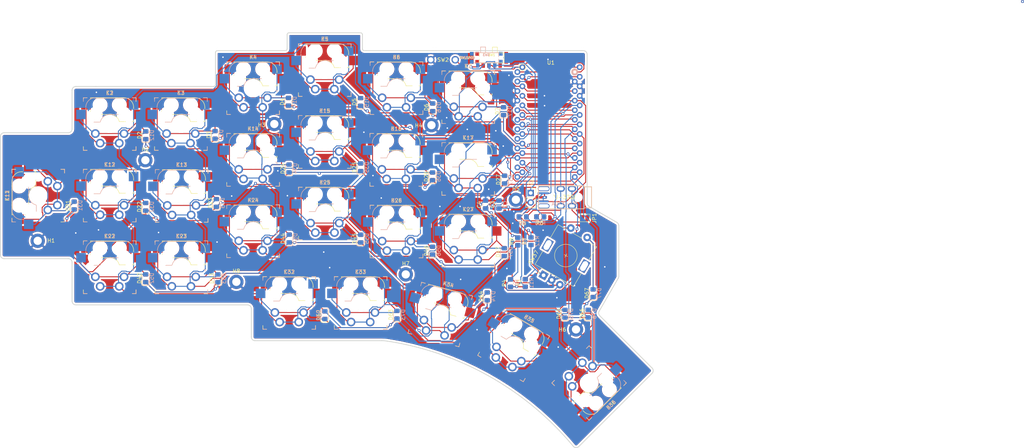
<source format=kicad_pcb>
(kicad_pcb (version 20171130) (host pcbnew "(5.1.10)-1")
  (layers (0 F.Cu signal) (31 B.Cu signal) (34 B.Paste user) (35 F.Paste user) (36 B.SilkS user) (37 F.SilkS user) (38 B.Mask user) (39 F.Mask user) (44 Edge.Cuts user))
  (net 0 "")
  (net 1 GND)
  (net 2 /TerminalB)
  (net 3 /TerminalA)
  (net 4 "Net-(D12-Pad2)")
  (net 5 /row1)
  (net 6 "Net-(D13-Pad2)")
  (net 7 "Net-(D14-Pad2)")
  (net 8 "Net-(D15-Pad2)")
  (net 9 "Net-(D16-Pad2)")
  (net 10 "Net-(D17-Pad2)")
  (net 11 "Net-(D21-Pad2)")
  (net 12 /row2)
  (net 13 "Net-(D22-Pad2)")
  (net 14 "Net-(D23-Pad2)")
  (net 15 "Net-(D24-Pad2)")
  (net 16 "Net-(D25-Pad2)")
  (net 17 "Net-(D26-Pad2)")
  (net 18 "Net-(D27-Pad2)")
  (net 19 "Net-(D42-Pad2)")
  (net 20 /row3)
  (net 21 "Net-(D43-Pad2)")
  (net 22 "Net-(D44-Pad2)")
  (net 23 "Net-(D45-Pad2)")
  (net 24 "Net-(D46-Pad2)")
  (net 25 "Net-(D47-Pad2)")
  (net 26 "Net-(D62-Pad2)")
  (net 27 /row4)
  (net 28 "Net-(D63-Pad2)")
  (net 29 "Net-(D64-Pad2)")
  (net 30 "Net-(D65-Pad2)")
  (net 31 "Net-(D66-Pad2)")
  (net 32 "Net-(D67-Pad2)")
  (net 33 VCC)
  (net 34 "Net-(J1-PadR2)")
  (net 35 /serial)
  (net 36 "Net-(J2-Pad1)")
  (net 37 /i2c)
  (net 38 /col2)
  (net 39 /col3)
  (net 40 /col4)
  (net 41 /col5)
  (net 42 /col6)
  (net 43 /col7)
  (net 44 /col1)
  (net 45 /B)
  (net 46 /A)
  (net 47 /raw)
  (net 48 "Net-(SW1-Pad1)")
  (net 49 /reset)
  (net 50 "Net-(SW3-Pad1)")
  (net 51 "Net-(U1-Pad1)")
  (net 52 "Net-(U1-Pad2)")
  (net 53 "Net-(U1-Pad7)")
  (module MechChurch-parts:ProMicro_Dual (layer F.Cu) (at 173.228 66.04)
    (fp_text reference U1 (at 0 -15.69) (layer F.SilkS))
    (fp_text value ProMicro)
    (pad 22 thru_hole circle (at -7.5636 -9.398) (size 1.524 1.524) (drill 0.8128) (layers *.Cu *.Mask) (net 49 /reset))
    (pad 10 thru_hole circle (at 7.6564 8.382) (size 1.524 1.524) (drill 0.8128) (layers *.Cu *.Mask) (net 39 /col3))
    (pad 2 thru_hole circle (at 7.6564 -11.938) (size 1.524 1.524) (drill 0.8128) (layers *.Cu *.Mask) (net 52 "Net-(U1-Pad2)"))
    (pad 17 thru_hole circle (at 6.35 4.572) (size 1.524 1.524) (drill 0.8128) (layers *.Cu *.Mask) (net 43 /col7))
    (pad 11 thru_hole circle (at -8.89 12.192) (size 1.524 1.524) (drill 0.8128) (layers *.Cu *.Mask) (net 40 /col4))
    (pad 4 thru_hole circle (at 7.6564 -6.858) (size 1.524 1.524) (drill 0.8128) (layers *.Cu *.Mask) (net 1 GND))
    (pad 1 thru_hole circle (at -8.89 -13.208) (size 1.524 1.524) (drill 0.8128) (layers *.Cu *.Mask) (net 51 "Net-(U1-Pad1)"))
    (pad 19 thru_hole circle (at 6.35 -0.508) (size 1.524 1.524) (drill 0.8128) (layers *.Cu *.Mask) (net 2 /TerminalB))
    (pad 18 thru_hole circle (at -7.5636 0.762) (size 1.524 1.524) (drill 0.8128) (layers *.Cu *.Mask) (net 42 /col6))
    (pad 12 thru_hole circle (at 7.6564 13.462) (size 1.524 1.524) (drill 0.8128) (layers *.Cu *.Mask) (net 41 /col5))
    (pad 10 thru_hole circle (at -8.89 9.652) (size 1.524 1.524) (drill 0.8128) (layers *.Cu *.Mask) (net 39 /col3))
    (pad 7 thru_hole circle (at -8.89 2.032) (size 1.524 1.524) (drill 0.8128) (layers *.Cu *.Mask) (net 53 "Net-(U1-Pad7)"))
    (pad 15 thru_hole circle (at 6.35 9.652) (size 1.524 1.524) (drill 0.8128) (layers *.Cu *.Mask) (net 12 /row2))
    (pad 18 thru_hole circle (at 6.35 2.032) (size 1.524 1.524) (drill 0.8128) (layers *.Cu *.Mask) (net 42 /col6))
    (pad 11 thru_hole circle (at 7.6564 10.922) (size 1.524 1.524) (drill 0.8128) (layers *.Cu *.Mask) (net 40 /col4))
    (pad 8 thru_hole circle (at 7.6564 3.302) (size 1.524 1.524) (drill 0.8128) (layers *.Cu *.Mask) (net 44 /col1))
    (pad 3 thru_hole circle (at 7.6564 -9.398) (size 1.524 1.524) (drill 0.8128) (layers *.Cu *.Mask) (net 1 GND))
    (pad 16 thru_hole circle (at 6.35 7.112) (size 1.524 1.524) (drill 0.8128) (layers *.Cu *.Mask) (net 5 /row1))
    (pad 9 thru_hole circle (at 7.6564 5.842) (size 1.524 1.524) (drill 0.8128) (layers *.Cu *.Mask) (net 38 /col2))
    (pad 20 thru_hole circle (at -7.5636 -4.318) (size 1.524 1.524) (drill 0.8128) (layers *.Cu *.Mask) (net 3 /TerminalA))
    (pad 2 thru_hole circle (at -8.89 -10.668) (size 1.524 1.524) (drill 0.8128) (layers *.Cu *.Mask) (net 52 "Net-(U1-Pad2)"))
    (pad 14 thru_hole circle (at -7.5636 10.922) (size 1.524 1.524) (drill 0.8128) (layers *.Cu *.Mask) (net 20 /row3))
    (pad 13 thru_hole circle (at -7.5636 13.462) (size 1.524 1.524) (drill 0.8128) (layers *.Cu *.Mask) (net 27 /row4))
    (pad 4 thru_hole circle (at -8.89 -5.588) (size 1.524 1.524) (drill 0.8128) (layers *.Cu *.Mask) (net 1 GND))
    (pad 6 thru_hole circle (at -8.89 -0.508) (size 1.524 1.524) (drill 0.8128) (layers *.Cu *.Mask) (net 35 /serial))
    (pad 13 thru_hole circle (at 6.35 14.732) (size 1.524 1.524) (drill 0.8128) (layers *.Cu *.Mask) (net 27 /row4))
    (pad 22 thru_hole circle (at 6.35 -8.128) (size 1.524 1.524) (drill 0.8128) (layers *.Cu *.Mask) (net 49 /reset))
    (pad 17 thru_hole circle (at -7.5636 3.302) (size 1.524 1.524) (drill 0.8128) (layers *.Cu *.Mask) (net 43 /col7))
    (pad 7 thru_hole circle (at 7.6564 0.762) (size 1.524 1.524) (drill 0.8128) (layers *.Cu *.Mask) (net 53 "Net-(U1-Pad7)"))
    (pad 16 thru_hole circle (at -7.5636 5.842) (size 1.524 1.524) (drill 0.8128) (layers *.Cu *.Mask) (net 5 /row1))
    (pad 6 thru_hole circle (at 7.6564 -1.778) (size 1.524 1.524) (drill 0.8128) (layers *.Cu *.Mask) (net 35 /serial))
    (pad 1 thru_hole circle (at 7.6564 -14.478) (size 1.524 1.524) (drill 0.8128) (layers *.Cu *.Mask) (net 51 "Net-(U1-Pad1)"))
    (pad 9 thru_hole circle (at -8.89 7.112) (size 1.524 1.524) (drill 0.8128) (layers *.Cu *.Mask) (net 38 /col2))
    (pad 21 thru_hole circle (at -7.5636 -6.858) (size 1.524 1.524) (drill 0.8128) (layers *.Cu *.Mask) (net 33 VCC))
    (pad 12 thru_hole circle (at -8.89 14.732) (size 1.524 1.524) (drill 0.8128) (layers *.Cu *.Mask) (net 41 /col5))
    (pad 23 thru_hole circle (at 6.35 -10.668) (size 1.524 1.524) (drill 0.8128) (layers *.Cu *.Mask) (net 1 GND))
    (pad 24 thru_hole circle (at 6.35 -13.208) (size 1.524 1.524) (drill 0.8128) (layers *.Cu *.Mask B.SilkS) (net 47 /raw))
    (pad 15 thru_hole circle (at -7.5636 8.382) (size 1.524 1.524) (drill 0.8128) (layers *.Cu *.Mask) (net 12 /row2))
    (pad 8 thru_hole circle (at -8.89 4.572) (size 1.524 1.524) (drill 0.8128) (layers *.Cu *.Mask) (net 44 /col1))
    (pad 21 thru_hole circle (at 6.35 -5.588) (size 1.524 1.524) (drill 0.8128) (layers *.Cu *.Mask) (net 33 VCC))
    (pad 14 thru_hole circle (at 6.35 12.192) (size 1.524 1.524) (drill 0.8128) (layers *.Cu *.Mask) (net 20 /row3))
    (pad 23 thru_hole circle (at -7.5636 -11.938) (size 1.524 1.524) (drill 0.8128) (layers *.Cu *.Mask) (net 1 GND))
    (pad 24 thru_hole circle (at -7.5636 -14.478) (size 1.524 1.524) (drill 0.8128) (layers *.Cu *.Mask) (net 47 /raw))
    (pad 5 thru_hole circle (at 7.6564 -4.318) (size 1.524 1.524) (drill 0.8128) (layers *.Cu *.Mask) (net 37 /i2c))
    (pad 19 thru_hole circle (at -7.5636 -1.778) (size 1.524 1.524) (drill 0.8128) (layers *.Cu *.Mask) (net 2 /TerminalB))
    (pad 20 thru_hole circle (at 6.35 -3.048) (size 1.524 1.524) (drill 0.8128) (layers *.Cu *.Mask) (net 3 /TerminalA))
    (pad 3 thru_hole circle (at -8.89 -8.128) (size 1.524 1.524) (drill 0.8128) (layers *.Cu *.Mask) (net 1 GND))
    (pad 5 thru_hole circle (at -8.89 -3.048) (size 1.524 1.524) (drill 0.8128) (layers *.Cu *.Mask) (net 37 /i2c))
  )
  (module MechChurch-parts:Switch_Reset_THT (layer F.Cu) (at 144.577 49.5808)
    (fp_text reference SW2 (at 0 0.01) (layer F.SilkS))
    (fp_text value SW_Push)
    (pad 1 thru_hole circle (at 3.25 0) (size 2 2) (drill 1.3) (layers *.Cu *.Mask) (net 49 /reset))
    (pad 2 thru_hole circle (at -3.25 0) (size 2 2) (drill 1.3) (layers *.Cu *.Mask) (net 1 GND))
  )
  (module Rotary_Encoder:RotaryEncoder_Alps_EC11E-Switch_Vertical_H20mm (layer F.Cu) (at 171.29 106.911 60)
    (fp_text reference SW37 (at 2.8 -4.7 60) (layer F.SilkS))
    (fp_text value Rotary_Encoder_Switch)
    (pad A thru_hole rect (at 0 0 60) (size 2 2) (drill 1) (layers *.Cu *.Mask) (net 46 /A))
    (pad C thru_hole circle (at 0 2.5 60) (size 2 2) (drill 1) (layers *.Cu *.Mask) (net 1 GND))
    (pad B thru_hole circle (at 0 5 60) (size 2 2) (drill 1) (layers *.Cu *.Mask) (net 45 /B))
    (pad MP thru_hole rect (at 7.5 -3.1 60) (size 3.2 2) (drill oval 2.8 1.5) (layers *.Cu *.Mask))
    (pad MP thru_hole rect (at 7.5 8.1 60) (size 3.2 2) (drill oval 2.8 1.5) (layers *.Cu *.Mask))
    (pad S2 thru_hole circle (at 14.5 0 60) (size 2 2) (drill 1) (layers *.Cu *.Mask) (net 43 /col7))
    (pad S1 thru_hole circle (at 14.5 5 60) (size 2 2) (drill 1) (layers *.Cu *.Mask) (net 32 "Net-(D67-Pad2)"))
  )
  (module "scamander:SW_SPDT+H-MSK12C01_hor(7pin_SMD)" (layer B.Cu) (at 156.058 49.0474)
    (fp_text reference SW3 (at 0 -0.762) (layer B.SilkS) (effects (font (size 0.6 0.6)) (justify mirror)))
    (fp_text value SW_SPDT (at -5.182 0) (layer B.SilkS) (effects (font (size 0.6 0.6)) (justify mirror)))
    (pad "" np_thru_hole circle (at 1.5 0) (size 0.9 0.9) (drill 0.9) (layers *.Cu *.Mask) (clearance 0.2))
    (pad "" np_thru_hole circle (at -1.5 0) (size 0.9 0.9) (drill 0.9) (layers *.Cu *.Mask) (clearance 0.2))
    (pad 3 smd rect (at 2.25 2) (size 0.9 1.3) (layers B.Cu B.Paste B.Mask) (net 36 "Net-(J2-Pad1)"))
    (pad 2 smd rect (at 0.75 2) (size 0.9 1.3) (layers B.Cu B.Paste B.Mask) (net 47 /raw))
    (pad 1 smd rect (at -2.25 2) (size 0.9 1.3) (layers B.Cu B.Paste B.Mask) (net 50 "Net-(SW3-Pad1)"))
    (pad H smd rect (at 3.85 1.05) (size 1 1) (layers B.Cu B.Paste B.Mask))
    (pad H smd rect (at 3.85 -1.05) (size 1 1) (layers B.Cu B.Paste B.Mask))
    (pad H smd rect (at -3.85 -1.05) (size 1 1) (layers B.Cu B.Paste B.Mask))
    (pad H smd rect (at -3.85 1.05) (size 1 1) (layers B.Cu B.Paste B.Mask))
  )
  (module "scamander:SW_SPDT+H-MSK12C01_hor(7pin_SMD)" (layer F.Cu) (at 157.505 49.0728 180)
    (fp_text reference SW1 (at 0 0.762) (layer F.SilkS) (effects (font (size 0.6 0.6))))
    (fp_text value SW_SPDT (at 6.5024 0.0254) (layer F.SilkS) (effects (font (size 0.6 0.6))))
    (pad "" np_thru_hole circle (at 1.5 0 180) (size 0.9 0.9) (drill 0.9) (layers *.Cu *.Mask) (clearance 0.2))
    (pad "" np_thru_hole circle (at -1.5 0 180) (size 0.9 0.9) (drill 0.9) (layers *.Cu *.Mask) (clearance 0.2))
    (pad 3 smd rect (at 2.25 -2 180) (size 0.9 1.3) (layers F.Cu F.Paste F.Mask) (net 36 "Net-(J2-Pad1)"))
    (pad 2 smd rect (at 0.75 -2 180) (size 0.9 1.3) (layers F.Cu F.Paste F.Mask) (net 47 /raw))
    (pad 1 smd rect (at -2.25 -2 180) (size 0.9 1.3) (layers F.Cu F.Paste F.Mask) (net 48 "Net-(SW1-Pad1)"))
    (pad H smd rect (at 3.85 -1.05 180) (size 1 1) (layers F.Cu F.Paste F.Mask))
    (pad H smd rect (at 3.85 1.05 180) (size 1 1) (layers F.Cu F.Paste F.Mask))
    (pad H smd rect (at -3.85 1.05 180) (size 1 1) (layers F.Cu F.Paste F.Mask))
    (pad H smd rect (at -3.85 -1.05 180) (size 1 1) (layers F.Cu F.Paste F.Mask))
  )
  (module Resistor_SMD:R_0805_2012Metric_Pad1.20x1.40mm_HandSolder (layer B.Cu) (at 167.945 97.8408 90)
    (fp_text reference R12 (at 0 1.65 90) (layer B.SilkS) (effects (justify mirror)))
    (fp_text value 10k)
    (pad 2 smd roundrect (at 1 0 90) (size 1.2 1.4) (layers B.Cu B.Paste B.Mask) (roundrect_rratio 0.208333) (net 3 /TerminalA))
    (pad 1 smd roundrect (at -1 0 90) (size 1.2 1.4) (layers B.Cu B.Paste B.Mask) (roundrect_rratio 0.208333) (net 46 /A))
  )
  (module Resistor_SMD:R_0805_2012Metric_Pad1.20x1.40mm_HandSolder (layer B.Cu) (at 166.421 108.966 90)
    (fp_text reference R11 (at 0 1.65 90) (layer B.SilkS) (effects (justify mirror)))
    (fp_text value 10k)
    (pad 2 smd roundrect (at 1 0 90) (size 1.2 1.4) (layers B.Cu B.Paste B.Mask) (roundrect_rratio 0.208333) (net 46 /A))
    (pad 1 smd roundrect (at -1 0 90) (size 1.2 1.4) (layers B.Cu B.Paste B.Mask) (roundrect_rratio 0.208333) (net 33 VCC))
  )
  (module Resistor_SMD:R_0805_2012Metric_Pad1.20x1.40mm_HandSolder (layer B.Cu) (at 170.409 91.3638)
    (fp_text reference R10 (at 0 1.65) (layer B.SilkS) (effects (justify mirror)))
    (fp_text value 4.7k)
    (pad 2 smd roundrect (at 1 0) (size 1.2 1.4) (layers B.Cu B.Paste B.Mask) (roundrect_rratio 0.208333) (net 33 VCC))
    (pad 1 smd roundrect (at -1 0) (size 1.2 1.4) (layers B.Cu B.Paste B.Mask) (roundrect_rratio 0.208333) (net 37 /i2c))
  )
  (module Resistor_SMD:R_0805_2012Metric_Pad1.20x1.40mm_HandSolder (layer B.Cu) (at 165.735 91.3892 180)
    (fp_text reference R9 (at 0.0508 -1.651) (layer B.SilkS) (effects (justify mirror)))
    (fp_text value 4.7k)
    (pad 2 smd roundrect (at 1 0 180) (size 1.2 1.4) (layers B.Cu B.Paste B.Mask) (roundrect_rratio 0.208333) (net 33 VCC))
    (pad 1 smd roundrect (at -1 0 180) (size 1.2 1.4) (layers B.Cu B.Paste B.Mask) (roundrect_rratio 0.208333) (net 35 /serial))
  )
  (module Resistor_SMD:R_0805_2012Metric_Pad1.20x1.40mm_HandSolder (layer F.Cu) (at 164.44 97.917 90)
    (fp_text reference R8 (at 0 -1.65 90) (layer F.SilkS))
    (fp_text value 10k)
    (pad 2 smd roundrect (at 1 0 90) (size 1.2 1.4) (layers F.Cu F.Paste F.Mask) (roundrect_rratio 0.208333) (net 2 /TerminalB))
    (pad 1 smd roundrect (at -1 0 90) (size 1.2 1.4) (layers F.Cu F.Paste F.Mask) (roundrect_rratio 0.208333) (net 45 /B))
  )
  (module Resistor_SMD:R_0805_2012Metric_Pad1.20x1.40mm_HandSolder (layer F.Cu) (at 167.945 97.8408 90)
    (fp_text reference R7 (at 0 -1.65 90) (layer F.SilkS))
    (fp_text value 10k)
    (pad 2 smd roundrect (at 1 0 90) (size 1.2 1.4) (layers F.Cu F.Paste F.Mask) (roundrect_rratio 0.208333) (net 3 /TerminalA))
    (pad 1 smd roundrect (at -1 0 90) (size 1.2 1.4) (layers F.Cu F.Paste F.Mask) (roundrect_rratio 0.208333) (net 46 /A))
  )
  (module Resistor_SMD:R_0805_2012Metric_Pad1.20x1.40mm_HandSolder (layer F.Cu) (at 170.409 91.3638)
    (fp_text reference R6 (at -0.1524 1.651) (layer F.SilkS))
    (fp_text value 4.7k)
    (pad 2 smd roundrect (at 1 0) (size 1.2 1.4) (layers F.Cu F.Paste F.Mask) (roundrect_rratio 0.208333) (net 33 VCC))
    (pad 1 smd roundrect (at -1 0) (size 1.2 1.4) (layers F.Cu F.Paste F.Mask) (roundrect_rratio 0.208333) (net 37 /i2c))
  )
  (module Resistor_SMD:R_0805_2012Metric_Pad1.20x1.40mm_HandSolder (layer F.Cu) (at 165.735 91.3892 180)
    (fp_text reference R5 (at 0 -1.65) (layer F.SilkS))
    (fp_text value 4.7k)
    (pad 2 smd roundrect (at 1 0 180) (size 1.2 1.4) (layers F.Cu F.Paste F.Mask) (roundrect_rratio 0.208333) (net 33 VCC))
    (pad 1 smd roundrect (at -1 0 180) (size 1.2 1.4) (layers F.Cu F.Paste F.Mask) (roundrect_rratio 0.208333) (net 35 /serial))
  )
  (module Resistor_SMD:R_0805_2012Metric_Pad1.20x1.40mm_HandSolder (layer F.Cu) (at 162.509 108.991 90)
    (fp_text reference R4 (at 0 -1.65 90) (layer F.SilkS))
    (fp_text value 10k)
    (pad 2 smd roundrect (at 1 0 90) (size 1.2 1.4) (layers F.Cu F.Paste F.Mask) (roundrect_rratio 0.208333) (net 45 /B))
    (pad 1 smd roundrect (at -1 0 90) (size 1.2 1.4) (layers F.Cu F.Paste F.Mask) (roundrect_rratio 0.208333) (net 33 VCC))
  )
  (module Resistor_SMD:R_0805_2012Metric_Pad1.20x1.40mm_HandSolder (layer F.Cu) (at 166.421 108.966 90)
    (fp_text reference R3 (at 0 -1.65 90) (layer F.SilkS))
    (fp_text value 10k)
    (pad 2 smd roundrect (at 1 0 90) (size 1.2 1.4) (layers F.Cu F.Paste F.Mask) (roundrect_rratio 0.208333) (net 46 /A))
    (pad 1 smd roundrect (at -1 0 90) (size 1.2 1.4) (layers F.Cu F.Paste F.Mask) (roundrect_rratio 0.208333) (net 33 VCC))
  )
  (module Resistor_SMD:R_0805_2012Metric_Pad1.20x1.40mm_HandSolder (layer B.Cu) (at 164.44 97.917 90)
    (fp_text reference R2 (at 0 1.65 90) (layer B.SilkS) (effects (justify mirror)))
    (fp_text value 10k)
    (pad 2 smd roundrect (at 1 0 90) (size 1.2 1.4) (layers B.Cu B.Paste B.Mask) (roundrect_rratio 0.208333) (net 2 /TerminalB))
    (pad 1 smd roundrect (at -1 0 90) (size 1.2 1.4) (layers B.Cu B.Paste B.Mask) (roundrect_rratio 0.208333) (net 45 /B))
  )
  (module Resistor_SMD:R_0805_2012Metric_Pad1.20x1.40mm_HandSolder (layer B.Cu) (at 162.509 108.991 90)
    (fp_text reference R1 (at 0 1.65 90) (layer B.SilkS) (effects (justify mirror)))
    (fp_text value 10k)
    (pad 2 smd roundrect (at 1 0 90) (size 1.2 1.4) (layers B.Cu B.Paste B.Mask) (roundrect_rratio 0.208333) (net 45 /B))
    (pad 1 smd roundrect (at -1 0 90) (size 1.2 1.4) (layers B.Cu B.Paste B.Mask) (roundrect_rratio 0.208333) (net 33 VCC))
  )
  (module scamander:Kailh_socket_MX_optional_reversible_with_holes (layer F.Cu) (at 183.388 135.56 225)
    (fp_text reference K36 (at 0 -8.255 45) (layer F.SilkS))
    (fp_text value KEYSW-keyboard_parts)
    (fp_text user %R (at 0 -8.255 45) (layer B.SilkS) (effects (justify mirror)))
    (pad 1 smd rect (at 6.35 -5.08 225) (size 2.55 2.5) (layers B.Cu B.Paste B.Mask) (net 42 /col6))
    (pad 2 smd rect (at -7.62 -2.54 225) (size 2.55 2.5) (layers B.Cu B.Paste B.Mask) (net 31 "Net-(D66-Pad2)"))
    (pad "" np_thru_hole circle (at -2.54 -5.08 225) (size 3 3) (drill 3) (layers *.Cu *.Mask))
    (pad "" np_thru_hole circle (at 3.81 -2.54 225) (size 3 3) (drill 3) (layers *.Cu *.Mask))
    (pad 1 thru_hole circle (at 2.54 5.08 225) (size 2.286 2.286) (drill 1.4986) (layers *.Cu *.Mask) (net 42 /col6))
    (pad 2 thru_hole circle (at -3.81 2.54 225) (size 2.286 2.286) (drill 1.4986) (layers *.Cu *.Mask) (net 31 "Net-(D66-Pad2)"))
    (pad 1 smd rect (at -6.29 -5.08 225) (size 2.55 2.5) (layers F.Cu F.Paste F.Mask) (net 42 /col6))
    (pad "" np_thru_hole circle (at -3.81 -2.54 225) (size 3 3) (drill 3) (layers *.Cu *.Mask))
    (pad "" np_thru_hole circle (at 2.54 -5.08 225) (size 3 3) (drill 3) (layers *.Cu *.Mask))
    (pad 2 thru_hole circle (at 3.81 2.54 225) (size 2.286 2.286) (drill 1.4986) (layers *.Cu *.Mask) (net 31 "Net-(D66-Pad2)"))
    (pad "" np_thru_hole circle (at 0 0 225) (size 3.9878 3.9878) (drill 3.9878) (layers *.Cu *.Mask))
    (pad 1 thru_hole circle (at -2.54 5.08 225) (size 2.286 2.286) (drill 1.4986) (layers *.Cu *.Mask) (net 42 /col6))
    (pad "" np_thru_hole circle (at 5.08 0 225) (size 1.7018 1.7018) (drill 1.7018) (layers *.Cu *.Mask))
    (pad "" np_thru_hole circle (at -5.08 0 225) (size 1.7018 1.7018) (drill 1.7018) (layers *.Cu *.Mask))
    (pad 2 smd rect (at 7.56 -2.54 225) (size 2.55 2.5) (layers F.Cu F.Paste F.Mask) (net 31 "Net-(D66-Pad2)"))
  )
  (module scamander:Kailh_socket_MX_optional_reversible_with_holes (layer F.Cu) (at 163.347 125.654 330)
    (fp_text reference K35 (at 0 -8.255 150) (layer F.SilkS))
    (fp_text value KEYSW-keyboard_parts)
    (fp_text user %R (at 0 -8.255 150) (layer B.SilkS) (effects (justify mirror)))
    (pad 1 smd rect (at 6.35 -5.08 330) (size 2.55 2.5) (layers B.Cu B.Paste B.Mask) (net 41 /col5))
    (pad 2 smd rect (at -7.62 -2.54 330) (size 2.55 2.5) (layers B.Cu B.Paste B.Mask) (net 30 "Net-(D65-Pad2)"))
    (pad "" np_thru_hole circle (at -2.54 -5.08 330) (size 3 3) (drill 3) (layers *.Cu *.Mask))
    (pad "" np_thru_hole circle (at 3.81 -2.54 330) (size 3 3) (drill 3) (layers *.Cu *.Mask))
    (pad 1 thru_hole circle (at 2.54 5.08 330) (size 2.286 2.286) (drill 1.4986) (layers *.Cu *.Mask) (net 41 /col5))
    (pad 2 thru_hole circle (at -3.81 2.54 330) (size 2.286 2.286) (drill 1.4986) (layers *.Cu *.Mask) (net 30 "Net-(D65-Pad2)"))
    (pad 1 smd rect (at -6.29 -5.08 330) (size 2.55 2.5) (layers F.Cu F.Paste F.Mask) (net 41 /col5))
    (pad "" np_thru_hole circle (at -3.81 -2.54 330) (size 3 3) (drill 3) (layers *.Cu *.Mask))
    (pad "" np_thru_hole circle (at 2.54 -5.08 330) (size 3 3) (drill 3) (layers *.Cu *.Mask))
    (pad 2 thru_hole circle (at 3.81 2.54 330) (size 2.286 2.286) (drill 1.4986) (layers *.Cu *.Mask) (net 30 "Net-(D65-Pad2)"))
    (pad "" np_thru_hole circle (at 0 0 330) (size 3.9878 3.9878) (drill 3.9878) (layers *.Cu *.Mask))
    (pad 1 thru_hole circle (at -2.54 5.08 330) (size 2.286 2.286) (drill 1.4986) (layers *.Cu *.Mask) (net 41 /col5))
    (pad "" np_thru_hole circle (at 5.08 0 330) (size 1.7018 1.7018) (drill 1.7018) (layers *.Cu *.Mask))
    (pad "" np_thru_hole circle (at -5.08 0 330) (size 1.7018 1.7018) (drill 1.7018) (layers *.Cu *.Mask))
    (pad 2 smd rect (at 7.56 -2.54 330) (size 2.55 2.5) (layers F.Cu F.Paste F.Mask) (net 30 "Net-(D65-Pad2)"))
  )
  (module scamander:Kailh_socket_MX_optional_reversible_with_holes (layer F.Cu) (at 143.84 117.348 345)
    (fp_text reference K34 (at 0 -8.255 165) (layer F.SilkS))
    (fp_text value KEYSW-keyboard_parts)
    (fp_text user %R (at 0 -8.255 165) (layer B.SilkS) (effects (justify mirror)))
    (pad 1 smd rect (at 6.35 -5.08 345) (size 2.55 2.5) (layers B.Cu B.Paste B.Mask) (net 40 /col4))
    (pad 2 smd rect (at -7.62 -2.54 345) (size 2.55 2.5) (layers B.Cu B.Paste B.Mask) (net 29 "Net-(D64-Pad2)"))
    (pad "" np_thru_hole circle (at -2.54 -5.08 345) (size 3 3) (drill 3) (layers *.Cu *.Mask))
    (pad "" np_thru_hole circle (at 3.81 -2.54 345) (size 3 3) (drill 3) (layers *.Cu *.Mask))
    (pad 1 thru_hole circle (at 2.54 5.08 345) (size 2.286 2.286) (drill 1.4986) (layers *.Cu *.Mask) (net 40 /col4))
    (pad 2 thru_hole circle (at -3.81 2.54 345) (size 2.286 2.286) (drill 1.4986) (layers *.Cu *.Mask) (net 29 "Net-(D64-Pad2)"))
    (pad 1 smd rect (at -6.29 -5.08 345) (size 2.55 2.5) (layers F.Cu F.Paste F.Mask) (net 40 /col4))
    (pad "" np_thru_hole circle (at -3.81 -2.54 345) (size 3 3) (drill 3) (layers *.Cu *.Mask))
    (pad "" np_thru_hole circle (at 2.54 -5.08 345) (size 3 3) (drill 3) (layers *.Cu *.Mask))
    (pad 2 thru_hole circle (at 3.81 2.54 345) (size 2.286 2.286) (drill 1.4986) (layers *.Cu *.Mask) (net 29 "Net-(D64-Pad2)"))
    (pad "" np_thru_hole circle (at 0 0 345) (size 3.9878 3.9878) (drill 3.9878) (layers *.Cu *.Mask))
    (pad 1 thru_hole circle (at -2.54 5.08 345) (size 2.286 2.286) (drill 1.4986) (layers *.Cu *.Mask) (net 40 /col4))
    (pad "" np_thru_hole circle (at 5.08 0 345) (size 1.7018 1.7018) (drill 1.7018) (layers *.Cu *.Mask))
    (pad "" np_thru_hole circle (at -5.08 0 345) (size 1.7018 1.7018) (drill 1.7018) (layers *.Cu *.Mask))
    (pad 2 smd rect (at 7.56 -2.54 345) (size 2.55 2.5) (layers F.Cu F.Paste F.Mask) (net 29 "Net-(D64-Pad2)"))
  )
  (module scamander:Kailh_socket_MX_optional_reversible_with_holes (layer F.Cu) (at 122.682 114.275)
    (fp_text reference K33 (at 0 -8.255) (layer F.SilkS))
    (fp_text value KEYSW-keyboard_parts)
    (fp_text user %R (at 0 -8.255) (layer B.SilkS) (effects (justify mirror)))
    (pad 1 smd rect (at 6.35 -5.08) (size 2.55 2.5) (layers B.Cu B.Paste B.Mask) (net 39 /col3))
    (pad 2 smd rect (at -7.62 -2.54) (size 2.55 2.5) (layers B.Cu B.Paste B.Mask) (net 28 "Net-(D63-Pad2)"))
    (pad "" np_thru_hole circle (at -2.54 -5.08) (size 3 3) (drill 3) (layers *.Cu *.Mask))
    (pad "" np_thru_hole circle (at 3.81 -2.54) (size 3 3) (drill 3) (layers *.Cu *.Mask))
    (pad 1 thru_hole circle (at 2.54 5.08) (size 2.286 2.286) (drill 1.4986) (layers *.Cu *.Mask) (net 39 /col3))
    (pad 2 thru_hole circle (at -3.81 2.54) (size 2.286 2.286) (drill 1.4986) (layers *.Cu *.Mask) (net 28 "Net-(D63-Pad2)"))
    (pad 1 smd rect (at -6.29 -5.08) (size 2.55 2.5) (layers F.Cu F.Paste F.Mask) (net 39 /col3))
    (pad "" np_thru_hole circle (at -3.81 -2.54) (size 3 3) (drill 3) (layers *.Cu *.Mask))
    (pad "" np_thru_hole circle (at 2.54 -5.08) (size 3 3) (drill 3) (layers *.Cu *.Mask))
    (pad 2 thru_hole circle (at 3.81 2.54) (size 2.286 2.286) (drill 1.4986) (layers *.Cu *.Mask) (net 28 "Net-(D63-Pad2)"))
    (pad "" np_thru_hole circle (at 0 0) (size 3.9878 3.9878) (drill 3.9878) (layers *.Cu *.Mask))
    (pad 1 thru_hole circle (at -2.54 5.08) (size 2.286 2.286) (drill 1.4986) (layers *.Cu *.Mask) (net 39 /col3))
    (pad "" np_thru_hole circle (at 5.08 0) (size 1.7018 1.7018) (drill 1.7018) (layers *.Cu *.Mask))
    (pad "" np_thru_hole circle (at -5.08 0) (size 1.7018 1.7018) (drill 1.7018) (layers *.Cu *.Mask))
    (pad 2 smd rect (at 7.56 -2.54) (size 2.55 2.5) (layers F.Cu F.Paste F.Mask) (net 28 "Net-(D63-Pad2)"))
  )
  (module scamander:Kailh_socket_MX_optional_reversible_with_holes (layer F.Cu) (at 103.708 114.275)
    (fp_text reference K32 (at 0 -8.255) (layer F.SilkS))
    (fp_text value KEYSW-keyboard_parts)
    (fp_text user %R (at 0 -8.255) (layer B.SilkS) (effects (justify mirror)))
    (pad 1 smd rect (at 6.35 -5.08) (size 2.55 2.5) (layers B.Cu B.Paste B.Mask) (net 38 /col2))
    (pad 2 smd rect (at -7.62 -2.54) (size 2.55 2.5) (layers B.Cu B.Paste B.Mask) (net 26 "Net-(D62-Pad2)"))
    (pad "" np_thru_hole circle (at -2.54 -5.08) (size 3 3) (drill 3) (layers *.Cu *.Mask))
    (pad "" np_thru_hole circle (at 3.81 -2.54) (size 3 3) (drill 3) (layers *.Cu *.Mask))
    (pad 1 thru_hole circle (at 2.54 5.08) (size 2.286 2.286) (drill 1.4986) (layers *.Cu *.Mask) (net 38 /col2))
    (pad 2 thru_hole circle (at -3.81 2.54) (size 2.286 2.286) (drill 1.4986) (layers *.Cu *.Mask) (net 26 "Net-(D62-Pad2)"))
    (pad 1 smd rect (at -6.29 -5.08) (size 2.55 2.5) (layers F.Cu F.Paste F.Mask) (net 38 /col2))
    (pad "" np_thru_hole circle (at -3.81 -2.54) (size 3 3) (drill 3) (layers *.Cu *.Mask))
    (pad "" np_thru_hole circle (at 2.54 -5.08) (size 3 3) (drill 3) (layers *.Cu *.Mask))
    (pad 2 thru_hole circle (at 3.81 2.54) (size 2.286 2.286) (drill 1.4986) (layers *.Cu *.Mask) (net 26 "Net-(D62-Pad2)"))
    (pad "" np_thru_hole circle (at 0 0) (size 3.9878 3.9878) (drill 3.9878) (layers *.Cu *.Mask))
    (pad 1 thru_hole circle (at -2.54 5.08) (size 2.286 2.286) (drill 1.4986) (layers *.Cu *.Mask) (net 38 /col2))
    (pad "" np_thru_hole circle (at 5.08 0) (size 1.7018 1.7018) (drill 1.7018) (layers *.Cu *.Mask))
    (pad "" np_thru_hole circle (at -5.08 0) (size 1.7018 1.7018) (drill 1.7018) (layers *.Cu *.Mask))
    (pad 2 smd rect (at 7.56 -2.54) (size 2.55 2.5) (layers F.Cu F.Paste F.Mask) (net 26 "Net-(D62-Pad2)"))
  )
  (module scamander:Kailh_socket_MX_optional_reversible_with_holes (layer F.Cu) (at 151.257 97.663)
    (fp_text reference K27 (at 0 -8.255) (layer F.SilkS))
    (fp_text value KEYSW-keyboard_parts)
    (fp_text user %R (at 0 -8.255) (layer B.SilkS) (effects (justify mirror)))
    (pad 1 smd rect (at 6.35 -5.08) (size 2.55 2.5) (layers B.Cu B.Paste B.Mask) (net 43 /col7))
    (pad 2 smd rect (at -7.62 -2.54) (size 2.55 2.5) (layers B.Cu B.Paste B.Mask) (net 25 "Net-(D47-Pad2)"))
    (pad "" np_thru_hole circle (at -2.54 -5.08) (size 3 3) (drill 3) (layers *.Cu *.Mask))
    (pad "" np_thru_hole circle (at 3.81 -2.54) (size 3 3) (drill 3) (layers *.Cu *.Mask))
    (pad 1 thru_hole circle (at 2.54 5.08) (size 2.286 2.286) (drill 1.4986) (layers *.Cu *.Mask) (net 43 /col7))
    (pad 2 thru_hole circle (at -3.81 2.54) (size 2.286 2.286) (drill 1.4986) (layers *.Cu *.Mask) (net 25 "Net-(D47-Pad2)"))
    (pad 1 smd rect (at -6.29 -5.08) (size 2.55 2.5) (layers F.Cu F.Paste F.Mask) (net 43 /col7))
    (pad "" np_thru_hole circle (at -3.81 -2.54) (size 3 3) (drill 3) (layers *.Cu *.Mask))
    (pad "" np_thru_hole circle (at 2.54 -5.08) (size 3 3) (drill 3) (layers *.Cu *.Mask))
    (pad 2 thru_hole circle (at 3.81 2.54) (size 2.286 2.286) (drill 1.4986) (layers *.Cu *.Mask) (net 25 "Net-(D47-Pad2)"))
    (pad "" np_thru_hole circle (at 0 0) (size 3.9878 3.9878) (drill 3.9878) (layers *.Cu *.Mask))
    (pad 1 thru_hole circle (at -2.54 5.08) (size 2.286 2.286) (drill 1.4986) (layers *.Cu *.Mask) (net 43 /col7))
    (pad "" np_thru_hole circle (at 5.08 0) (size 1.7018 1.7018) (drill 1.7018) (layers *.Cu *.Mask))
    (pad "" np_thru_hole circle (at -5.08 0) (size 1.7018 1.7018) (drill 1.7018) (layers *.Cu *.Mask))
    (pad 2 smd rect (at 7.56 -2.54) (size 2.55 2.5) (layers F.Cu F.Paste F.Mask) (net 25 "Net-(D47-Pad2)"))
  )
  (module scamander:Kailh_socket_MX_optional_reversible_with_holes (layer F.Cu) (at 132.212 95.2805)
    (fp_text reference K26 (at 0 -8.255) (layer F.SilkS))
    (fp_text value KEYSW-keyboard_parts)
    (fp_text user %R (at 0 -8.255) (layer B.SilkS) (effects (justify mirror)))
    (pad 1 smd rect (at 6.35 -5.08) (size 2.55 2.5) (layers B.Cu B.Paste B.Mask) (net 42 /col6))
    (pad 2 smd rect (at -7.62 -2.54) (size 2.55 2.5) (layers B.Cu B.Paste B.Mask) (net 24 "Net-(D46-Pad2)"))
    (pad "" np_thru_hole circle (at -2.54 -5.08) (size 3 3) (drill 3) (layers *.Cu *.Mask))
    (pad "" np_thru_hole circle (at 3.81 -2.54) (size 3 3) (drill 3) (layers *.Cu *.Mask))
    (pad 1 thru_hole circle (at 2.54 5.08) (size 2.286 2.286) (drill 1.4986) (layers *.Cu *.Mask) (net 42 /col6))
    (pad 2 thru_hole circle (at -3.81 2.54) (size 2.286 2.286) (drill 1.4986) (layers *.Cu *.Mask) (net 24 "Net-(D46-Pad2)"))
    (pad 1 smd rect (at -6.29 -5.08) (size 2.55 2.5) (layers F.Cu F.Paste F.Mask) (net 42 /col6))
    (pad "" np_thru_hole circle (at -3.81 -2.54) (size 3 3) (drill 3) (layers *.Cu *.Mask))
    (pad "" np_thru_hole circle (at 2.54 -5.08) (size 3 3) (drill 3) (layers *.Cu *.Mask))
    (pad 2 thru_hole circle (at 3.81 2.54) (size 2.286 2.286) (drill 1.4986) (layers *.Cu *.Mask) (net 24 "Net-(D46-Pad2)"))
    (pad "" np_thru_hole circle (at 0 0) (size 3.9878 3.9878) (drill 3.9878) (layers *.Cu *.Mask))
    (pad 1 thru_hole circle (at -2.54 5.08) (size 2.286 2.286) (drill 1.4986) (layers *.Cu *.Mask) (net 42 /col6))
    (pad "" np_thru_hole circle (at 5.08 0) (size 1.7018 1.7018) (drill 1.7018) (layers *.Cu *.Mask))
    (pad "" np_thru_hole circle (at -5.08 0) (size 1.7018 1.7018) (drill 1.7018) (layers *.Cu *.Mask))
    (pad 2 smd rect (at 7.56 -2.54) (size 2.55 2.5) (layers F.Cu F.Paste F.Mask) (net 24 "Net-(D46-Pad2)"))
  )
  (module scamander:Kailh_socket_MX_optional_reversible_with_holes (layer F.Cu) (at 113.187 90.4799)
    (fp_text reference K25 (at 0 -8.255) (layer F.SilkS))
    (fp_text value KEYSW-keyboard_parts)
    (fp_text user %R (at 0 -8.255) (layer B.SilkS) (effects (justify mirror)))
    (pad 1 smd rect (at 6.35 -5.08) (size 2.55 2.5) (layers B.Cu B.Paste B.Mask) (net 41 /col5))
    (pad 2 smd rect (at -7.62 -2.54) (size 2.55 2.5) (layers B.Cu B.Paste B.Mask) (net 23 "Net-(D45-Pad2)"))
    (pad "" np_thru_hole circle (at -2.54 -5.08) (size 3 3) (drill 3) (layers *.Cu *.Mask))
    (pad "" np_thru_hole circle (at 3.81 -2.54) (size 3 3) (drill 3) (layers *.Cu *.Mask))
    (pad 1 thru_hole circle (at 2.54 5.08) (size 2.286 2.286) (drill 1.4986) (layers *.Cu *.Mask) (net 41 /col5))
    (pad 2 thru_hole circle (at -3.81 2.54) (size 2.286 2.286) (drill 1.4986) (layers *.Cu *.Mask) (net 23 "Net-(D45-Pad2)"))
    (pad 1 smd rect (at -6.29 -5.08) (size 2.55 2.5) (layers F.Cu F.Paste F.Mask) (net 41 /col5))
    (pad "" np_thru_hole circle (at -3.81 -2.54) (size 3 3) (drill 3) (layers *.Cu *.Mask))
    (pad "" np_thru_hole circle (at 2.54 -5.08) (size 3 3) (drill 3) (layers *.Cu *.Mask))
    (pad 2 thru_hole circle (at 3.81 2.54) (size 2.286 2.286) (drill 1.4986) (layers *.Cu *.Mask) (net 23 "Net-(D45-Pad2)"))
    (pad "" np_thru_hole circle (at 0 0) (size 3.9878 3.9878) (drill 3.9878) (layers *.Cu *.Mask))
    (pad 1 thru_hole circle (at -2.54 5.08) (size 2.286 2.286) (drill 1.4986) (layers *.Cu *.Mask) (net 41 /col5))
    (pad "" np_thru_hole circle (at 5.08 0) (size 1.7018 1.7018) (drill 1.7018) (layers *.Cu *.Mask))
    (pad "" np_thru_hole circle (at -5.08 0) (size 1.7018 1.7018) (drill 1.7018) (layers *.Cu *.Mask))
    (pad 2 smd rect (at 7.56 -2.54) (size 2.55 2.5) (layers F.Cu F.Paste F.Mask) (net 23 "Net-(D45-Pad2)"))
  )
  (module scamander:Kailh_socket_MX_optional_reversible_with_holes (layer F.Cu) (at 94.107 95.1865)
    (fp_text reference K24 (at 0 -8.255) (layer F.SilkS))
    (fp_text value KEYSW-keyboard_parts)
    (fp_text user %R (at 0 -8.255) (layer B.SilkS) (effects (justify mirror)))
    (pad 1 smd rect (at 6.35 -5.08) (size 2.55 2.5) (layers B.Cu B.Paste B.Mask) (net 40 /col4))
    (pad 2 smd rect (at -7.62 -2.54) (size 2.55 2.5) (layers B.Cu B.Paste B.Mask) (net 22 "Net-(D44-Pad2)"))
    (pad "" np_thru_hole circle (at -2.54 -5.08) (size 3 3) (drill 3) (layers *.Cu *.Mask))
    (pad "" np_thru_hole circle (at 3.81 -2.54) (size 3 3) (drill 3) (layers *.Cu *.Mask))
    (pad 1 thru_hole circle (at 2.54 5.08) (size 2.286 2.286) (drill 1.4986) (layers *.Cu *.Mask) (net 40 /col4))
    (pad 2 thru_hole circle (at -3.81 2.54) (size 2.286 2.286) (drill 1.4986) (layers *.Cu *.Mask) (net 22 "Net-(D44-Pad2)"))
    (pad 1 smd rect (at -6.29 -5.08) (size 2.55 2.5) (layers F.Cu F.Paste F.Mask) (net 40 /col4))
    (pad "" np_thru_hole circle (at -3.81 -2.54) (size 3 3) (drill 3) (layers *.Cu *.Mask))
    (pad "" np_thru_hole circle (at 2.54 -5.08) (size 3 3) (drill 3) (layers *.Cu *.Mask))
    (pad 2 thru_hole circle (at 3.81 2.54) (size 2.286 2.286) (drill 1.4986) (layers *.Cu *.Mask) (net 22 "Net-(D44-Pad2)"))
    (pad "" np_thru_hole circle (at 0 0) (size 3.9878 3.9878) (drill 3.9878) (layers *.Cu *.Mask))
    (pad 1 thru_hole circle (at -2.54 5.08) (size 2.286 2.286) (drill 1.4986) (layers *.Cu *.Mask) (net 40 /col4))
    (pad "" np_thru_hole circle (at 5.08 0) (size 1.7018 1.7018) (drill 1.7018) (layers *.Cu *.Mask))
    (pad "" np_thru_hole circle (at -5.08 0) (size 1.7018 1.7018) (drill 1.7018) (layers *.Cu *.Mask))
    (pad 2 smd rect (at 7.56 -2.54) (size 2.55 2.5) (layers F.Cu F.Paste F.Mask) (net 22 "Net-(D44-Pad2)"))
  )
  (module scamander:Kailh_socket_MX_optional_reversible_with_holes (layer F.Cu) (at 75.057 104.775)
    (fp_text reference K23 (at 0 -8.255) (layer F.SilkS))
    (fp_text value KEYSW-keyboard_parts)
    (fp_text user %R (at 0 -8.255) (layer B.SilkS) (effects (justify mirror)))
    (pad 1 smd rect (at 6.35 -5.08) (size 2.55 2.5) (layers B.Cu B.Paste B.Mask) (net 39 /col3))
    (pad 2 smd rect (at -7.62 -2.54) (size 2.55 2.5) (layers B.Cu B.Paste B.Mask) (net 21 "Net-(D43-Pad2)"))
    (pad "" np_thru_hole circle (at -2.54 -5.08) (size 3 3) (drill 3) (layers *.Cu *.Mask))
    (pad "" np_thru_hole circle (at 3.81 -2.54) (size 3 3) (drill 3) (layers *.Cu *.Mask))
    (pad 1 thru_hole circle (at 2.54 5.08) (size 2.286 2.286) (drill 1.4986) (layers *.Cu *.Mask) (net 39 /col3))
    (pad 2 thru_hole circle (at -3.81 2.54) (size 2.286 2.286) (drill 1.4986) (layers *.Cu *.Mask) (net 21 "Net-(D43-Pad2)"))
    (pad 1 smd rect (at -6.29 -5.08) (size 2.55 2.5) (layers F.Cu F.Paste F.Mask) (net 39 /col3))
    (pad "" np_thru_hole circle (at -3.81 -2.54) (size 3 3) (drill 3) (layers *.Cu *.Mask))
    (pad "" np_thru_hole circle (at 2.54 -5.08) (size 3 3) (drill 3) (layers *.Cu *.Mask))
    (pad 2 thru_hole circle (at 3.81 2.54) (size 2.286 2.286) (drill 1.4986) (layers *.Cu *.Mask) (net 21 "Net-(D43-Pad2)"))
    (pad "" np_thru_hole circle (at 0 0) (size 3.9878 3.9878) (drill 3.9878) (layers *.Cu *.Mask))
    (pad 1 thru_hole circle (at -2.54 5.08) (size 2.286 2.286) (drill 1.4986) (layers *.Cu *.Mask) (net 39 /col3))
    (pad "" np_thru_hole circle (at 5.08 0) (size 1.7018 1.7018) (drill 1.7018) (layers *.Cu *.Mask))
    (pad "" np_thru_hole circle (at -5.08 0) (size 1.7018 1.7018) (drill 1.7018) (layers *.Cu *.Mask))
    (pad 2 smd rect (at 7.56 -2.54) (size 2.55 2.5) (layers F.Cu F.Paste F.Mask) (net 21 "Net-(D43-Pad2)"))
  )
  (module scamander:Kailh_socket_MX_optional_reversible_with_holes (layer F.Cu) (at 56.007 104.775)
    (fp_text reference K22 (at 0 -8.255) (layer F.SilkS))
    (fp_text value KEYSW-keyboard_parts)
    (fp_text user %R (at 0 -8.255) (layer B.SilkS) (effects (justify mirror)))
    (pad 1 smd rect (at 6.35 -5.08) (size 2.55 2.5) (layers B.Cu B.Paste B.Mask) (net 38 /col2))
    (pad 2 smd rect (at -7.62 -2.54) (size 2.55 2.5) (layers B.Cu B.Paste B.Mask) (net 19 "Net-(D42-Pad2)"))
    (pad "" np_thru_hole circle (at -2.54 -5.08) (size 3 3) (drill 3) (layers *.Cu *.Mask))
    (pad "" np_thru_hole circle (at 3.81 -2.54) (size 3 3) (drill 3) (layers *.Cu *.Mask))
    (pad 1 thru_hole circle (at 2.54 5.08) (size 2.286 2.286) (drill 1.4986) (layers *.Cu *.Mask) (net 38 /col2))
    (pad 2 thru_hole circle (at -3.81 2.54) (size 2.286 2.286) (drill 1.4986) (layers *.Cu *.Mask) (net 19 "Net-(D42-Pad2)"))
    (pad 1 smd rect (at -6.29 -5.08) (size 2.55 2.5) (layers F.Cu F.Paste F.Mask) (net 38 /col2))
    (pad "" np_thru_hole circle (at -3.81 -2.54) (size 3 3) (drill 3) (layers *.Cu *.Mask))
    (pad "" np_thru_hole circle (at 2.54 -5.08) (size 3 3) (drill 3) (layers *.Cu *.Mask))
    (pad 2 thru_hole circle (at 3.81 2.54) (size 2.286 2.286) (drill 1.4986) (layers *.Cu *.Mask) (net 19 "Net-(D42-Pad2)"))
    (pad "" np_thru_hole circle (at 0 0) (size 3.9878 3.9878) (drill 3.9878) (layers *.Cu *.Mask))
    (pad 1 thru_hole circle (at -2.54 5.08) (size 2.286 2.286) (drill 1.4986) (layers *.Cu *.Mask) (net 38 /col2))
    (pad "" np_thru_hole circle (at 5.08 0) (size 1.7018 1.7018) (drill 1.7018) (layers *.Cu *.Mask))
    (pad "" np_thru_hole circle (at -5.08 0) (size 1.7018 1.7018) (drill 1.7018) (layers *.Cu *.Mask))
    (pad 2 smd rect (at 7.56 -2.54) (size 2.55 2.5) (layers F.Cu F.Paste F.Mask) (net 19 "Net-(D42-Pad2)"))
  )
  (module scamander:Kailh_socket_MX_optional_reversible_with_holes (layer F.Cu) (at 151.257 78.613)
    (fp_text reference K17 (at 0 -8.255) (layer F.SilkS))
    (fp_text value KEYSW-keyboard_parts)
    (fp_text user %R (at 0 -8.255) (layer B.SilkS) (effects (justify mirror)))
    (pad 1 smd rect (at 6.35 -5.08) (size 2.55 2.5) (layers B.Cu B.Paste B.Mask) (net 43 /col7))
    (pad 2 smd rect (at -7.62 -2.54) (size 2.55 2.5) (layers B.Cu B.Paste B.Mask) (net 18 "Net-(D27-Pad2)"))
    (pad "" np_thru_hole circle (at -2.54 -5.08) (size 3 3) (drill 3) (layers *.Cu *.Mask))
    (pad "" np_thru_hole circle (at 3.81 -2.54) (size 3 3) (drill 3) (layers *.Cu *.Mask))
    (pad 1 thru_hole circle (at 2.54 5.08) (size 2.286 2.286) (drill 1.4986) (layers *.Cu *.Mask) (net 43 /col7))
    (pad 2 thru_hole circle (at -3.81 2.54) (size 2.286 2.286) (drill 1.4986) (layers *.Cu *.Mask) (net 18 "Net-(D27-Pad2)"))
    (pad 1 smd rect (at -6.29 -5.08) (size 2.55 2.5) (layers F.Cu F.Paste F.Mask) (net 43 /col7))
    (pad "" np_thru_hole circle (at -3.81 -2.54) (size 3 3) (drill 3) (layers *.Cu *.Mask))
    (pad "" np_thru_hole circle (at 2.54 -5.08) (size 3 3) (drill 3) (layers *.Cu *.Mask))
    (pad 2 thru_hole circle (at 3.81 2.54) (size 2.286 2.286) (drill 1.4986) (layers *.Cu *.Mask) (net 18 "Net-(D27-Pad2)"))
    (pad "" np_thru_hole circle (at 0 0) (size 3.9878 3.9878) (drill 3.9878) (layers *.Cu *.Mask))
    (pad 1 thru_hole circle (at -2.54 5.08) (size 2.286 2.286) (drill 1.4986) (layers *.Cu *.Mask) (net 43 /col7))
    (pad "" np_thru_hole circle (at 5.08 0) (size 1.7018 1.7018) (drill 1.7018) (layers *.Cu *.Mask))
    (pad "" np_thru_hole circle (at -5.08 0) (size 1.7018 1.7018) (drill 1.7018) (layers *.Cu *.Mask))
    (pad 2 smd rect (at 7.56 -2.54) (size 2.55 2.5) (layers F.Cu F.Paste F.Mask) (net 18 "Net-(D27-Pad2)"))
  )
  (module scamander:Kailh_socket_MX_optional_reversible_with_holes (layer F.Cu) (at 132.144 76.2)
    (fp_text reference K16 (at 0 -8.255) (layer F.SilkS))
    (fp_text value KEYSW-keyboard_parts)
    (fp_text user %R (at 0 -8.255) (layer B.SilkS) (effects (justify mirror)))
    (pad 1 smd rect (at 6.35 -5.08) (size 2.55 2.5) (layers B.Cu B.Paste B.Mask) (net 42 /col6))
    (pad 2 smd rect (at -7.62 -2.54) (size 2.55 2.5) (layers B.Cu B.Paste B.Mask) (net 17 "Net-(D26-Pad2)"))
    (pad "" np_thru_hole circle (at -2.54 -5.08) (size 3 3) (drill 3) (layers *.Cu *.Mask))
    (pad "" np_thru_hole circle (at 3.81 -2.54) (size 3 3) (drill 3) (layers *.Cu *.Mask))
    (pad 1 thru_hole circle (at 2.54 5.08) (size 2.286 2.286) (drill 1.4986) (layers *.Cu *.Mask) (net 42 /col6))
    (pad 2 thru_hole circle (at -3.81 2.54) (size 2.286 2.286) (drill 1.4986) (layers *.Cu *.Mask) (net 17 "Net-(D26-Pad2)"))
    (pad 1 smd rect (at -6.29 -5.08) (size 2.55 2.5) (layers F.Cu F.Paste F.Mask) (net 42 /col6))
    (pad "" np_thru_hole circle (at -3.81 -2.54) (size 3 3) (drill 3) (layers *.Cu *.Mask))
    (pad "" np_thru_hole circle (at 2.54 -5.08) (size 3 3) (drill 3) (layers *.Cu *.Mask))
    (pad 2 thru_hole circle (at 3.81 2.54) (size 2.286 2.286) (drill 1.4986) (layers *.Cu *.Mask) (net 17 "Net-(D26-Pad2)"))
    (pad "" np_thru_hole circle (at 0 0) (size 3.9878 3.9878) (drill 3.9878) (layers *.Cu *.Mask))
    (pad 1 thru_hole circle (at -2.54 5.08) (size 2.286 2.286) (drill 1.4986) (layers *.Cu *.Mask) (net 42 /col6))
    (pad "" np_thru_hole circle (at 5.08 0) (size 1.7018 1.7018) (drill 1.7018) (layers *.Cu *.Mask))
    (pad "" np_thru_hole circle (at -5.08 0) (size 1.7018 1.7018) (drill 1.7018) (layers *.Cu *.Mask))
    (pad 2 smd rect (at 7.56 -2.54) (size 2.55 2.5) (layers F.Cu F.Paste F.Mask) (net 17 "Net-(D26-Pad2)"))
  )
  (module scamander:Kailh_socket_MX_optional_reversible_with_holes (layer F.Cu) (at 113.157 71.4375)
    (fp_text reference K15 (at 0 -8.255) (layer F.SilkS))
    (fp_text value KEYSW-keyboard_parts)
    (fp_text user %R (at 0 -8.255) (layer B.SilkS) (effects (justify mirror)))
    (pad 1 smd rect (at 6.35 -5.08) (size 2.55 2.5) (layers B.Cu B.Paste B.Mask) (net 41 /col5))
    (pad 2 smd rect (at -7.62 -2.54) (size 2.55 2.5) (layers B.Cu B.Paste B.Mask) (net 16 "Net-(D25-Pad2)"))
    (pad "" np_thru_hole circle (at -2.54 -5.08) (size 3 3) (drill 3) (layers *.Cu *.Mask))
    (pad "" np_thru_hole circle (at 3.81 -2.54) (size 3 3) (drill 3) (layers *.Cu *.Mask))
    (pad 1 thru_hole circle (at 2.54 5.08) (size 2.286 2.286) (drill 1.4986) (layers *.Cu *.Mask) (net 41 /col5))
    (pad 2 thru_hole circle (at -3.81 2.54) (size 2.286 2.286) (drill 1.4986) (layers *.Cu *.Mask) (net 16 "Net-(D25-Pad2)"))
    (pad 1 smd rect (at -6.29 -5.08) (size 2.55 2.5) (layers F.Cu F.Paste F.Mask) (net 41 /col5))
    (pad "" np_thru_hole circle (at -3.81 -2.54) (size 3 3) (drill 3) (layers *.Cu *.Mask))
    (pad "" np_thru_hole circle (at 2.54 -5.08) (size 3 3) (drill 3) (layers *.Cu *.Mask))
    (pad 2 thru_hole circle (at 3.81 2.54) (size 2.286 2.286) (drill 1.4986) (layers *.Cu *.Mask) (net 16 "Net-(D25-Pad2)"))
    (pad "" np_thru_hole circle (at 0 0) (size 3.9878 3.9878) (drill 3.9878) (layers *.Cu *.Mask))
    (pad 1 thru_hole circle (at -2.54 5.08) (size 2.286 2.286) (drill 1.4986) (layers *.Cu *.Mask) (net 41 /col5))
    (pad "" np_thru_hole circle (at 5.08 0) (size 1.7018 1.7018) (drill 1.7018) (layers *.Cu *.Mask))
    (pad "" np_thru_hole circle (at -5.08 0) (size 1.7018 1.7018) (drill 1.7018) (layers *.Cu *.Mask))
    (pad 2 smd rect (at 7.56 -2.54) (size 2.55 2.5) (layers F.Cu F.Paste F.Mask) (net 16 "Net-(D25-Pad2)"))
  )
  (module scamander:Kailh_socket_MX_optional_reversible_with_holes (layer F.Cu) (at 94.107 76.2)
    (fp_text reference K14 (at 0 -8.255) (layer F.SilkS))
    (fp_text value KEYSW-keyboard_parts)
    (fp_text user %R (at 0 -8.255) (layer B.SilkS) (effects (justify mirror)))
    (pad 1 smd rect (at 6.35 -5.08) (size 2.55 2.5) (layers B.Cu B.Paste B.Mask) (net 40 /col4))
    (pad 2 smd rect (at -7.62 -2.54) (size 2.55 2.5) (layers B.Cu B.Paste B.Mask) (net 15 "Net-(D24-Pad2)"))
    (pad "" np_thru_hole circle (at -2.54 -5.08) (size 3 3) (drill 3) (layers *.Cu *.Mask))
    (pad "" np_thru_hole circle (at 3.81 -2.54) (size 3 3) (drill 3) (layers *.Cu *.Mask))
    (pad 1 thru_hole circle (at 2.54 5.08) (size 2.286 2.286) (drill 1.4986) (layers *.Cu *.Mask) (net 40 /col4))
    (pad 2 thru_hole circle (at -3.81 2.54) (size 2.286 2.286) (drill 1.4986) (layers *.Cu *.Mask) (net 15 "Net-(D24-Pad2)"))
    (pad 1 smd rect (at -6.29 -5.08) (size 2.55 2.5) (layers F.Cu F.Paste F.Mask) (net 40 /col4))
    (pad "" np_thru_hole circle (at -3.81 -2.54) (size 3 3) (drill 3) (layers *.Cu *.Mask))
    (pad "" np_thru_hole circle (at 2.54 -5.08) (size 3 3) (drill 3) (layers *.Cu *.Mask))
    (pad 2 thru_hole circle (at 3.81 2.54) (size 2.286 2.286) (drill 1.4986) (layers *.Cu *.Mask) (net 15 "Net-(D24-Pad2)"))
    (pad "" np_thru_hole circle (at 0 0) (size 3.9878 3.9878) (drill 3.9878) (layers *.Cu *.Mask))
    (pad 1 thru_hole circle (at -2.54 5.08) (size 2.286 2.286) (drill 1.4986) (layers *.Cu *.Mask) (net 40 /col4))
    (pad "" np_thru_hole circle (at 5.08 0) (size 1.7018 1.7018) (drill 1.7018) (layers *.Cu *.Mask))
    (pad "" np_thru_hole circle (at -5.08 0) (size 1.7018 1.7018) (drill 1.7018) (layers *.Cu *.Mask))
    (pad 2 smd rect (at 7.56 -2.54) (size 2.55 2.5) (layers F.Cu F.Paste F.Mask) (net 15 "Net-(D24-Pad2)"))
  )
  (module scamander:Kailh_socket_MX_optional_reversible_with_holes (layer F.Cu) (at 75.1205 85.7885)
    (fp_text reference K13 (at 0 -8.255) (layer F.SilkS))
    (fp_text value KEYSW-keyboard_parts)
    (fp_text user %R (at 0 -8.255) (layer B.SilkS) (effects (justify mirror)))
    (pad 1 smd rect (at 6.35 -5.08) (size 2.55 2.5) (layers B.Cu B.Paste B.Mask) (net 39 /col3))
    (pad 2 smd rect (at -7.62 -2.54) (size 2.55 2.5) (layers B.Cu B.Paste B.Mask) (net 14 "Net-(D23-Pad2)"))
    (pad "" np_thru_hole circle (at -2.54 -5.08) (size 3 3) (drill 3) (layers *.Cu *.Mask))
    (pad "" np_thru_hole circle (at 3.81 -2.54) (size 3 3) (drill 3) (layers *.Cu *.Mask))
    (pad 1 thru_hole circle (at 2.54 5.08) (size 2.286 2.286) (drill 1.4986) (layers *.Cu *.Mask) (net 39 /col3))
    (pad 2 thru_hole circle (at -3.81 2.54) (size 2.286 2.286) (drill 1.4986) (layers *.Cu *.Mask) (net 14 "Net-(D23-Pad2)"))
    (pad 1 smd rect (at -6.29 -5.08) (size 2.55 2.5) (layers F.Cu F.Paste F.Mask) (net 39 /col3))
    (pad "" np_thru_hole circle (at -3.81 -2.54) (size 3 3) (drill 3) (layers *.Cu *.Mask))
    (pad "" np_thru_hole circle (at 2.54 -5.08) (size 3 3) (drill 3) (layers *.Cu *.Mask))
    (pad 2 thru_hole circle (at 3.81 2.54) (size 2.286 2.286) (drill 1.4986) (layers *.Cu *.Mask) (net 14 "Net-(D23-Pad2)"))
    (pad "" np_thru_hole circle (at 0 0) (size 3.9878 3.9878) (drill 3.9878) (layers *.Cu *.Mask))
    (pad 1 thru_hole circle (at -2.54 5.08) (size 2.286 2.286) (drill 1.4986) (layers *.Cu *.Mask) (net 39 /col3))
    (pad "" np_thru_hole circle (at 5.08 0) (size 1.7018 1.7018) (drill 1.7018) (layers *.Cu *.Mask))
    (pad "" np_thru_hole circle (at -5.08 0) (size 1.7018 1.7018) (drill 1.7018) (layers *.Cu *.Mask))
    (pad 2 smd rect (at 7.56 -2.54) (size 2.55 2.5) (layers F.Cu F.Paste F.Mask) (net 14 "Net-(D23-Pad2)"))
  )
  (module scamander:Kailh_socket_MX_optional_reversible_with_holes (layer F.Cu) (at 56.007 85.725)
    (fp_text reference K12 (at 0 -8.255) (layer F.SilkS))
    (fp_text value KEYSW-keyboard_parts)
    (fp_text user %R (at 0 -8.255) (layer B.SilkS) (effects (justify mirror)))
    (pad 1 smd rect (at 6.35 -5.08) (size 2.55 2.5) (layers B.Cu B.Paste B.Mask) (net 38 /col2))
    (pad 2 smd rect (at -7.62 -2.54) (size 2.55 2.5) (layers B.Cu B.Paste B.Mask) (net 13 "Net-(D22-Pad2)"))
    (pad "" np_thru_hole circle (at -2.54 -5.08) (size 3 3) (drill 3) (layers *.Cu *.Mask))
    (pad "" np_thru_hole circle (at 3.81 -2.54) (size 3 3) (drill 3) (layers *.Cu *.Mask))
    (pad 1 thru_hole circle (at 2.54 5.08) (size 2.286 2.286) (drill 1.4986) (layers *.Cu *.Mask) (net 38 /col2))
    (pad 2 thru_hole circle (at -3.81 2.54) (size 2.286 2.286) (drill 1.4986) (layers *.Cu *.Mask) (net 13 "Net-(D22-Pad2)"))
    (pad 1 smd rect (at -6.29 -5.08) (size 2.55 2.5) (layers F.Cu F.Paste F.Mask) (net 38 /col2))
    (pad "" np_thru_hole circle (at -3.81 -2.54) (size 3 3) (drill 3) (layers *.Cu *.Mask))
    (pad "" np_thru_hole circle (at 2.54 -5.08) (size 3 3) (drill 3) (layers *.Cu *.Mask))
    (pad 2 thru_hole circle (at 3.81 2.54) (size 2.286 2.286) (drill 1.4986) (layers *.Cu *.Mask) (net 13 "Net-(D22-Pad2)"))
    (pad "" np_thru_hole circle (at 0 0) (size 3.9878 3.9878) (drill 3.9878) (layers *.Cu *.Mask))
    (pad 1 thru_hole circle (at -2.54 5.08) (size 2.286 2.286) (drill 1.4986) (layers *.Cu *.Mask) (net 38 /col2))
    (pad "" np_thru_hole circle (at 5.08 0) (size 1.7018 1.7018) (drill 1.7018) (layers *.Cu *.Mask))
    (pad "" np_thru_hole circle (at -5.08 0) (size 1.7018 1.7018) (drill 1.7018) (layers *.Cu *.Mask))
    (pad 2 smd rect (at 7.56 -2.54) (size 2.55 2.5) (layers F.Cu F.Paste F.Mask) (net 13 "Net-(D22-Pad2)"))
  )
  (module scamander:Kailh_socket_MX_optional_reversible_with_holes (layer F.Cu) (at 37.0205 85.725 90)
    (fp_text reference K11 (at 0 -8.255 90) (layer F.SilkS))
    (fp_text value KEYSW-keyboard_parts)
    (fp_text user %R (at 0 -8.255 90) (layer B.SilkS) (effects (justify mirror)))
    (pad 1 smd rect (at 6.35 -5.08 90) (size 2.55 2.5) (layers B.Cu B.Paste B.Mask) (net 44 /col1))
    (pad 2 smd rect (at -7.62 -2.54 90) (size 2.55 2.5) (layers B.Cu B.Paste B.Mask) (net 11 "Net-(D21-Pad2)"))
    (pad "" np_thru_hole circle (at -2.54 -5.08 90) (size 3 3) (drill 3) (layers *.Cu *.Mask))
    (pad "" np_thru_hole circle (at 3.81 -2.54 90) (size 3 3) (drill 3) (layers *.Cu *.Mask))
    (pad 1 thru_hole circle (at 2.54 5.08 90) (size 2.286 2.286) (drill 1.4986) (layers *.Cu *.Mask) (net 44 /col1))
    (pad 2 thru_hole circle (at -3.81 2.54 90) (size 2.286 2.286) (drill 1.4986) (layers *.Cu *.Mask) (net 11 "Net-(D21-Pad2)"))
    (pad 1 smd rect (at -6.29 -5.08 90) (size 2.55 2.5) (layers F.Cu F.Paste F.Mask) (net 44 /col1))
    (pad "" np_thru_hole circle (at -3.81 -2.54 90) (size 3 3) (drill 3) (layers *.Cu *.Mask))
    (pad "" np_thru_hole circle (at 2.54 -5.08 90) (size 3 3) (drill 3) (layers *.Cu *.Mask))
    (pad 2 thru_hole circle (at 3.81 2.54 90) (size 2.286 2.286) (drill 1.4986) (layers *.Cu *.Mask) (net 11 "Net-(D21-Pad2)"))
    (pad "" np_thru_hole circle (at 0 0 90) (size 3.9878 3.9878) (drill 3.9878) (layers *.Cu *.Mask))
    (pad 1 thru_hole circle (at -2.54 5.08 90) (size 2.286 2.286) (drill 1.4986) (layers *.Cu *.Mask) (net 44 /col1))
    (pad "" np_thru_hole circle (at 5.08 0 90) (size 1.7018 1.7018) (drill 1.7018) (layers *.Cu *.Mask))
    (pad "" np_thru_hole circle (at -5.08 0 90) (size 1.7018 1.7018) (drill 1.7018) (layers *.Cu *.Mask))
    (pad 2 smd rect (at 7.56 -2.54 90) (size 2.55 2.5) (layers F.Cu F.Paste F.Mask) (net 11 "Net-(D21-Pad2)"))
  )
  (module scamander:Kailh_socket_MX_optional_reversible_with_holes (layer F.Cu) (at 151.257 59.563)
    (fp_text reference K7 (at 0 -8.255) (layer F.SilkS))
    (fp_text value KEYSW-keyboard_parts)
    (fp_text user %R (at 0 -8.255) (layer B.SilkS) (effects (justify mirror)))
    (pad 1 smd rect (at 6.35 -5.08) (size 2.55 2.5) (layers B.Cu B.Paste B.Mask) (net 43 /col7))
    (pad 2 smd rect (at -7.62 -2.54) (size 2.55 2.5) (layers B.Cu B.Paste B.Mask) (net 10 "Net-(D17-Pad2)"))
    (pad "" np_thru_hole circle (at -2.54 -5.08) (size 3 3) (drill 3) (layers *.Cu *.Mask))
    (pad "" np_thru_hole circle (at 3.81 -2.54) (size 3 3) (drill 3) (layers *.Cu *.Mask))
    (pad 1 thru_hole circle (at 2.54 5.08) (size 2.286 2.286) (drill 1.4986) (layers *.Cu *.Mask) (net 43 /col7))
    (pad 2 thru_hole circle (at -3.81 2.54) (size 2.286 2.286) (drill 1.4986) (layers *.Cu *.Mask) (net 10 "Net-(D17-Pad2)"))
    (pad 1 smd rect (at -6.29 -5.08) (size 2.55 2.5) (layers F.Cu F.Paste F.Mask) (net 43 /col7))
    (pad "" np_thru_hole circle (at -3.81 -2.54) (size 3 3) (drill 3) (layers *.Cu *.Mask))
    (pad "" np_thru_hole circle (at 2.54 -5.08) (size 3 3) (drill 3) (layers *.Cu *.Mask))
    (pad 2 thru_hole circle (at 3.81 2.54) (size 2.286 2.286) (drill 1.4986) (layers *.Cu *.Mask) (net 10 "Net-(D17-Pad2)"))
    (pad "" np_thru_hole circle (at 0 0) (size 3.9878 3.9878) (drill 3.9878) (layers *.Cu *.Mask))
    (pad 1 thru_hole circle (at -2.54 5.08) (size 2.286 2.286) (drill 1.4986) (layers *.Cu *.Mask) (net 43 /col7))
    (pad "" np_thru_hole circle (at 5.08 0) (size 1.7018 1.7018) (drill 1.7018) (layers *.Cu *.Mask))
    (pad "" np_thru_hole circle (at -5.08 0) (size 1.7018 1.7018) (drill 1.7018) (layers *.Cu *.Mask))
    (pad 2 smd rect (at 7.56 -2.54) (size 2.55 2.5) (layers F.Cu F.Paste F.Mask) (net 10 "Net-(D17-Pad2)"))
  )
  (module scamander:Kailh_socket_MX_optional_reversible_with_holes (layer F.Cu) (at 132.207 57.15)
    (fp_text reference K6 (at 0 -8.255) (layer F.SilkS))
    (fp_text value KEYSW-keyboard_parts)
    (fp_text user %R (at 0 -8.255) (layer B.SilkS) (effects (justify mirror)))
    (pad 1 smd rect (at 6.35 -5.08) (size 2.55 2.5) (layers B.Cu B.Paste B.Mask) (net 42 /col6))
    (pad 2 smd rect (at -7.62 -2.54) (size 2.55 2.5) (layers B.Cu B.Paste B.Mask) (net 9 "Net-(D16-Pad2)"))
    (pad "" np_thru_hole circle (at -2.54 -5.08) (size 3 3) (drill 3) (layers *.Cu *.Mask))
    (pad "" np_thru_hole circle (at 3.81 -2.54) (size 3 3) (drill 3) (layers *.Cu *.Mask))
    (pad 1 thru_hole circle (at 2.54 5.08) (size 2.286 2.286) (drill 1.4986) (layers *.Cu *.Mask) (net 42 /col6))
    (pad 2 thru_hole circle (at -3.81 2.54) (size 2.286 2.286) (drill 1.4986) (layers *.Cu *.Mask) (net 9 "Net-(D16-Pad2)"))
    (pad 1 smd rect (at -6.29 -5.08) (size 2.55 2.5) (layers F.Cu F.Paste F.Mask) (net 42 /col6))
    (pad "" np_thru_hole circle (at -3.81 -2.54) (size 3 3) (drill 3) (layers *.Cu *.Mask))
    (pad "" np_thru_hole circle (at 2.54 -5.08) (size 3 3) (drill 3) (layers *.Cu *.Mask))
    (pad 2 thru_hole circle (at 3.81 2.54) (size 2.286 2.286) (drill 1.4986) (layers *.Cu *.Mask) (net 9 "Net-(D16-Pad2)"))
    (pad "" np_thru_hole circle (at 0 0) (size 3.9878 3.9878) (drill 3.9878) (layers *.Cu *.Mask))
    (pad 1 thru_hole circle (at -2.54 5.08) (size 2.286 2.286) (drill 1.4986) (layers *.Cu *.Mask) (net 42 /col6))
    (pad "" np_thru_hole circle (at 5.08 0) (size 1.7018 1.7018) (drill 1.7018) (layers *.Cu *.Mask))
    (pad "" np_thru_hole circle (at -5.08 0) (size 1.7018 1.7018) (drill 1.7018) (layers *.Cu *.Mask))
    (pad 2 smd rect (at 7.56 -2.54) (size 2.55 2.5) (layers F.Cu F.Paste F.Mask) (net 9 "Net-(D16-Pad2)"))
  )
  (module scamander:Kailh_socket_MX_optional_reversible_with_holes (layer F.Cu) (at 113.157 52.324)
    (fp_text reference K5 (at 0 -8.255) (layer F.SilkS))
    (fp_text value KEYSW-keyboard_parts)
    (fp_text user %R (at 0 -8.255) (layer B.SilkS) (effects (justify mirror)))
    (pad 1 smd rect (at 6.35 -5.08) (size 2.55 2.5) (layers B.Cu B.Paste B.Mask) (net 41 /col5))
    (pad 2 smd rect (at -7.62 -2.54) (size 2.55 2.5) (layers B.Cu B.Paste B.Mask) (net 8 "Net-(D15-Pad2)"))
    (pad "" np_thru_hole circle (at -2.54 -5.08) (size 3 3) (drill 3) (layers *.Cu *.Mask))
    (pad "" np_thru_hole circle (at 3.81 -2.54) (size 3 3) (drill 3) (layers *.Cu *.Mask))
    (pad 1 thru_hole circle (at 2.54 5.08) (size 2.286 2.286) (drill 1.4986) (layers *.Cu *.Mask) (net 41 /col5))
    (pad 2 thru_hole circle (at -3.81 2.54) (size 2.286 2.286) (drill 1.4986) (layers *.Cu *.Mask) (net 8 "Net-(D15-Pad2)"))
    (pad 1 smd rect (at -6.29 -5.08) (size 2.55 2.5) (layers F.Cu F.Paste F.Mask) (net 41 /col5))
    (pad "" np_thru_hole circle (at -3.81 -2.54) (size 3 3) (drill 3) (layers *.Cu *.Mask))
    (pad "" np_thru_hole circle (at 2.54 -5.08) (size 3 3) (drill 3) (layers *.Cu *.Mask))
    (pad 2 thru_hole circle (at 3.81 2.54) (size 2.286 2.286) (drill 1.4986) (layers *.Cu *.Mask) (net 8 "Net-(D15-Pad2)"))
    (pad "" np_thru_hole circle (at 0 0) (size 3.9878 3.9878) (drill 3.9878) (layers *.Cu *.Mask))
    (pad 1 thru_hole circle (at -2.54 5.08) (size 2.286 2.286) (drill 1.4986) (layers *.Cu *.Mask) (net 41 /col5))
    (pad "" np_thru_hole circle (at 5.08 0) (size 1.7018 1.7018) (drill 1.7018) (layers *.Cu *.Mask))
    (pad "" np_thru_hole circle (at -5.08 0) (size 1.7018 1.7018) (drill 1.7018) (layers *.Cu *.Mask))
    (pad 2 smd rect (at 7.56 -2.54) (size 2.55 2.5) (layers F.Cu F.Paste F.Mask) (net 8 "Net-(D15-Pad2)"))
  )
  (module scamander:Kailh_socket_MX_optional_reversible_with_holes (layer F.Cu) (at 94.107 57.15)
    (fp_text reference K4 (at 0 -8.255) (layer F.SilkS))
    (fp_text value KEYSW-keyboard_parts)
    (fp_text user %R (at 0 -8.255) (layer B.SilkS) (effects (justify mirror)))
    (pad 1 smd rect (at 6.35 -5.08) (size 2.55 2.5) (layers B.Cu B.Paste B.Mask) (net 40 /col4))
    (pad 2 smd rect (at -7.62 -2.54) (size 2.55 2.5) (layers B.Cu B.Paste B.Mask) (net 7 "Net-(D14-Pad2)"))
    (pad "" np_thru_hole circle (at -2.54 -5.08) (size 3 3) (drill 3) (layers *.Cu *.Mask))
    (pad "" np_thru_hole circle (at 3.81 -2.54) (size 3 3) (drill 3) (layers *.Cu *.Mask))
    (pad 1 thru_hole circle (at 2.54 5.08) (size 2.286 2.286) (drill 1.4986) (layers *.Cu *.Mask) (net 40 /col4))
    (pad 2 thru_hole circle (at -3.81 2.54) (size 2.286 2.286) (drill 1.4986) (layers *.Cu *.Mask) (net 7 "Net-(D14-Pad2)"))
    (pad 1 smd rect (at -6.29 -5.08) (size 2.55 2.5) (layers F.Cu F.Paste F.Mask) (net 40 /col4))
    (pad "" np_thru_hole circle (at -3.81 -2.54) (size 3 3) (drill 3) (layers *.Cu *.Mask))
    (pad "" np_thru_hole circle (at 2.54 -5.08) (size 3 3) (drill 3) (layers *.Cu *.Mask))
    (pad 2 thru_hole circle (at 3.81 2.54) (size 2.286 2.286) (drill 1.4986) (layers *.Cu *.Mask) (net 7 "Net-(D14-Pad2)"))
    (pad "" np_thru_hole circle (at 0 0) (size 3.9878 3.9878) (drill 3.9878) (layers *.Cu *.Mask))
    (pad 1 thru_hole circle (at -2.54 5.08) (size 2.286 2.286) (drill 1.4986) (layers *.Cu *.Mask) (net 40 /col4))
    (pad "" np_thru_hole circle (at 5.08 0) (size 1.7018 1.7018) (drill 1.7018) (layers *.Cu *.Mask))
    (pad "" np_thru_hole circle (at -5.08 0) (size 1.7018 1.7018) (drill 1.7018) (layers *.Cu *.Mask))
    (pad 2 smd rect (at 7.56 -2.54) (size 2.55 2.5) (layers F.Cu F.Paste F.Mask) (net 7 "Net-(D14-Pad2)"))
  )
  (module scamander:Kailh_socket_MX_optional_reversible_with_holes (layer F.Cu) (at 74.93 66.675)
    (fp_text reference K3 (at 0 -8.255) (layer F.SilkS))
    (fp_text value KEYSW-keyboard_parts)
    (fp_text user %R (at 0 -8.255) (layer B.SilkS) (effects (justify mirror)))
    (pad 1 smd rect (at 6.35 -5.08) (size 2.55 2.5) (layers B.Cu B.Paste B.Mask) (net 39 /col3))
    (pad 2 smd rect (at -7.62 -2.54) (size 2.55 2.5) (layers B.Cu B.Paste B.Mask) (net 6 "Net-(D13-Pad2)"))
    (pad "" np_thru_hole circle (at -2.54 -5.08) (size 3 3) (drill 3) (layers *.Cu *.Mask))
    (pad "" np_thru_hole circle (at 3.81 -2.54) (size 3 3) (drill 3) (layers *.Cu *.Mask))
    (pad 1 thru_hole circle (at 2.54 5.08) (size 2.286 2.286) (drill 1.4986) (layers *.Cu *.Mask) (net 39 /col3))
    (pad 2 thru_hole circle (at -3.81 2.54) (size 2.286 2.286) (drill 1.4986) (layers *.Cu *.Mask) (net 6 "Net-(D13-Pad2)"))
    (pad 1 smd rect (at -6.29 -5.08) (size 2.55 2.5) (layers F.Cu F.Paste F.Mask) (net 39 /col3))
    (pad "" np_thru_hole circle (at -3.81 -2.54) (size 3 3) (drill 3) (layers *.Cu *.Mask))
    (pad "" np_thru_hole circle (at 2.54 -5.08) (size 3 3) (drill 3) (layers *.Cu *.Mask))
    (pad 2 thru_hole circle (at 3.81 2.54) (size 2.286 2.286) (drill 1.4986) (layers *.Cu *.Mask) (net 6 "Net-(D13-Pad2)"))
    (pad "" np_thru_hole circle (at 0 0) (size 3.9878 3.9878) (drill 3.9878) (layers *.Cu *.Mask))
    (pad 1 thru_hole circle (at -2.54 5.08) (size 2.286 2.286) (drill 1.4986) (layers *.Cu *.Mask) (net 39 /col3))
    (pad "" np_thru_hole circle (at 5.08 0) (size 1.7018 1.7018) (drill 1.7018) (layers *.Cu *.Mask))
    (pad "" np_thru_hole circle (at -5.08 0) (size 1.7018 1.7018) (drill 1.7018) (layers *.Cu *.Mask))
    (pad 2 smd rect (at 7.56 -2.54) (size 2.55 2.5) (layers F.Cu F.Paste F.Mask) (net 6 "Net-(D13-Pad2)"))
  )
  (module scamander:Kailh_socket_MX_optional_reversible_with_holes (layer F.Cu) (at 56.007 66.675)
    (fp_text reference K2 (at 0 -8.255) (layer F.SilkS))
    (fp_text value KEYSW-keyboard_parts)
    (fp_text user %R (at 0 -8.255) (layer B.SilkS) (effects (justify mirror)))
    (pad 1 smd rect (at 6.35 -5.08) (size 2.55 2.5) (layers B.Cu B.Paste B.Mask) (net 38 /col2))
    (pad 2 smd rect (at -7.62 -2.54) (size 2.55 2.5) (layers B.Cu B.Paste B.Mask) (net 4 "Net-(D12-Pad2)"))
    (pad "" np_thru_hole circle (at -2.54 -5.08) (size 3 3) (drill 3) (layers *.Cu *.Mask))
    (pad "" np_thru_hole circle (at 3.81 -2.54) (size 3 3) (drill 3) (layers *.Cu *.Mask))
    (pad 1 thru_hole circle (at 2.54 5.08) (size 2.286 2.286) (drill 1.4986) (layers *.Cu *.Mask) (net 38 /col2))
    (pad 2 thru_hole circle (at -3.81 2.54) (size 2.286 2.286) (drill 1.4986) (layers *.Cu *.Mask) (net 4 "Net-(D12-Pad2)"))
    (pad 1 smd rect (at -6.29 -5.08) (size 2.55 2.5) (layers F.Cu F.Paste F.Mask) (net 38 /col2))
    (pad "" np_thru_hole circle (at -3.81 -2.54) (size 3 3) (drill 3) (layers *.Cu *.Mask))
    (pad "" np_thru_hole circle (at 2.54 -5.08) (size 3 3) (drill 3) (layers *.Cu *.Mask))
    (pad 2 thru_hole circle (at 3.81 2.54) (size 2.286 2.286) (drill 1.4986) (layers *.Cu *.Mask) (net 4 "Net-(D12-Pad2)"))
    (pad "" np_thru_hole circle (at 0 0) (size 3.9878 3.9878) (drill 3.9878) (layers *.Cu *.Mask))
    (pad 1 thru_hole circle (at -2.54 5.08) (size 2.286 2.286) (drill 1.4986) (layers *.Cu *.Mask) (net 38 /col2))
    (pad "" np_thru_hole circle (at 5.08 0) (size 1.7018 1.7018) (drill 1.7018) (layers *.Cu *.Mask))
    (pad "" np_thru_hole circle (at -5.08 0) (size 1.7018 1.7018) (drill 1.7018) (layers *.Cu *.Mask))
    (pad 2 smd rect (at 7.56 -2.54) (size 2.55 2.5) (layers F.Cu F.Paste F.Mask) (net 4 "Net-(D12-Pad2)"))
  )
  (module Jumper:SolderJumper-2_P1.3mm_Open_Pad1.0x1.5mm (layer F.Cu) (at 182.245 91.6686)
    (fp_text reference JP1 (at 2.54 0.0508 270) (layer F.SilkS))
    (fp_text value SolderJumper_2_Open)
    (pad 1 smd rect (at -0.65 0) (size 1 1.5) (layers F.Cu F.Mask) (net 34 "Net-(J1-PadR2)"))
    (pad 2 smd rect (at 0.65 0) (size 1 1.5) (layers F.Cu F.Mask) (net 37 /i2c))
  )
  (module Connector_PinSocket_2.54mm:PinSocket_1x02_P2.54mm_Vertical (layer F.Cu) (at 167.869 85.0138)
    (fp_text reference J2 (at 0 -2.77) (layer F.SilkS))
    (fp_text value Conn_01x02_Female)
    (pad 2 thru_hole oval (at 0 2.54) (size 1.7 1.7) (drill 1) (layers *.Cu *.Mask) (net 1 GND))
    (pad 1 thru_hole rect (at 0 0) (size 1.7 1.7) (drill 1) (layers *.Cu *.Mask) (net 36 "Net-(J2-Pad1)"))
  )
  (module scamander:TRRS_PJ-320A_double (layer F.Cu) (at 182.118 83.058 270)
    (fp_text reference J1)
    (fp_text value AudioJack4)
    (fp_text user PJ-320A (at 4.8255 5.3275 180) (layer B.SilkS) (effects (justify mirror)))
    (fp_text user PJ-320A (at 3.07975 5.348) (layer F.SilkS))
    (pad T smd oval (at 2.032 10.922 270) (size 0.5 3) (layers B.Cu B.Paste B.Mask) (net 33 VCC))
    (pad S smd oval (at 4.191 10.922 270) (size 0.5 3) (layers B.Cu B.Paste B.Mask) (net 1 GND))
    (pad T smd oval (at 4.191 10.922 90) (size 0.5 3) (layers F.Cu F.Paste F.Mask) (net 33 VCC))
    (pad S smd oval (at 2.032 10.922 270) (size 0.5 3) (layers F.Cu F.Paste F.Mask) (net 1 GND))
    (pad 2 thru_hole oval (at 5.42925 10.795 270) (size 1.3 3.1) (drill oval 0.9 2.7) (layers *.Cu *.Mask))
    (pad "" np_thru_hole circle (at 3.1255 8.6775 270) (size 1.5 1.5) (drill 1.5) (layers *.Cu *.Mask))
    (pad "" np_thru_hole circle (at 3.1255 1.6775 270) (size 1.5 1.5) (drill 1.5) (layers *.Cu *.Mask))
    (pad R2 thru_hole oval (at 0.8255 3.2775 270) (size 1.6 2.2) (drill oval 0.9 1.5) (layers *.Cu *.Mask) (net 34 "Net-(J1-PadR2)"))
    (pad R1 thru_hole oval (at 0.8255 6.2775 270) (size 1.6 2.2) (drill oval 0.9 1.5) (layers *.Cu *.Mask) (net 35 /serial))
    (pad R1 thru_hole oval (at 5.42925 6.2775 270) (size 1.6 2.2) (drill oval 0.9 1.5) (layers *.Cu *.Mask) (net 35 /serial))
    (pad R2 thru_hole oval (at 5.42925 3.2775 270) (size 1.6 2.2) (drill oval 0.9 1.5) (layers *.Cu *.Mask) (net 34 "Net-(J1-PadR2)"))
    (pad 1 thru_hole oval (at 0.8255 10.795 270) (size 1.3 3.1) (drill oval 0.9 2.7) (layers *.Cu *.Mask))
  )
  (module MountingHole:MountingHole_2.2mm_M2_ISO14580_Pad (layer F.Cu) (at 89.662 108.661)
    (fp_text reference H8 (at 0 -2.9) (layer F.SilkS))
    (fp_text value MountingHole_Pad)
    (pad 1 thru_hole circle (at 0 0) (size 3.8 3.8) (drill 2.2) (layers *.Cu *.Mask) (net 1 GND))
  )
  (module MountingHole:MountingHole_2.2mm_M2_ISO14580_Pad (layer F.Cu) (at 134.671 106.68)
    (fp_text reference H7 (at 0 -2.9) (layer F.SilkS))
    (fp_text value MountingHole_Pad)
    (pad 1 thru_hole circle (at 0 0) (size 3.8 3.8) (drill 2.2) (layers *.Cu *.Mask) (net 1 GND))
  )
  (module MountingHole:MountingHole_2.2mm_M2_ISO14580_Pad (layer F.Cu) (at 179.908 121.31)
    (fp_text reference H6 (at -3.6068 0.0508) (layer F.SilkS))
    (fp_text value MountingHole_Pad)
    (pad 1 thru_hole circle (at 0 0) (size 3.8 3.8) (drill 2.2) (layers *.Cu *.Mask) (net 1 GND))
  )
  (module MountingHole:MountingHole_2.2mm_M2_ISO14580_Pad (layer F.Cu) (at 163.932 86.8172)
    (fp_text reference H5 (at 0 -2.9) (layer F.SilkS))
    (fp_text value MountingHole_Pad)
    (pad 1 thru_hole circle (at 0 0) (size 3.8 3.8) (drill 2.2) (layers *.Cu *.Mask) (net 1 GND))
  )
  (module MountingHole:MountingHole_2.2mm_M2_ISO14580_Pad (layer F.Cu) (at 141.503 66.9798)
    (fp_text reference H4 (at -3.4036 0.1016) (layer F.SilkS))
    (fp_text value MountingHole_Pad)
    (pad 1 thru_hole circle (at 0 0) (size 3.8 3.8) (drill 2.2) (layers *.Cu *.Mask) (net 1 GND))
  )
  (module MountingHole:MountingHole_2.2mm_M2_ISO14580_Pad (layer F.Cu) (at 99.7458 66.675)
    (fp_text reference H3 (at -3.3528 0.254) (layer F.SilkS))
    (fp_text value MountingHole_Pad)
    (pad 1 thru_hole circle (at 0 0) (size 3.8 3.8) (drill 2.2) (layers *.Cu *.Mask) (net 1 GND))
  )
  (module MountingHole:MountingHole_2.2mm_M2_ISO14580_Pad (layer F.Cu) (at 65.4812 76.3016)
    (fp_text reference H2 (at 0 -2.9) (layer F.SilkS))
    (fp_text value MountingHole_Pad)
    (pad 1 thru_hole circle (at 0 0) (size 3.8 3.8) (drill 2.2) (layers *.Cu *.Mask) (net 1 GND))
  )
  (module MountingHole:MountingHole_2.2mm_M2_ISO14580_Pad (layer F.Cu) (at 36.8808 97.7392)
    (fp_text reference H1 (at 3.556 -0.0508) (layer F.SilkS))
    (fp_text value MountingHole_Pad)
    (pad 1 thru_hole circle (at 0 0) (size 3.8 3.8) (drill 2.2) (layers *.Cu *.Mask) (net 1 GND))
  )
  (module Diode_SMD:D_0805_2012Metric_Pad1.15x1.40mm_HandSolder (layer B.Cu) (at 184.455 111.684 90)
    (fp_text reference D77 (at 0 1.65 90) (layer B.SilkS) (effects (justify mirror)))
    (fp_text value D)
    (pad 2 smd roundrect (at 1.025 0 90) (size 1.15 1.4) (layers B.Cu B.Paste B.Mask) (roundrect_rratio 0.217391) (net 32 "Net-(D67-Pad2)"))
    (pad 1 smd roundrect (at -1.025 0 90) (size 1.15 1.4) (layers B.Cu B.Paste B.Mask) (roundrect_rratio 0.217391) (net 27 /row4))
  )
  (module Diode_SMD:D_0805_2012Metric_Pad1.15x1.40mm_HandSolder (layer B.Cu) (at 183.134 117.119 90)
    (fp_text reference D76 (at 0 1.65 90) (layer B.SilkS) (effects (justify mirror)))
    (fp_text value D)
    (pad 2 smd roundrect (at 1.025 0 90) (size 1.15 1.4) (layers B.Cu B.Paste B.Mask) (roundrect_rratio 0.217391) (net 31 "Net-(D66-Pad2)"))
    (pad 1 smd roundrect (at -1.025 0 90) (size 1.15 1.4) (layers B.Cu B.Paste B.Mask) (roundrect_rratio 0.217391) (net 27 /row4))
  )
  (module Diode_SMD:D_0805_2012Metric_Pad1.15x1.40mm_HandSolder (layer B.Cu) (at 176.962 117.145 90)
    (fp_text reference D75 (at 0 1.65 270) (layer B.SilkS) (effects (justify mirror)))
    (fp_text value D)
    (pad 2 smd roundrect (at 1.025 0 90) (size 1.15 1.4) (layers B.Cu B.Paste B.Mask) (roundrect_rratio 0.217391) (net 30 "Net-(D65-Pad2)"))
    (pad 1 smd roundrect (at -1.025 0 90) (size 1.15 1.4) (layers B.Cu B.Paste B.Mask) (roundrect_rratio 0.217391) (net 27 /row4))
  )
  (module Diode_SMD:D_0805_2012Metric_Pad1.15x1.40mm_HandSolder (layer B.Cu) (at 156.312 112.522 90)
    (fp_text reference D74 (at 0 1.65 90) (layer B.SilkS) (effects (justify mirror)))
    (fp_text value D)
    (pad 2 smd roundrect (at 1.025 0 90) (size 1.15 1.4) (layers B.Cu B.Paste B.Mask) (roundrect_rratio 0.217391) (net 29 "Net-(D64-Pad2)"))
    (pad 1 smd roundrect (at -1.025 0 90) (size 1.15 1.4) (layers B.Cu B.Paste B.Mask) (roundrect_rratio 0.217391) (net 27 /row4))
  )
  (module Diode_SMD:D_0805_2012Metric_Pad1.15x1.40mm_HandSolder (layer B.Cu) (at 132.334 117.399 90)
    (fp_text reference D73 (at 0 1.65 90) (layer B.SilkS) (effects (justify mirror)))
    (fp_text value D)
    (pad 2 smd roundrect (at 1.025 0 90) (size 1.15 1.4) (layers B.Cu B.Paste B.Mask) (roundrect_rratio 0.217391) (net 28 "Net-(D63-Pad2)"))
    (pad 1 smd roundrect (at -1.025 0 90) (size 1.15 1.4) (layers B.Cu B.Paste B.Mask) (roundrect_rratio 0.217391) (net 27 /row4))
  )
  (module Diode_SMD:D_0805_2012Metric_Pad1.15x1.40mm_HandSolder (layer B.Cu) (at 113.182 117.526 270)
    (fp_text reference D72 (at 0 1.65 270) (layer B.SilkS) (effects (justify mirror)))
    (fp_text value D)
    (pad 2 smd roundrect (at 1.025 0 270) (size 1.15 1.4) (layers B.Cu B.Paste B.Mask) (roundrect_rratio 0.217391) (net 26 "Net-(D62-Pad2)"))
    (pad 1 smd roundrect (at -1.025 0 270) (size 1.15 1.4) (layers B.Cu B.Paste B.Mask) (roundrect_rratio 0.217391) (net 27 /row4))
  )
  (module Diode_SMD:D_0805_2012Metric_Pad1.15x1.40mm_HandSolder (layer F.Cu) (at 184.455 111.684 90)
    (fp_text reference D67 (at 0 -1.65 90) (layer F.SilkS))
    (fp_text value D)
    (pad 2 smd roundrect (at 1.025 0 90) (size 1.15 1.4) (layers F.Cu F.Paste F.Mask) (roundrect_rratio 0.217391) (net 32 "Net-(D67-Pad2)"))
    (pad 1 smd roundrect (at -1.025 0 90) (size 1.15 1.4) (layers F.Cu F.Paste F.Mask) (roundrect_rratio 0.217391) (net 27 /row4))
  )
  (module Diode_SMD:D_0805_2012Metric_Pad1.15x1.40mm_HandSolder (layer F.Cu) (at 183.134 117.119 90)
    (fp_text reference D66 (at 0 -1.65 90) (layer F.SilkS))
    (fp_text value D)
    (pad 2 smd roundrect (at 1.025 0 90) (size 1.15 1.4) (layers F.Cu F.Paste F.Mask) (roundrect_rratio 0.217391) (net 31 "Net-(D66-Pad2)"))
    (pad 1 smd roundrect (at -1.025 0 90) (size 1.15 1.4) (layers F.Cu F.Paste F.Mask) (roundrect_rratio 0.217391) (net 27 /row4))
  )
  (module Diode_SMD:D_0805_2012Metric_Pad1.15x1.40mm_HandSolder (layer F.Cu) (at 176.987 117.145 90)
    (fp_text reference D65 (at 0 -1.65 90) (layer F.SilkS))
    (fp_text value D)
    (pad 2 smd roundrect (at 1.025 0 90) (size 1.15 1.4) (layers F.Cu F.Paste F.Mask) (roundrect_rratio 0.217391) (net 30 "Net-(D65-Pad2)"))
    (pad 1 smd roundrect (at -1.025 0 90) (size 1.15 1.4) (layers F.Cu F.Paste F.Mask) (roundrect_rratio 0.217391) (net 27 /row4))
  )
  (module Diode_SMD:D_0805_2012Metric_Pad1.15x1.40mm_HandSolder (layer F.Cu) (at 156.312 112.522 90)
    (fp_text reference D64 (at 0 -1.65 90) (layer F.SilkS))
    (fp_text value D)
    (pad 2 smd roundrect (at 1.025 0 90) (size 1.15 1.4) (layers F.Cu F.Paste F.Mask) (roundrect_rratio 0.217391) (net 29 "Net-(D64-Pad2)"))
    (pad 1 smd roundrect (at -1.025 0 90) (size 1.15 1.4) (layers F.Cu F.Paste F.Mask) (roundrect_rratio 0.217391) (net 27 /row4))
  )
  (module Diode_SMD:D_0805_2012Metric_Pad1.15x1.40mm_HandSolder (layer F.Cu) (at 132.334 117.399 90)
    (fp_text reference D63 (at 0 -1.65 90) (layer F.SilkS))
    (fp_text value D)
    (pad 2 smd roundrect (at 1.025 0 90) (size 1.15 1.4) (layers F.Cu F.Paste F.Mask) (roundrect_rratio 0.217391) (net 28 "Net-(D63-Pad2)"))
    (pad 1 smd roundrect (at -1.025 0 90) (size 1.15 1.4) (layers F.Cu F.Paste F.Mask) (roundrect_rratio 0.217391) (net 27 /row4))
  )
  (module Diode_SMD:D_0805_2012Metric_Pad1.15x1.40mm_HandSolder (layer F.Cu) (at 113.182 117.526 90)
    (fp_text reference D62 (at 0 -1.65 90) (layer F.SilkS))
    (fp_text value D)
    (pad 2 smd roundrect (at 1.025 0 90) (size 1.15 1.4) (layers F.Cu F.Paste F.Mask) (roundrect_rratio 0.217391) (net 26 "Net-(D62-Pad2)"))
    (pad 1 smd roundrect (at -1.025 0 90) (size 1.15 1.4) (layers F.Cu F.Paste F.Mask) (roundrect_rratio 0.217391) (net 27 /row4))
  )
  (module Diode_SMD:D_0805_2012Metric_Pad1.15x1.40mm_HandSolder (layer B.Cu) (at 160.858 100.736 90)
    (fp_text reference D57 (at 0 1.65 90) (layer B.SilkS) (effects (justify mirror)))
    (fp_text value D)
    (pad 2 smd roundrect (at 1.025 0 90) (size 1.15 1.4) (layers B.Cu B.Paste B.Mask) (roundrect_rratio 0.217391) (net 25 "Net-(D47-Pad2)"))
    (pad 1 smd roundrect (at -1.025 0 90) (size 1.15 1.4) (layers B.Cu B.Paste B.Mask) (roundrect_rratio 0.217391) (net 20 /row3))
  )
  (module Diode_SMD:D_0805_2012Metric_Pad1.15x1.40mm_HandSolder (layer B.Cu) (at 141.783 100.355 90)
    (fp_text reference D56 (at 0 1.65 90) (layer B.SilkS) (effects (justify mirror)))
    (fp_text value D)
    (pad 2 smd roundrect (at 1.025 0 90) (size 1.15 1.4) (layers B.Cu B.Paste B.Mask) (roundrect_rratio 0.217391) (net 24 "Net-(D46-Pad2)"))
    (pad 1 smd roundrect (at -1.025 0 90) (size 1.15 1.4) (layers B.Cu B.Paste B.Mask) (roundrect_rratio 0.217391) (net 20 /row3))
  )
  (module Diode_SMD:D_0805_2012Metric_Pad1.15x1.40mm_HandSolder (layer B.Cu) (at 122.707 97.155 90)
    (fp_text reference D55 (at 0 1.65 90) (layer B.SilkS) (effects (justify mirror)))
    (fp_text value D)
    (pad 2 smd roundrect (at 1.025 0 90) (size 1.15 1.4) (layers B.Cu B.Paste B.Mask) (roundrect_rratio 0.217391) (net 23 "Net-(D45-Pad2)"))
    (pad 1 smd roundrect (at -1.025 0 90) (size 1.15 1.4) (layers B.Cu B.Paste B.Mask) (roundrect_rratio 0.217391) (net 20 /row3))
  )
  (module Diode_SMD:D_0805_2012Metric_Pad1.15x1.40mm_HandSolder (layer B.Cu) (at 103.708 97.1296 90)
    (fp_text reference D54 (at 0 1.65 90) (layer B.SilkS) (effects (justify mirror)))
    (fp_text value D)
    (pad 2 smd roundrect (at 1.025 0 90) (size 1.15 1.4) (layers B.Cu B.Paste B.Mask) (roundrect_rratio 0.217391) (net 22 "Net-(D44-Pad2)"))
    (pad 1 smd roundrect (at -1.025 0 90) (size 1.15 1.4) (layers B.Cu B.Paste B.Mask) (roundrect_rratio 0.217391) (net 20 /row3))
  )
  (module Diode_SMD:D_0805_2012Metric_Pad1.15x1.40mm_HandSolder (layer B.Cu) (at 84.7598 107.721 90)
    (fp_text reference D53 (at 0 1.65 90) (layer B.SilkS) (effects (justify mirror)))
    (fp_text value D)
    (pad 2 smd roundrect (at 1.025 0 90) (size 1.15 1.4) (layers B.Cu B.Paste B.Mask) (roundrect_rratio 0.217391) (net 21 "Net-(D43-Pad2)"))
    (pad 1 smd roundrect (at -1.025 0 90) (size 1.15 1.4) (layers B.Cu B.Paste B.Mask) (roundrect_rratio 0.217391) (net 20 /row3))
  )
  (module Diode_SMD:D_0805_2012Metric_Pad1.15x1.40mm_HandSolder (layer B.Cu) (at 65.5574 107.696 90)
    (fp_text reference D52 (at 0 1.65 90) (layer B.SilkS) (effects (justify mirror)))
    (fp_text value D)
    (pad 2 smd roundrect (at 1.025 0 90) (size 1.15 1.4) (layers B.Cu B.Paste B.Mask) (roundrect_rratio 0.217391) (net 19 "Net-(D42-Pad2)"))
    (pad 1 smd roundrect (at -1.025 0 90) (size 1.15 1.4) (layers B.Cu B.Paste B.Mask) (roundrect_rratio 0.217391) (net 20 /row3))
  )
  (module Diode_SMD:D_0805_2012Metric_Pad1.15x1.40mm_HandSolder (layer F.Cu) (at 160.858 100.736 90)
    (fp_text reference D47 (at 0 -1.65 90) (layer F.SilkS))
    (fp_text value D)
    (pad 2 smd roundrect (at 1.025 0 90) (size 1.15 1.4) (layers F.Cu F.Paste F.Mask) (roundrect_rratio 0.217391) (net 25 "Net-(D47-Pad2)"))
    (pad 1 smd roundrect (at -1.025 0 90) (size 1.15 1.4) (layers F.Cu F.Paste F.Mask) (roundrect_rratio 0.217391) (net 20 /row3))
  )
  (module Diode_SMD:D_0805_2012Metric_Pad1.15x1.40mm_HandSolder (layer F.Cu) (at 141.783 100.355 90)
    (fp_text reference D46 (at 0 -1.65 90) (layer F.SilkS))
    (fp_text value D)
    (pad 2 smd roundrect (at 1.025 0 90) (size 1.15 1.4) (layers F.Cu F.Paste F.Mask) (roundrect_rratio 0.217391) (net 24 "Net-(D46-Pad2)"))
    (pad 1 smd roundrect (at -1.025 0 90) (size 1.15 1.4) (layers F.Cu F.Paste F.Mask) (roundrect_rratio 0.217391) (net 20 /row3))
  )
  (module Diode_SMD:D_0805_2012Metric_Pad1.15x1.40mm_HandSolder (layer F.Cu) (at 122.707 97.155 90)
    (fp_text reference D45 (at 0 -1.65 90) (layer F.SilkS))
    (fp_text value D)
    (pad 2 smd roundrect (at 1.025 0 90) (size 1.15 1.4) (layers F.Cu F.Paste F.Mask) (roundrect_rratio 0.217391) (net 23 "Net-(D45-Pad2)"))
    (pad 1 smd roundrect (at -1.025 0 90) (size 1.15 1.4) (layers F.Cu F.Paste F.Mask) (roundrect_rratio 0.217391) (net 20 /row3))
  )
  (module Diode_SMD:D_0805_2012Metric_Pad1.15x1.40mm_HandSolder (layer F.Cu) (at 103.708 97.1296 90)
    (fp_text reference D44 (at 0 -1.65 90) (layer F.SilkS))
    (fp_text value D)
    (pad 2 smd roundrect (at 1.025 0 90) (size 1.15 1.4) (layers F.Cu F.Paste F.Mask) (roundrect_rratio 0.217391) (net 22 "Net-(D44-Pad2)"))
    (pad 1 smd roundrect (at -1.025 0 90) (size 1.15 1.4) (layers F.Cu F.Paste F.Mask) (roundrect_rratio 0.217391) (net 20 /row3))
  )
  (module Diode_SMD:D_0805_2012Metric_Pad1.15x1.40mm_HandSolder (layer F.Cu) (at 84.7598 107.721 90)
    (fp_text reference D43 (at 0 -1.65 90) (layer F.SilkS))
    (fp_text value D)
    (pad 2 smd roundrect (at 1.025 0 90) (size 1.15 1.4) (layers F.Cu F.Paste F.Mask) (roundrect_rratio 0.217391) (net 21 "Net-(D43-Pad2)"))
    (pad 1 smd roundrect (at -1.025 0 90) (size 1.15 1.4) (layers F.Cu F.Paste F.Mask) (roundrect_rratio 0.217391) (net 20 /row3))
  )
  (module Diode_SMD:D_0805_2012Metric_Pad1.15x1.40mm_HandSolder (layer F.Cu) (at 65.5574 107.696 90)
    (fp_text reference D42 (at 0 -1.65 90) (layer F.SilkS))
    (fp_text value D)
    (pad 2 smd roundrect (at 1.025 0 90) (size 1.15 1.4) (layers F.Cu F.Paste F.Mask) (roundrect_rratio 0.217391) (net 19 "Net-(D42-Pad2)"))
    (pad 1 smd roundrect (at -1.025 0 90) (size 1.15 1.4) (layers F.Cu F.Paste F.Mask) (roundrect_rratio 0.217391) (net 20 /row3))
  )
  (module Diode_SMD:D_0805_2012Metric_Pad1.15x1.40mm_HandSolder (layer B.Cu) (at 160.934 81.4578 90)
    (fp_text reference D37 (at 0 1.65 90) (layer B.SilkS) (effects (justify mirror)))
    (fp_text value D)
    (pad 2 smd roundrect (at 1.025 0 90) (size 1.15 1.4) (layers B.Cu B.Paste B.Mask) (roundrect_rratio 0.217391) (net 18 "Net-(D27-Pad2)"))
    (pad 1 smd roundrect (at -1.025 0 90) (size 1.15 1.4) (layers B.Cu B.Paste B.Mask) (roundrect_rratio 0.217391) (net 12 /row2))
  )
  (module Diode_SMD:D_0805_2012Metric_Pad1.15x1.40mm_HandSolder (layer B.Cu) (at 141.783 80.5942 90)
    (fp_text reference D36 (at 0 1.65 90) (layer B.SilkS) (effects (justify mirror)))
    (fp_text value D)
    (pad 2 smd roundrect (at 1.025 0 90) (size 1.15 1.4) (layers B.Cu B.Paste B.Mask) (roundrect_rratio 0.217391) (net 17 "Net-(D26-Pad2)"))
    (pad 1 smd roundrect (at -1.025 0 90) (size 1.15 1.4) (layers B.Cu B.Paste B.Mask) (roundrect_rratio 0.217391) (net 12 /row2))
  )
  (module Diode_SMD:D_0805_2012Metric_Pad1.15x1.40mm_HandSolder (layer B.Cu) (at 122.707 78.1812 90)
    (fp_text reference D35 (at 0 1.65 270) (layer B.SilkS) (effects (justify mirror)))
    (fp_text value D)
    (pad 2 smd roundrect (at 1.025 0 90) (size 1.15 1.4) (layers B.Cu B.Paste B.Mask) (roundrect_rratio 0.217391) (net 16 "Net-(D25-Pad2)"))
    (pad 1 smd roundrect (at -1.025 0 90) (size 1.15 1.4) (layers B.Cu B.Paste B.Mask) (roundrect_rratio 0.217391) (net 12 /row2))
  )
  (module Diode_SMD:D_0805_2012Metric_Pad1.15x1.40mm_HandSolder (layer B.Cu) (at 103.657 78.495 90)
    (fp_text reference D34 (at 0 1.65 90) (layer B.SilkS) (effects (justify mirror)))
    (fp_text value D)
    (pad 2 smd roundrect (at 1.025 0 90) (size 1.15 1.4) (layers B.Cu B.Paste B.Mask) (roundrect_rratio 0.217391) (net 15 "Net-(D24-Pad2)"))
    (pad 1 smd roundrect (at -1.025 0 90) (size 1.15 1.4) (layers B.Cu B.Paste B.Mask) (roundrect_rratio 0.217391) (net 12 /row2))
  )
  (module Diode_SMD:D_0805_2012Metric_Pad1.15x1.40mm_HandSolder (layer B.Cu) (at 84.3534 87.6808 90)
    (fp_text reference D33 (at 0 1.65 90) (layer B.SilkS) (effects (justify mirror)))
    (fp_text value D)
    (pad 2 smd roundrect (at 1.025 0 90) (size 1.15 1.4) (layers B.Cu B.Paste B.Mask) (roundrect_rratio 0.217391) (net 14 "Net-(D23-Pad2)"))
    (pad 1 smd roundrect (at -1.025 0 90) (size 1.15 1.4) (layers B.Cu B.Paste B.Mask) (roundrect_rratio 0.217391) (net 12 /row2))
  )
  (module Diode_SMD:D_0805_2012Metric_Pad1.15x1.40mm_HandSolder (layer B.Cu) (at 65.5574 88.6968 90)
    (fp_text reference D32 (at 0 1.65 90) (layer B.SilkS) (effects (justify mirror)))
    (fp_text value D)
    (pad 2 smd roundrect (at 1.025 0 90) (size 1.15 1.4) (layers B.Cu B.Paste B.Mask) (roundrect_rratio 0.217391) (net 13 "Net-(D22-Pad2)"))
    (pad 1 smd roundrect (at -1.025 0 90) (size 1.15 1.4) (layers B.Cu B.Paste B.Mask) (roundrect_rratio 0.217391) (net 12 /row2))
  )
  (module Diode_SMD:D_0805_2012Metric_Pad1.15x1.40mm_HandSolder (layer B.Cu) (at 46.5582 88.3666 90)
    (fp_text reference D31 (at 0 1.65 90) (layer B.SilkS) (effects (justify mirror)))
    (fp_text value D)
    (pad 2 smd roundrect (at 1.025 0 90) (size 1.15 1.4) (layers B.Cu B.Paste B.Mask) (roundrect_rratio 0.217391) (net 11 "Net-(D21-Pad2)"))
    (pad 1 smd roundrect (at -1.025 0 90) (size 1.15 1.4) (layers B.Cu B.Paste B.Mask) (roundrect_rratio 0.217391) (net 12 /row2))
  )
  (module Diode_SMD:D_0805_2012Metric_Pad1.15x1.40mm_HandSolder (layer F.Cu) (at 160.934 81.4578 90)
    (fp_text reference D27 (at 0 -1.65 90) (layer F.SilkS))
    (fp_text value D)
    (pad 2 smd roundrect (at 1.025 0 90) (size 1.15 1.4) (layers F.Cu F.Paste F.Mask) (roundrect_rratio 0.217391) (net 18 "Net-(D27-Pad2)"))
    (pad 1 smd roundrect (at -1.025 0 90) (size 1.15 1.4) (layers F.Cu F.Paste F.Mask) (roundrect_rratio 0.217391) (net 12 /row2))
  )
  (module Diode_SMD:D_0805_2012Metric_Pad1.15x1.40mm_HandSolder (layer F.Cu) (at 141.783 80.5942 90)
    (fp_text reference D26 (at 0 -1.65 90) (layer F.SilkS))
    (fp_text value D)
    (pad 2 smd roundrect (at 1.025 0 90) (size 1.15 1.4) (layers F.Cu F.Paste F.Mask) (roundrect_rratio 0.217391) (net 17 "Net-(D26-Pad2)"))
    (pad 1 smd roundrect (at -1.025 0 90) (size 1.15 1.4) (layers F.Cu F.Paste F.Mask) (roundrect_rratio 0.217391) (net 12 /row2))
  )
  (module Diode_SMD:D_0805_2012Metric_Pad1.15x1.40mm_HandSolder (layer F.Cu) (at 122.707 78.1812 90)
    (fp_text reference D25 (at 0 -1.65 90) (layer F.SilkS))
    (fp_text value D)
    (pad 2 smd roundrect (at 1.025 0 90) (size 1.15 1.4) (layers F.Cu F.Paste F.Mask) (roundrect_rratio 0.217391) (net 16 "Net-(D25-Pad2)"))
    (pad 1 smd roundrect (at -1.025 0 90) (size 1.15 1.4) (layers F.Cu F.Paste F.Mask) (roundrect_rratio 0.217391) (net 12 /row2))
  )
  (module Diode_SMD:D_0805_2012Metric_Pad1.15x1.40mm_HandSolder (layer F.Cu) (at 103.657 78.5114 90)
    (fp_text reference D24 (at 0 -1.65 90) (layer F.SilkS))
    (fp_text value D)
    (pad 2 smd roundrect (at 1.025 0 90) (size 1.15 1.4) (layers F.Cu F.Paste F.Mask) (roundrect_rratio 0.217391) (net 15 "Net-(D24-Pad2)"))
    (pad 1 smd roundrect (at -1.025 0 90) (size 1.15 1.4) (layers F.Cu F.Paste F.Mask) (roundrect_rratio 0.217391) (net 12 /row2))
  )
  (module Diode_SMD:D_0805_2012Metric_Pad1.15x1.40mm_HandSolder (layer F.Cu) (at 84.3788 87.6808 90)
    (fp_text reference D23 (at 0 -1.65 90) (layer F.SilkS))
    (fp_text value D)
    (pad 2 smd roundrect (at 1.025 0 90) (size 1.15 1.4) (layers F.Cu F.Paste F.Mask) (roundrect_rratio 0.217391) (net 14 "Net-(D23-Pad2)"))
    (pad 1 smd roundrect (at -1.025 0 90) (size 1.15 1.4) (layers F.Cu F.Paste F.Mask) (roundrect_rratio 0.217391) (net 12 /row2))
  )
  (module Diode_SMD:D_0805_2012Metric_Pad1.15x1.40mm_HandSolder (layer F.Cu) (at 65.5574 88.6968 90)
    (fp_text reference D22 (at 0 -1.65 90) (layer F.SilkS))
    (fp_text value D)
    (pad 2 smd roundrect (at 1.025 0 90) (size 1.15 1.4) (layers F.Cu F.Paste F.Mask) (roundrect_rratio 0.217391) (net 13 "Net-(D22-Pad2)"))
    (pad 1 smd roundrect (at -1.025 0 90) (size 1.15 1.4) (layers F.Cu F.Paste F.Mask) (roundrect_rratio 0.217391) (net 12 /row2))
  )
  (module Diode_SMD:D_0805_2012Metric_Pad1.15x1.40mm_HandSolder (layer F.Cu) (at 46.5582 88.3666 90)
    (fp_text reference D21 (at 0 -1.65 90) (layer F.SilkS))
    (fp_text value D)
    (pad 2 smd roundrect (at 1.025 0 90) (size 1.15 1.4) (layers F.Cu F.Paste F.Mask) (roundrect_rratio 0.217391) (net 11 "Net-(D21-Pad2)"))
    (pad 1 smd roundrect (at -1.025 0 90) (size 1.15 1.4) (layers F.Cu F.Paste F.Mask) (roundrect_rratio 0.217391) (net 12 /row2))
  )
  (module Diode_SMD:D_0805_2012Metric_Pad1.15x1.40mm_HandSolder (layer B.Cu) (at 160.655 63.246 90)
    (fp_text reference D17 (at 0 1.65 90) (layer B.SilkS) (effects (justify mirror)))
    (fp_text value D)
    (pad 2 smd roundrect (at 1.025 0 90) (size 1.15 1.4) (layers B.Cu B.Paste B.Mask) (roundrect_rratio 0.217391) (net 10 "Net-(D17-Pad2)"))
    (pad 1 smd roundrect (at -1.025 0 90) (size 1.15 1.4) (layers B.Cu B.Paste B.Mask) (roundrect_rratio 0.217391) (net 5 /row1))
  )
  (module Diode_SMD:D_0805_2012Metric_Pad1.15x1.40mm_HandSolder (layer B.Cu) (at 141.834 62.23 90)
    (fp_text reference D16 (at 0 1.65 90) (layer B.SilkS) (effects (justify mirror)))
    (fp_text value D)
    (pad 2 smd roundrect (at 1.025 0 90) (size 1.15 1.4) (layers B.Cu B.Paste B.Mask) (roundrect_rratio 0.217391) (net 9 "Net-(D16-Pad2)"))
    (pad 1 smd roundrect (at -1.025 0 90) (size 1.15 1.4) (layers B.Cu B.Paste B.Mask) (roundrect_rratio 0.217391) (net 5 /row1))
  )
  (module Diode_SMD:D_0805_2012Metric_Pad1.15x1.40mm_HandSolder (layer B.Cu) (at 122.682 60.8076 90)
    (fp_text reference D15 (at 0 1.65 90) (layer B.SilkS) (effects (justify mirror)))
    (fp_text value D)
    (pad 2 smd roundrect (at 1.025 0 90) (size 1.15 1.4) (layers B.Cu B.Paste B.Mask) (roundrect_rratio 0.217391) (net 8 "Net-(D15-Pad2)"))
    (pad 1 smd roundrect (at -1.025 0 90) (size 1.15 1.4) (layers B.Cu B.Paste B.Mask) (roundrect_rratio 0.217391) (net 5 /row1))
  )
  (module Diode_SMD:D_0805_2012Metric_Pad1.15x1.40mm_HandSolder (layer B.Cu) (at 103.505 60.7568 90)
    (fp_text reference D14 (at 0 1.65 90) (layer B.SilkS) (effects (justify mirror)))
    (fp_text value D)
    (pad 2 smd roundrect (at 1.025 0 90) (size 1.15 1.4) (layers B.Cu B.Paste B.Mask) (roundrect_rratio 0.217391) (net 7 "Net-(D14-Pad2)"))
    (pad 1 smd roundrect (at -1.025 0 90) (size 1.15 1.4) (layers B.Cu B.Paste B.Mask) (roundrect_rratio 0.217391) (net 5 /row1))
  )
  (module Diode_SMD:D_0805_2012Metric_Pad1.15x1.40mm_HandSolder (layer B.Cu) (at 83.9978 69.5706 90)
    (fp_text reference D13 (at 0 1.65 90) (layer B.SilkS) (effects (justify mirror)))
    (fp_text value D)
    (pad 2 smd roundrect (at 1.025 0 90) (size 1.15 1.4) (layers B.Cu B.Paste B.Mask) (roundrect_rratio 0.217391) (net 6 "Net-(D13-Pad2)"))
    (pad 1 smd roundrect (at -1.025 0 90) (size 1.15 1.4) (layers B.Cu B.Paste B.Mask) (roundrect_rratio 0.217391) (net 5 /row1))
  )
  (module Diode_SMD:D_0805_2012Metric_Pad1.15x1.40mm_HandSolder (layer B.Cu) (at 65.5828 69.6722 90)
    (fp_text reference D12 (at 0 1.65 90) (layer B.SilkS) (effects (justify mirror)))
    (fp_text value D)
    (pad 2 smd roundrect (at 1.025 0 90) (size 1.15 1.4) (layers B.Cu B.Paste B.Mask) (roundrect_rratio 0.217391) (net 4 "Net-(D12-Pad2)"))
    (pad 1 smd roundrect (at -1.025 0 90) (size 1.15 1.4) (layers B.Cu B.Paste B.Mask) (roundrect_rratio 0.217391) (net 5 /row1))
  )
  (module Diode_SMD:D_0805_2012Metric_Pad1.15x1.40mm_HandSolder (layer F.Cu) (at 160.655 63.246 90)
    (fp_text reference D7 (at 0 -1.65 90) (layer F.SilkS))
    (fp_text value D)
    (pad 2 smd roundrect (at 1.025 0 90) (size 1.15 1.4) (layers F.Cu F.Paste F.Mask) (roundrect_rratio 0.217391) (net 10 "Net-(D17-Pad2)"))
    (pad 1 smd roundrect (at -1.025 0 90) (size 1.15 1.4) (layers F.Cu F.Paste F.Mask) (roundrect_rratio 0.217391) (net 5 /row1))
  )
  (module Diode_SMD:D_0805_2012Metric_Pad1.15x1.40mm_HandSolder (layer F.Cu) (at 141.808 62.23 90)
    (fp_text reference D6 (at 0 -1.65 90) (layer F.SilkS))
    (fp_text value D)
    (pad 2 smd roundrect (at 1.025 0 90) (size 1.15 1.4) (layers F.Cu F.Paste F.Mask) (roundrect_rratio 0.217391) (net 9 "Net-(D16-Pad2)"))
    (pad 1 smd roundrect (at -1.025 0 90) (size 1.15 1.4) (layers F.Cu F.Paste F.Mask) (roundrect_rratio 0.217391) (net 5 /row1))
  )
  (module Diode_SMD:D_0805_2012Metric_Pad1.15x1.40mm_HandSolder (layer F.Cu) (at 122.657 60.8076 90)
    (fp_text reference D5 (at 0 -1.65 90) (layer F.SilkS))
    (fp_text value D)
    (pad 2 smd roundrect (at 1.025 0 90) (size 1.15 1.4) (layers F.Cu F.Paste F.Mask) (roundrect_rratio 0.217391) (net 8 "Net-(D15-Pad2)"))
    (pad 1 smd roundrect (at -1.025 0 90) (size 1.15 1.4) (layers F.Cu F.Paste F.Mask) (roundrect_rratio 0.217391) (net 5 /row1))
  )
  (module Diode_SMD:D_0805_2012Metric_Pad1.15x1.40mm_HandSolder (layer F.Cu) (at 103.505 60.7568 90)
    (fp_text reference D4 (at 0 -1.65 90) (layer F.SilkS))
    (fp_text value D)
    (pad 2 smd roundrect (at 1.025 0 90) (size 1.15 1.4) (layers F.Cu F.Paste F.Mask) (roundrect_rratio 0.217391) (net 7 "Net-(D14-Pad2)"))
    (pad 1 smd roundrect (at -1.025 0 90) (size 1.15 1.4) (layers F.Cu F.Paste F.Mask) (roundrect_rratio 0.217391) (net 5 /row1))
  )
  (module Diode_SMD:D_0805_2012Metric_Pad1.15x1.40mm_HandSolder (layer F.Cu) (at 83.9978 69.5706 90)
    (fp_text reference D3 (at 0 -1.65 90) (layer F.SilkS))
    (fp_text value D)
    (pad 2 smd roundrect (at 1.025 0 90) (size 1.15 1.4) (layers F.Cu F.Paste F.Mask) (roundrect_rratio 0.217391) (net 6 "Net-(D13-Pad2)"))
    (pad 1 smd roundrect (at -1.025 0 90) (size 1.15 1.4) (layers F.Cu F.Paste F.Mask) (roundrect_rratio 0.217391) (net 5 /row1))
  )
  (module Diode_SMD:D_0805_2012Metric_Pad1.15x1.40mm_HandSolder (layer F.Cu) (at 65.5828 69.6722 90)
    (fp_text reference D2 (at 0 -1.65 90) (layer F.SilkS))
    (fp_text value D)
    (pad 2 smd roundrect (at 1.025 0 90) (size 1.15 1.4) (layers F.Cu F.Paste F.Mask) (roundrect_rratio 0.217391) (net 4 "Net-(D12-Pad2)"))
    (pad 1 smd roundrect (at -1.025 0 90) (size 1.15 1.4) (layers F.Cu F.Paste F.Mask) (roundrect_rratio 0.217391) (net 5 /row1))
  )
  (module Capacitor_SMD:C_0805_2012Metric_Pad1.18x1.45mm_HandSolder (layer F.Cu) (at 155.88 88.0872 90)
    (fp_text reference C4 (at 0 -1.68 90) (layer F.SilkS))
    (fp_text value 0.01uf)
    (pad 2 smd roundrect (at 1.0375 0 90) (size 1.175 1.45) (layers F.Cu F.Paste F.Mask) (roundrect_rratio 0.212766) (net 1 GND))
    (pad 1 smd roundrect (at -1.0375 0 90) (size 1.175 1.45) (layers F.Cu F.Paste F.Mask) (roundrect_rratio 0.212766) (net 2 /TerminalB))
  )
  (module Capacitor_SMD:C_0805_2012Metric_Pad1.18x1.45mm_HandSolder (layer F.Cu) (at 159.436 88.0872 90)
    (fp_text reference C3 (at 0 -1.68 90) (layer F.SilkS))
    (fp_text value 0.01uf)
    (pad 2 smd roundrect (at 1.0375 0 90) (size 1.175 1.45) (layers F.Cu F.Paste F.Mask) (roundrect_rratio 0.212766) (net 1 GND))
    (pad 1 smd roundrect (at -1.0375 0 90) (size 1.175 1.45) (layers F.Cu F.Paste F.Mask) (roundrect_rratio 0.212766) (net 3 /TerminalA))
  )
  (module Capacitor_SMD:C_0805_2012Metric_Pad1.18x1.45mm_HandSolder (layer B.Cu) (at 159.436 88.0872 90)
    (fp_text reference C2 (at 0 1.68 90) (layer B.SilkS) (effects (justify mirror)))
    (fp_text value 0.01uf)
    (pad 2 smd roundrect (at 1.0375 0 90) (size 1.175 1.45) (layers B.Cu B.Paste B.Mask) (roundrect_rratio 0.212766) (net 1 GND))
    (pad 1 smd roundrect (at -1.0375 0 90) (size 1.175 1.45) (layers B.Cu B.Paste B.Mask) (roundrect_rratio 0.212766) (net 3 /TerminalA))
  )
  (module Capacitor_SMD:C_0805_2012Metric_Pad1.18x1.45mm_HandSolder (layer B.Cu) (at 155.88 88.0872 90)
    (fp_text reference C1 (at 0 1.68 90) (layer B.SilkS) (effects (justify mirror)))
    (fp_text value 0.01uf)
    (pad 2 smd roundrect (at 1.0375 0 90) (size 1.175 1.45) (layers B.Cu B.Paste B.Mask) (roundrect_rratio 0.212766) (net 1 GND))
    (pad 1 smd roundrect (at -1.0375 0 90) (size 1.175 1.45) (layers B.Cu B.Paste B.Mask) (roundrect_rratio 0.212766) (net 2 /TerminalB))
  )
  (gr_arc (start 181.869806 48.1655) (end 182.869806 48.1655) (angle -90) (layer Edge.Cuts) (width 0.2))
  (gr_line (start 186.068599 116.468252) (end 191.150116 107.666049) (layer Edge.Cuts) (width 0.2))
  (gr_line (start 182.869806 87.713028) (end 182.869806 48.1655) (layer Edge.Cuts) (width 0.2))
  (gr_arc (start 190.284072 107.166082) (end 191.150116 107.666049) (angle -29.99786311) (layer Edge.Cuts) (width 0.2))
  (gr_line (start 191.284072 107.166082) (end 191.284072 93.725374) (layer Edge.Cuts) (width 0.2))
  (gr_arc (start 92.6338 115.7895) (end 93.6338 115.7895) (angle -90) (layer Edge.Cuts) (width 0.2))
  (gr_arc (start 183.869806 87.713028) (end 182.869806 87.713028) (angle -60.00193228) (layer Edge.Cuts) (width 0.2))
  (gr_line (start 190.784043 92.859332) (end 183.369835 88.57907) (layer Edge.Cuts) (width 0.2))
  (gr_arc (start 190.284072 93.725374) (end 191.284072 93.725374) (angle -60.00193228) (layer Edge.Cuts) (width 0.2))
  (gr_line (start 180.652651 152.464907) (end 200.128457 132.992249) (layer Edge.Cuts) (width 0.2))
  (gr_arc (start 186.934643 116.96822) (end 186.068599 116.468252) (angle -74.99439085) (layer Edge.Cuts) (width 0.2))
  (gr_line (start 200.128557 131.578033) (end 186.227494 117.675284) (layer Edge.Cuts) (width 0.2))
  (gr_arc (start 179.945601 151.757744) (end 179.211444 152.436722) (angle -92.23141783) (layer Edge.Cuts) (width 0.2))
  (gr_arc (start 128.308219 134.3205) (end 129.832636 124.437375) (angle -8.768453827) (layer Edge.Cuts) (width 0.2))
  (gr_line (start 46.0088 103.4958) (end 46.0088 113.7895) (layer Edge.Cuts) (width 0.2))
  (gr_line (start 94.6338 124.3205) (end 128.308219 124.3205) (layer Edge.Cuts) (width 0.2))
  (gr_arc (start 117.640797 203.4797) (end 179.211444 152.436722) (angle -41.57231209) (layer Edge.Cuts) (width 0.2))
  (gr_arc (start 94.6338 123.3205) (end 93.6338 123.3205) (angle -90) (layer Edge.Cuts) (width 0.2))
  (gr_arc (start 47.0088 113.7895) (end 46.0088 113.7895) (angle -90) (layer Edge.Cuts) (width 0.2))
  (gr_arc (start 45.0088 103.4958) (end 46.0088 103.4958) (angle -90) (layer Edge.Cuts) (width 0.2))
  (gr_line (start 93.6338 115.7895) (end 93.6338 123.3205) (layer Edge.Cuts) (width 0.2))
  (gr_line (start 47.0088 114.7895) (end 92.6338 114.789501) (layer Edge.Cuts) (width 0.2))
  (gr_arc (start 199.421413 132.285091) (end 200.128457 132.992249) (angle -90.00115808) (layer Edge.Cuts) (width 0.2))
  (gr_arc (start 122.658099 42.902501) (end 123.1581 42.902501) (angle -90) (layer Edge.Cuts) (width 0.2))
  (gr_line (start 102.658799 47.1655) (end 84.6088 47.1655) (layer Edge.Cuts) (width 0.2))
  (gr_arc (start 102.658799 46.6655) (end 102.658799 47.1655) (angle -90) (layer Edge.Cuts) (width 0.2))
  (gr_arc (start 103.6588 42.9025) (end 103.6588 42.4025) (angle -90) (layer Edge.Cuts) (width 0.2))
  (gr_line (start 142.7081 47.1655) (end 141.9081 47.1655) (layer Edge.Cuts) (width 0.2))
  (gr_line (start 103.1588 42.9025) (end 103.1588 46.6655) (layer Edge.Cuts) (width 0.2))
  (gr_line (start 122.658099 42.4025) (end 103.6588 42.4025) (layer Edge.Cuts) (width 0.2))
  (gr_line (start 123.1581 46.665501) (end 123.1581 42.902501) (layer Edge.Cuts) (width 0.2))
  (gr_arc (start 123.658099 46.665501) (end 123.1581 46.665501) (angle -90) (layer Edge.Cuts) (width 0.2))
  (gr_line (start 141.9081 47.1655) (end 123.658099 47.1655) (layer Edge.Cuts) (width 0.2))
  (gr_line (start 159.7965 47.1655) (end 142.7081 47.1655) (layer Edge.Cuts) (width 0.2))
  (gr_line (start 181.3091 47.1655) (end 159.7965 47.1655) (layer Edge.Cuts) (width 0.2))
  (gr_line (start 181.869806 47.1655) (end 181.3091 47.1655) (layer Edge.Cuts) (width 0.2))
  (gr_line (start 83.6088 56.6902) (end 52.303499 56.6902) (layer Edge.Cuts) (width 0.2))
  (gr_arc (start 83.6088 56.1902) (end 83.6088 56.6902) (angle -90) (layer Edge.Cuts) (width 0.2))
  (gr_line (start 84.1088 47.665501) (end 84.1088 56.1902) (layer Edge.Cuts) (width 0.2))
  (gr_arc (start 84.6088 47.665501) (end 84.6088 47.1655) (angle -90) (layer Edge.Cuts) (width 0.2))
  (gr_arc (start 47.008799 57.6902) (end 47.008799 56.6902) (angle -90) (layer Edge.Cuts) (width 0.2))
  (gr_line (start 26.95875 69.9958) (end 26.958751 101.4958) (layer Edge.Cuts) (width 0.2))
  (gr_arc (start 27.958749 69.9958) (end 27.958749 68.9958) (angle -90) (layer Edge.Cuts) (width 0.2))
  (gr_line (start 46.0088 57.6902) (end 46.0088 67.9958) (layer Edge.Cuts) (width 0.2))
  (gr_line (start 52.303499 56.6902) (end 47.008799 56.6902) (layer Edge.Cuts) (width 0.2))
  (gr_line (start 45.0088 68.9958) (end 27.958749 68.9958) (layer Edge.Cuts) (width 0.2))
  (gr_arc (start 27.95875 101.4958) (end 26.958751 101.4958) (angle -90) (layer Edge.Cuts) (width 0.2))
  (gr_line (start 27.95875 102.4958) (end 45.0088 102.4958) (layer Edge.Cuts) (width 0.2))
  (gr_arc (start 45.0088 67.9958) (end 45.0088 68.9958) (angle -90) (layer Edge.Cuts) (width 0.2))
  (via (at 298.5516 34.0868) (size 0.8) (drill 0.4) (layers F.Cu B.Cu) (net 0))
  (via (at 156.718 84.0232) (size 0.8) (drill 0.4) (layers F.Cu B.Cu) (net 1))
  (via (at 112.8776 100.7364) (size 0.8) (drill 0.4) (layers F.Cu B.Cu) (net 1))
  (via (at 153.6192 121.3866) (size 0.8) (drill 0.4) (layers F.Cu B.Cu) (net 1))
  (via (at 161.544 105.1052) (size 0.8) (drill 0.4) (layers F.Cu B.Cu) (net 1))
  (via (at 171.1706 94.9198) (size 0.8) (drill 0.4) (layers F.Cu B.Cu) (net 1))
  (via (at 114.4524 104.8766) (size 0.8) (drill 0.4) (layers F.Cu B.Cu) (net 1))
  (via (at 68.9864 95.5294) (size 0.8) (drill 0.4) (layers F.Cu B.Cu) (net 1))
  (via (at 53.0352 94.8436) (size 0.8) (drill 0.4) (layers F.Cu B.Cu) (net 1))
  (via (at 88.4174 85.8266) (size 0.8) (drill 0.4) (layers F.Cu B.Cu) (net 1))
  (via (at 103.2256 85.7504) (size 0.8) (drill 0.4) (layers F.Cu B.Cu) (net 1))
  (via (at 128.1684 86.36) (size 0.8) (drill 0.4) (layers F.Cu B.Cu) (net 1))
  (via (at 143.7386 88.5952) (size 0.8) (drill 0.4) (layers F.Cu B.Cu) (net 1))
  (via (at 151.0284 68.0974) (size 0.8) (drill 0.4) (layers F.Cu B.Cu) (net 1))
  (segment (start 167.869 87.471628) (end 167.869 87.5538) (width 0.25) (layer F.Cu) (net 1))
  (segment (start 170.250628 85.09) (end 167.869 87.471628) (width 0.25) (layer F.Cu) (net 1))
  (segment (start 171.196 85.09) (end 170.250628 85.09) (width 0.25) (layer F.Cu) (net 1))
  (via (at 171.5516 86.1822) (size 0.8) (drill 0.4) (layers F.Cu B.Cu) (net 1))
  (segment (start 171.196 86.5378) (end 171.5516 86.1822) (width 0.25) (layer B.Cu) (net 1))
  (segment (start 171.196 87.249) (end 171.196 86.5378) (width 0.25) (layer B.Cu) (net 1))
  (segment (start 171.5516 85.4456) (end 171.196 85.09) (width 0.25) (layer F.Cu) (net 1))
  (segment (start 171.5516 86.1822) (end 171.5516 85.4456) (width 0.25) (layer F.Cu) (net 1))
  (via (at 105.8164 78.4352) (size 0.8) (drill 0.4) (layers F.Cu B.Cu) (net 1))
  (segment (start 105.8164 72.7456) (end 105.8164 78.4352) (width 0.25) (layer F.Cu) (net 1))
  (segment (start 99.7458 66.675) (end 105.8164 72.7456) (width 0.25) (layer F.Cu) (net 1))
  (via (at 100.6856 79.121) (size 0.8) (drill 0.4) (layers F.Cu B.Cu) (net 1))
  (segment (start 101.3714 78.4352) (end 100.6856 79.121) (width 0.25) (layer B.Cu) (net 1))
  (segment (start 105.8164 78.4352) (end 101.3714 78.4352) (width 0.25) (layer B.Cu) (net 1))
  (via (at 145.7198 67.7672) (size 0.8) (drill 0.4) (layers F.Cu B.Cu) (net 1))
  (segment (start 146.05 68.0974) (end 145.7198 67.7672) (width 0.25) (layer F.Cu) (net 1))
  (segment (start 151.0284 68.0974) (end 146.05 68.0974) (width 0.25) (layer F.Cu) (net 1))
  (via (at 174.8282 112.8776) (size 0.8) (drill 0.4) (layers F.Cu B.Cu) (net 1))
  (segment (start 176.945128 110.760672) (end 174.8282 112.8776) (width 0.25) (layer B.Cu) (net 1))
  (segment (start 176.945128 108.774999) (end 176.945128 110.760672) (width 0.25) (layer B.Cu) (net 1))
  (segment (start 175.33113 107.161001) (end 176.945128 108.774999) (width 0.25) (layer B.Cu) (net 1))
  (segment (start 174.455063 107.161001) (end 175.33113 107.161001) (width 0.25) (layer B.Cu) (net 1))
  (segment (start 173.455064 108.161) (end 174.455063 107.161001) (width 0.25) (layer B.Cu) (net 1))
  (via (at 162.092203 53.731597) (size 0.8) (drill 0.4) (layers F.Cu B.Cu) (net 1))
  (segment (start 162.462606 54.102) (end 162.092203 53.731597) (width 0.25) (layer B.Cu) (net 1))
  (segment (start 165.6644 54.102) (end 162.462606 54.102) (width 0.25) (layer B.Cu) (net 1))
  (segment (start 143.366999 62.823599) (end 145.542 64.9986) (width 0.25) (layer F.Cu) (net 1))
  (segment (start 143.366999 52.972999) (end 143.366999 62.823599) (width 0.25) (layer F.Cu) (net 1))
  (segment (start 164.338 60.452) (end 164.338 59.433998) (width 0.25) (layer F.Cu) (net 1))
  (segment (start 164.338 59.433998) (end 160.352001 55.447999) (width 0.25) (layer F.Cu) (net 1))
  (segment (start 158.36699 59.682992) (end 157.311081 60.738901) (width 0.25) (layer F.Cu) (net 1))
  (segment (start 160.352001 55.447999) (end 157.281999 55.447999) (width 0.25) (layer F.Cu) (net 1))
  (segment (start 157.216999 58.533001) (end 158.36699 59.682992) (width 0.25) (layer F.Cu) (net 1))
  (segment (start 157.281999 55.447999) (end 157.216999 55.512999) (width 0.25) (layer F.Cu) (net 1))
  (segment (start 157.311081 60.738901) (end 155.772567 60.738901) (width 0.25) (layer F.Cu) (net 1))
  (segment (start 157.216999 55.512999) (end 157.216999 58.533001) (width 0.25) (layer F.Cu) (net 1))
  (via (at 145.542 64.9986) (size 0.8) (drill 0.4) (layers F.Cu B.Cu) (net 1))
  (segment (start 143.681999 52.657999) (end 143.366999 52.972999) (width 0.25) (layer F.Cu) (net 1))
  (segment (start 155.772567 60.738901) (end 150.542001 55.508335) (width 0.25) (layer F.Cu) (net 1))
  (segment (start 150.542001 55.508335) (end 150.542001 53.606999) (width 0.25) (layer F.Cu) (net 1))
  (segment (start 149.593001 52.657999) (end 143.681999 52.657999) (width 0.25) (layer F.Cu) (net 1))
  (segment (start 150.542001 53.606999) (end 149.593001 52.657999) (width 0.25) (layer F.Cu) (net 1))
  (segment (start 145.542 67.5894) (end 145.7198 67.7672) (width 0.25) (layer B.Cu) (net 1))
  (segment (start 145.542 64.9986) (end 145.542 67.5894) (width 0.25) (layer B.Cu) (net 1))
  (via (at 154.522 88.07019) (size 0.8) (drill 0.4) (layers F.Cu B.Cu) (net 1))
  (segment (start 155.54249 87.0497) (end 154.522 88.07019) (width 0.25) (layer B.Cu) (net 1))
  (segment (start 155.88 87.0497) (end 155.54249 87.0497) (width 0.25) (layer B.Cu) (net 1))
  (segment (start 153.99699 88.5952) (end 149.098 88.5952) (width 0.25) (layer F.Cu) (net 1))
  (segment (start 154.522 88.07019) (end 153.99699 88.5952) (width 0.25) (layer F.Cu) (net 1))
  (via (at 157.720034 88.25891) (size 0.8) (drill 0.4) (layers F.Cu B.Cu) (net 1))
  (segment (start 158.929244 87.0497) (end 157.720034 88.25891) (width 0.25) (layer B.Cu) (net 1))
  (segment (start 159.436 87.0497) (end 158.929244 87.0497) (width 0.25) (layer B.Cu) (net 1))
  (segment (start 168.40179 132.79141) (end 175.1838 126.0094) (width 0.25) (layer B.Cu) (net 1))
  (segment (start 160.442654 132.79141) (end 168.40179 132.79141) (width 0.25) (layer B.Cu) (net 1))
  (segment (start 155.963694 119.039639) (end 155.963694 128.31245) (width 0.25) (layer B.Cu) (net 1))
  (segment (start 155.963694 128.31245) (end 160.442654 132.79141) (width 0.25) (layer B.Cu) (net 1))
  (segment (start 162.125733 112.8776) (end 155.963694 119.039639) (width 0.25) (layer B.Cu) (net 1))
  (via (at 175.1838 126.0094) (size 0.8) (drill 0.4) (layers F.Cu B.Cu) (net 1))
  (segment (start 174.8282 112.8776) (end 162.125733 112.8776) (width 0.25) (layer B.Cu) (net 1))
  (segment (start 179.8832 121.31) (end 179.908 121.31) (width 0.25) (layer F.Cu) (net 1))
  (segment (start 175.1838 126.0094) (end 179.8832 121.31) (width 0.25) (layer F.Cu) (net 1))
  (via (at 125.9586 80.391) (size 0.8) (drill 0.4) (layers F.Cu B.Cu) (net 1))
  (via (at 123.5456 68.8594) (size 0.8) (drill 0.4) (layers F.Cu B.Cu) (net 1))
  (via (at 187.5536 104.6734) (size 0.8) (drill 0.4) (layers F.Cu B.Cu) (net 1))
  (via (at 179.5018 109.6518) (size 0.8) (drill 0.4) (layers F.Cu B.Cu) (net 1))
  (via (at 163.3728 89.9414) (size 0.8) (drill 0.4) (layers F.Cu B.Cu) (net 1))
  (via (at 163.0934 93.0656) (size 0.8) (drill 0.4) (layers F.Cu B.Cu) (net 1))
  (via (at 171.5262 59.1566) (size 0.8) (drill 0.4) (layers F.Cu B.Cu) (net 1))
  (via (at 171.5516 61.7982) (size 0.8) (drill 0.4) (layers F.Cu B.Cu) (net 1))
  (via (at 172.466 49.4792) (size 0.8) (drill 0.4) (layers F.Cu B.Cu) (net 1))
  (via (at 46.99 95.6564) (size 0.8) (drill 0.4) (layers F.Cu B.Cu) (net 1))
  (via (at 149.2504 108.0008) (size 0.8) (drill 0.4) (layers F.Cu B.Cu) (net 1))
  (segment (start 149.098 88.5952) (end 143.7386 88.5952) (width 0.25) (layer F.Cu) (net 1))
  (via (at 149.098 88.5952) (size 0.8) (drill 0.4) (layers F.Cu B.Cu) (net 1))
  (via (at 84.5312 98.0694) (size 0.8) (drill 0.4) (layers F.Cu B.Cu) (net 1))
  (via (at 158.5976 68.4784) (size 0.8) (drill 0.4) (layers F.Cu B.Cu) (net 1))
  (via (at 160.5788 72.5424) (size 0.8) (drill 0.4) (layers F.Cu B.Cu) (net 1))
  (via (at 52.4764 58.2422) (size 0.8) (drill 0.4) (layers F.Cu B.Cu) (net 1))
  (via (at 86.106 48.895) (size 0.8) (drill 0.4) (layers F.Cu B.Cu) (net 1))
  (segment (start 167.7965 65.3617) (end 166.7641 65.3617) (width 0.25) (layer B.Cu) (net 2))
  (segment (start 166.7641 65.3617) (end 165.6644 64.262) (width 0.25) (layer B.Cu) (net 2))
  (segment (start 155.88 89.1247) (end 155.88 88.9297) (width 0.25) (layer B.Cu) (net 2))
  (segment (start 155.88 88.9297) (end 161.2954 83.5143) (width 0.25) (layer B.Cu) (net 2))
  (segment (start 161.2954 83.5143) (end 163.2365 83.5143) (width 0.25) (layer B.Cu) (net 2))
  (segment (start 163.2365 83.5143) (end 166.9037 79.8471) (width 0.25) (layer B.Cu) (net 2))
  (segment (start 166.9037 79.8471) (end 166.9037 79.5818) (width 0.25) (layer B.Cu) (net 2))
  (segment (start 166.9037 79.5818) (end 167.3731 79.1124) (width 0.25) (layer B.Cu) (net 2))
  (segment (start 167.3731 79.1124) (end 167.4985 79.1124) (width 0.25) (layer B.Cu) (net 2))
  (segment (start 167.4985 79.1124) (end 168.0524 78.5585) (width 0.25) (layer B.Cu) (net 2))
  (segment (start 168.0524 78.5585) (end 168.0524 65.6176) (width 0.25) (layer B.Cu) (net 2))
  (segment (start 168.0524 65.6176) (end 167.7965 65.3617) (width 0.25) (layer B.Cu) (net 2))
  (segment (start 167.7965 65.3617) (end 179.4077 65.3617) (width 0.25) (layer F.Cu) (net 2))
  (segment (start 179.4077 65.3617) (end 179.578 65.532) (width 0.25) (layer F.Cu) (net 2))
  (segment (start 157.2101 90.4548) (end 163.017 96.2617) (width 0.25) (layer F.Cu) (net 2))
  (segment (start 163.017 96.2617) (end 163.017 96.3717) (width 0.25) (layer F.Cu) (net 2))
  (segment (start 155.88 89.1247) (end 157.2101 90.4548) (width 0.25) (layer F.Cu) (net 2))
  (segment (start 157.3826 90.2823) (end 157.2101 90.4548) (width 0.25) (layer F.Cu) (net 2))
  (segment (start 157.3826 90.2823) (end 157.0376 90.2823) (width 0.25) (layer B.Cu) (net 2))
  (segment (start 157.0376 90.2823) (end 155.88 89.1247) (width 0.25) (layer B.Cu) (net 2))
  (segment (start 163.017 96.3717) (end 163.8947 96.3717) (width 0.25) (layer F.Cu) (net 2))
  (segment (start 163.8947 96.3717) (end 164.44 96.917) (width 0.25) (layer F.Cu) (net 2))
  (segment (start 163.017 96.3717) (end 163.8947 96.3717) (width 0.25) (layer B.Cu) (net 2))
  (segment (start 163.8947 96.3717) (end 164.44 96.917) (width 0.25) (layer B.Cu) (net 2))
  (via (at 167.7965 65.3617) (size 0.8) (layers F.Cu B.Cu) (net 2))
  (via (at 157.3826 90.2823) (size 0.8) (layers F.Cu B.Cu) (net 2))
  (via (at 163.017 96.3717) (size 0.8) (layers F.Cu B.Cu) (net 2))
  (segment (start 179.578 62.992) (end 166.9344 62.992) (width 0.25) (layer F.Cu) (net 3))
  (segment (start 166.9344 62.992) (end 165.6644 61.722) (width 0.25) (layer F.Cu) (net 3))
  (segment (start 161.9647 89.0514) (end 164.8496 89.0514) (width 0.25) (layer B.Cu) (net 3))
  (segment (start 164.8496 89.0514) (end 166.6936 87.2074) (width 0.25) (layer B.Cu) (net 3))
  (segment (start 166.6936 87.2074) (end 166.6936 82.3123) (width 0.25) (layer B.Cu) (net 3))
  (segment (start 166.6936 82.3123) (end 168.5478 80.4581) (width 0.25) (layer B.Cu) (net 3))
  (segment (start 168.5478 80.4581) (end 168.5478 64.6054) (width 0.25) (layer B.Cu) (net 3))
  (segment (start 168.5478 64.6054) (end 165.6644 61.722) (width 0.25) (layer B.Cu) (net 3))
  (segment (start 166.9618 95.2425) (end 166.9617 95.2426) (width 0.25) (layer F.Cu) (net 3))
  (segment (start 166.9617 95.2426) (end 166.9617 95.8575) (width 0.25) (layer F.Cu) (net 3))
  (segment (start 166.9617 95.8575) (end 167.945 96.8408) (width 0.25) (layer F.Cu) (net 3))
  (segment (start 167.2692 94.9351) (end 166.9618 95.2425) (width 0.25) (layer F.Cu) (net 3))
  (segment (start 161.9647 88.7822) (end 161.9647 90.2455) (width 0.25) (layer F.Cu) (net 3))
  (segment (start 161.9647 90.2455) (end 166.9618 95.2425) (width 0.25) (layer F.Cu) (net 3))
  (segment (start 167.2692 94.9351) (end 167.945 95.6109) (width 0.25) (layer B.Cu) (net 3))
  (segment (start 167.945 95.6109) (end 167.945 96.8408) (width 0.25) (layer B.Cu) (net 3))
  (segment (start 161.9647 88.7822) (end 159.7785 88.7822) (width 0.25) (layer F.Cu) (net 3))
  (segment (start 159.7785 88.7822) (end 159.436 89.1247) (width 0.25) (layer F.Cu) (net 3))
  (segment (start 161.9647 89.0514) (end 161.9647 88.7822) (width 0.25) (layer B.Cu) (net 3))
  (segment (start 159.436 89.1247) (end 161.8914 89.1247) (width 0.25) (layer B.Cu) (net 3))
  (segment (start 161.8914 89.1247) (end 161.9647 89.0514) (width 0.25) (layer B.Cu) (net 3))
  (via (at 167.2692 94.9351) (size 0.8) (layers F.Cu B.Cu) (net 3))
  (via (at 161.9647 88.7822) (size 0.8) (layers F.Cu B.Cu) (net 3))
  (segment (start 59.817 69.215) (end 65.015 69.215) (width 0.25) (layer B.Cu) (net 4))
  (segment (start 65.015 69.215) (end 65.5828 68.6472) (width 0.25) (layer B.Cu) (net 4))
  (segment (start 63.1814 66.2457) (end 63.567 65.8601) (width 0.25) (layer F.Cu) (net 4))
  (segment (start 63.567 65.8601) (end 63.567 65.7103) (width 0.25) (layer F.Cu) (net 4))
  (segment (start 59.817 69.215) (end 60.2121 69.215) (width 0.25) (layer F.Cu) (net 4))
  (segment (start 60.2121 69.215) (end 63.1814 66.2457) (width 0.25) (layer F.Cu) (net 4))
  (segment (start 65.5828 68.6472) (end 63.1814 66.2457) (width 0.25) (layer F.Cu) (net 4))
  (segment (start 52.197 69.215) (end 59.817 69.215) (width 0.25) (layer F.Cu) (net 4))
  (segment (start 63.567 64.135) (end 63.567 65.7103) (width 0.25) (layer F.Cu) (net 4))
  (segment (start 52.197 69.215) (end 51.7945 69.215) (width 0.25) (layer B.Cu) (net 4))
  (segment (start 51.7945 69.215) (end 48.387 65.8075) (width 0.25) (layer B.Cu) (net 4))
  (segment (start 48.387 65.8075) (end 48.387 64.135) (width 0.25) (layer B.Cu) (net 4))
  (segment (start 124.4571 63.2057) (end 124.9498 63.6984) (width 0.25) (layer F.Cu) (net 5))
  (segment (start 124.9498 63.6984) (end 141.3646 63.6984) (width 0.25) (layer F.Cu) (net 5))
  (segment (start 122.657 61.8326) (end 124.0301 63.2057) (width 0.25) (layer F.Cu) (net 5))
  (segment (start 124.0301 63.2057) (end 124.4571 63.2057) (width 0.25) (layer F.Cu) (net 5))
  (segment (start 124.4571 63.2057) (end 124.0551 63.2057) (width 0.25) (layer B.Cu) (net 5))
  (segment (start 124.0551 63.2057) (end 122.682 61.8326) (width 0.25) (layer B.Cu) (net 5))
  (segment (start 141.3646 63.6984) (end 141.808 63.255) (width 0.25) (layer F.Cu) (net 5))
  (segment (start 141.9139 64.4554) (end 141.3646 63.9061) (width 0.25) (layer F.Cu) (net 5))
  (segment (start 141.3646 63.9061) (end 141.3646 63.6984) (width 0.25) (layer F.Cu) (net 5))
  (segment (start 122.657 61.8326) (end 122.3637 62.1259) (width 0.25) (layer F.Cu) (net 5))
  (segment (start 122.3637 62.1259) (end 105.0014 62.1259) (width 0.25) (layer F.Cu) (net 5))
  (segment (start 141.9139 64.4554) (end 142.6709 64.4554) (width 0.25) (layer F.Cu) (net 5))
  (segment (start 142.6709 64.4554) (end 144.3268 66.1113) (width 0.25) (layer F.Cu) (net 5))
  (segment (start 144.3268 66.1113) (end 160.655 66.1113) (width 0.25) (layer F.Cu) (net 5))
  (segment (start 141.9139 64.4554) (end 141.834 64.3755) (width 0.25) (layer B.Cu) (net 5))
  (segment (start 141.834 64.3755) (end 141.834 63.255) (width 0.25) (layer B.Cu) (net 5))
  (segment (start 160.655 66.1113) (end 160.655 64.271) (width 0.25) (layer F.Cu) (net 5))
  (segment (start 165.6644 71.882) (end 164.0507 71.882) (width 0.25) (layer F.Cu) (net 5))
  (segment (start 164.0507 71.882) (end 160.655 68.4863) (width 0.25) (layer F.Cu) (net 5))
  (segment (start 160.655 68.4863) (end 160.655 66.1113) (width 0.25) (layer F.Cu) (net 5))
  (segment (start 105.0014 62.1259) (end 104.6573 61.7818) (width 0.25) (layer F.Cu) (net 5))
  (segment (start 104.6573 61.7818) (end 103.505 61.7818) (width 0.25) (layer F.Cu) (net 5))
  (segment (start 105.0014 62.1259) (end 103.8491 62.1259) (width 0.25) (layer B.Cu) (net 5))
  (segment (start 103.8491 62.1259) (end 103.505 61.7818) (width 0.25) (layer B.Cu) (net 5))
  (segment (start 85.3805 70.4813) (end 90.9146 64.9472) (width 0.25) (layer F.Cu) (net 5))
  (segment (start 90.9146 64.9472) (end 97.7359 64.9472) (width 0.25) (layer F.Cu) (net 5))
  (segment (start 97.7359 64.9472) (end 100.9013 61.7818) (width 0.25) (layer F.Cu) (net 5))
  (segment (start 100.9013 61.7818) (end 103.505 61.7818) (width 0.25) (layer F.Cu) (net 5))
  (segment (start 65.8411 72.4185) (end 65.679 72.5806) (width 0.25) (layer F.Cu) (net 5))
  (segment (start 83.9978 70.5956) (end 81.3314 73.262) (width 0.25) (layer F.Cu) (net 5))
  (segment (start 81.3314 73.262) (end 66.6846 73.262) (width 0.25) (layer F.Cu) (net 5))
  (segment (start 66.6846 73.262) (end 65.8411 72.4185) (width 0.25) (layer F.Cu) (net 5))
  (segment (start 65.5828 70.6972) (end 65.5828 72.1602) (width 0.25) (layer F.Cu) (net 5))
  (segment (start 65.5828 72.1602) (end 65.8411 72.4185) (width 0.25) (layer F.Cu) (net 5))
  (segment (start 65.679 72.5806) (end 65.5828 72.4844) (width 0.25) (layer B.Cu) (net 5))
  (segment (start 65.5828 72.4844) (end 65.5828 70.6972) (width 0.25) (layer B.Cu) (net 5))
  (segment (start 165.6644 71.882) (end 164.0363 71.882) (width 0.25) (layer B.Cu) (net 5))
  (segment (start 164.0363 71.882) (end 160.655 68.5007) (width 0.25) (layer B.Cu) (net 5))
  (segment (start 160.655 68.5007) (end 160.655 64.271) (width 0.25) (layer B.Cu) (net 5))
  (segment (start 83.9978 70.5956) (end 84.1121 70.4813) (width 0.25) (layer F.Cu) (net 5))
  (segment (start 84.1121 70.4813) (end 85.3805 70.4813) (width 0.25) (layer F.Cu) (net 5))
  (segment (start 85.3805 70.4813) (end 84.1121 70.4813) (width 0.25) (layer B.Cu) (net 5))
  (segment (start 84.1121 70.4813) (end 83.9978 70.5956) (width 0.25) (layer B.Cu) (net 5))
  (segment (start 165.6644 71.882) (end 166.9344 73.152) (width 0.25) (layer F.Cu) (net 5))
  (segment (start 166.9344 73.152) (end 179.578 73.152) (width 0.25) (layer F.Cu) (net 5))
  (via (at 124.4571 63.2057) (size 0.8) (layers F.Cu B.Cu) (net 5))
  (via (at 141.9139 64.4554) (size 0.8) (layers F.Cu B.Cu) (net 5))
  (via (at 105.0014 62.1259) (size 0.8) (layers F.Cu B.Cu) (net 5))
  (via (at 65.679 72.5806) (size 0.8) (layers F.Cu B.Cu) (net 5))
  (via (at 85.3805 70.4813) (size 0.8) (layers F.Cu B.Cu) (net 5))
  (segment (start 83.9978 68.5456) (end 79.4094 68.5456) (width 0.25) (layer F.Cu) (net 6))
  (segment (start 79.4094 68.5456) (end 78.74 69.215) (width 0.25) (layer F.Cu) (net 6))
  (segment (start 82.49 65.7103) (end 83.9978 67.2181) (width 0.25) (layer F.Cu) (net 6))
  (segment (start 83.9978 67.2181) (end 83.9978 68.5456) (width 0.25) (layer F.Cu) (net 6))
  (segment (start 78.74 69.215) (end 83.3284 69.215) (width 0.25) (layer B.Cu) (net 6))
  (segment (start 83.3284 69.215) (end 83.9978 68.5456) (width 0.25) (layer B.Cu) (net 6))
  (segment (start 78.74 69.215) (end 71.12 69.215) (width 0.25) (layer F.Cu) (net 6))
  (segment (start 71.12 69.215) (end 70.7175 69.215) (width 0.25) (layer B.Cu) (net 6))
  (segment (start 70.7175 69.215) (end 67.31 65.8075) (width 0.25) (layer B.Cu) (net 6))
  (segment (start 67.31 65.8075) (end 67.31 64.135) (width 0.25) (layer B.Cu) (net 6))
  (segment (start 82.49 64.135) (end 82.49 65.7103) (width 0.25) (layer F.Cu) (net 6))
  (segment (start 101.667 59.69) (end 97.917 59.69) (width 0.25) (layer F.Cu) (net 7))
  (segment (start 103.505 59.7318) (end 101.7088 59.7318) (width 0.25) (layer F.Cu) (net 7))
  (segment (start 101.7088 59.7318) (end 101.667 59.69) (width 0.25) (layer F.Cu) (net 7))
  (segment (start 101.667 59.69) (end 101.667 56.1853) (width 0.25) (layer F.Cu) (net 7))
  (segment (start 101.667 54.61) (end 101.667 56.1853) (width 0.25) (layer F.Cu) (net 7))
  (segment (start 97.917 59.69) (end 97.9588 59.7318) (width 0.25) (layer B.Cu) (net 7))
  (segment (start 97.9588 59.7318) (end 103.505 59.7318) (width 0.25) (layer B.Cu) (net 7))
  (segment (start 90.297 59.69) (end 89.8945 59.69) (width 0.25) (layer B.Cu) (net 7))
  (segment (start 89.8945 59.69) (end 86.487 56.2825) (width 0.25) (layer B.Cu) (net 7))
  (segment (start 86.487 56.2825) (end 86.487 54.61) (width 0.25) (layer B.Cu) (net 7))
  (segment (start 97.917 59.69) (end 90.297 59.69) (width 0.25) (layer F.Cu) (net 7))
  (segment (start 117.7384 54.864) (end 116.967 54.864) (width 0.25) (layer F.Cu) (net 8))
  (segment (start 122.657 59.7826) (end 117.7384 54.864) (width 0.25) (layer F.Cu) (net 8))
  (segment (start 117.7384 54.864) (end 120.717 51.8854) (width 0.25) (layer F.Cu) (net 8))
  (segment (start 120.717 51.8854) (end 120.717 49.784) (width 0.25) (layer F.Cu) (net 8))
  (segment (start 109.347 54.864) (end 108.9445 54.864) (width 0.25) (layer B.Cu) (net 8))
  (segment (start 108.9445 54.864) (end 105.537 51.4565) (width 0.25) (layer B.Cu) (net 8))
  (segment (start 105.537 51.4565) (end 105.537 49.784) (width 0.25) (layer B.Cu) (net 8))
  (segment (start 116.967 54.864) (end 109.347 54.864) (width 0.25) (layer F.Cu) (net 8))
  (segment (start 122.682 59.7826) (end 117.7634 54.864) (width 0.25) (layer B.Cu) (net 8))
  (segment (start 117.7634 54.864) (end 116.967 54.864) (width 0.25) (layer B.Cu) (net 8))
  (segment (start 139.767 59.69) (end 136.017 59.69) (width 0.25) (layer F.Cu) (net 9))
  (segment (start 141.808 61.205) (end 141.282 61.205) (width 0.25) (layer F.Cu) (net 9))
  (segment (start 141.282 61.205) (end 139.767 59.69) (width 0.25) (layer F.Cu) (net 9))
  (segment (start 139.767 59.69) (end 139.767 56.1853) (width 0.25) (layer F.Cu) (net 9))
  (segment (start 139.767 54.61) (end 139.767 56.1853) (width 0.25) (layer F.Cu) (net 9))
  (segment (start 128.397 59.69) (end 127.9599 59.69) (width 0.25) (layer B.Cu) (net 9))
  (segment (start 127.9599 59.69) (end 124.587 56.3171) (width 0.25) (layer B.Cu) (net 9))
  (segment (start 124.587 56.3171) (end 124.587 54.61) (width 0.25) (layer B.Cu) (net 9))
  (segment (start 136.017 59.69) (end 128.397 59.69) (width 0.25) (layer F.Cu) (net 9))
  (segment (start 141.834 61.205) (end 140.319 59.69) (width 0.25) (layer B.Cu) (net 9))
  (segment (start 140.319 59.69) (end 136.017 59.69) (width 0.25) (layer B.Cu) (net 9))
  (segment (start 155.067 62.103) (end 160.537 62.103) (width 0.25) (layer B.Cu) (net 10))
  (segment (start 160.537 62.103) (end 160.655 62.221) (width 0.25) (layer B.Cu) (net 10))
  (segment (start 158.817 62.103) (end 155.067 62.103) (width 0.25) (layer F.Cu) (net 10))
  (segment (start 160.655 62.221) (end 158.935 62.221) (width 0.25) (layer F.Cu) (net 10))
  (segment (start 158.935 62.221) (end 158.817 62.103) (width 0.25) (layer F.Cu) (net 10))
  (segment (start 158.817 62.103) (end 158.817 58.5983) (width 0.25) (layer F.Cu) (net 10))
  (segment (start 158.817 57.023) (end 158.817 58.5983) (width 0.25) (layer F.Cu) (net 10))
  (segment (start 147.447 62.103) (end 146.9783 62.103) (width 0.25) (layer B.Cu) (net 10))
  (segment (start 146.9783 62.103) (end 143.637 58.7617) (width 0.25) (layer B.Cu) (net 10))
  (segment (start 143.637 58.7617) (end 143.637 57.023) (width 0.25) (layer B.Cu) (net 10))
  (segment (start 155.067 62.103) (end 147.447 62.103) (width 0.25) (layer F.Cu) (net 10))
  (segment (start 46.5582 87.3416) (end 44.1512 89.7486) (width 0.25) (layer F.Cu) (net 11))
  (segment (start 44.1512 89.7486) (end 39.7741 89.7486) (width 0.25) (layer F.Cu) (net 11))
  (segment (start 39.7741 89.7486) (end 39.5605 89.535) (width 0.25) (layer F.Cu) (net 11))
  (segment (start 39.7626 89.7371) (end 39.5605 89.535) (width 0.25) (layer B.Cu) (net 11))
  (segment (start 46.5582 87.3416) (end 44.1627 89.7371) (width 0.25) (layer B.Cu) (net 11))
  (segment (start 44.1627 89.7371) (end 39.7626 89.7371) (width 0.25) (layer B.Cu) (net 11))
  (segment (start 39.7626 89.7371) (end 36.1547 93.345) (width 0.25) (layer B.Cu) (net 11))
  (segment (start 36.1547 93.345) (end 34.4805 93.345) (width 0.25) (layer B.Cu) (net 11))
  (segment (start 39.5605 81.915) (end 39.5605 89.535) (width 0.25) (layer B.Cu) (net 11))
  (segment (start 34.4805 78.165) (end 36.2268 78.165) (width 0.25) (layer F.Cu) (net 11))
  (segment (start 36.2268 78.165) (end 39.5605 81.4987) (width 0.25) (layer F.Cu) (net 11))
  (segment (start 39.5605 81.4987) (end 39.5605 81.915) (width 0.25) (layer F.Cu) (net 11))
  (segment (start 162.2723 80.7227) (end 162.4931 80.5019) (width 0.25) (layer F.Cu) (net 12))
  (segment (start 162.4931 80.5019) (end 162.4931 75.941) (width 0.25) (layer F.Cu) (net 12))
  (segment (start 162.4931 75.941) (end 164.0121 74.422) (width 0.25) (layer F.Cu) (net 12))
  (segment (start 164.0121 74.422) (end 165.6644 74.422) (width 0.25) (layer F.Cu) (net 12))
  (segment (start 111.7171 79.5364) (end 103.657 79.5364) (width 0.25) (layer F.Cu) (net 12))
  (segment (start 122.707 79.2062) (end 122.3768 79.5364) (width 0.25) (layer F.Cu) (net 12))
  (segment (start 122.3768 79.5364) (end 111.7171 79.5364) (width 0.25) (layer F.Cu) (net 12))
  (segment (start 111.7171 79.5364) (end 111.7171 79.8107) (width 0.25) (layer F.Cu) (net 12))
  (segment (start 111.7171 79.52) (end 122.3932 79.52) (width 0.25) (layer B.Cu) (net 12))
  (segment (start 122.3932 79.52) (end 122.707 79.2062) (width 0.25) (layer B.Cu) (net 12))
  (segment (start 103.657 79.52) (end 111.7171 79.52) (width 0.25) (layer B.Cu) (net 12))
  (segment (start 111.7171 79.8107) (end 111.7171 79.52) (width 0.25) (layer B.Cu) (net 12))
  (segment (start 94.7458 82.4604) (end 95.0338 82.7484) (width 0.25) (layer F.Cu) (net 12))
  (segment (start 95.0338 82.7484) (end 100.445 82.7484) (width 0.25) (layer F.Cu) (net 12))
  (segment (start 100.445 82.7484) (end 103.657 79.5364) (width 0.25) (layer F.Cu) (net 12))
  (segment (start 139.7815 82.8105) (end 140.5917 82.8105) (width 0.25) (layer F.Cu) (net 12))
  (segment (start 140.5917 82.8105) (end 141.783 81.6192) (width 0.25) (layer F.Cu) (net 12))
  (segment (start 122.707 79.2062) (end 126.3113 82.8105) (width 0.25) (layer F.Cu) (net 12))
  (segment (start 126.3113 82.8105) (end 139.7815 82.8105) (width 0.25) (layer F.Cu) (net 12))
  (segment (start 139.7815 82.8105) (end 139.7815 83.5239) (width 0.25) (layer F.Cu) (net 12))
  (segment (start 139.7815 83.5239) (end 139.8783 83.5239) (width 0.25) (layer B.Cu) (net 12))
  (segment (start 139.8783 83.5239) (end 141.783 81.6192) (width 0.25) (layer B.Cu) (net 12))
  (segment (start 65.5574 90.689) (end 64.9645 90.689) (width 0.25) (layer F.Cu) (net 12))
  (segment (start 64.9645 90.689) (end 55.417 100.2365) (width 0.25) (layer F.Cu) (net 12))
  (segment (start 55.417 100.2365) (end 55.417 102.0184) (width 0.25) (layer F.Cu) (net 12))
  (segment (start 55.417 102.0184) (end 51.4665 105.9689) (width 0.25) (layer F.Cu) (net 12))
  (segment (start 51.4665 105.9689) (end 50.4183 105.9689) (width 0.25) (layer F.Cu) (net 12))
  (segment (start 50.4183 105.9689) (end 44.6198 100.1704) (width 0.25) (layer F.Cu) (net 12))
  (segment (start 44.6198 100.1704) (end 44.6198 91.799) (width 0.25) (layer F.Cu) (net 12))
  (segment (start 68.3012 91.6562) (end 66.5246 91.6562) (width 0.25) (layer F.Cu) (net 12))
  (segment (start 66.5246 91.6562) (end 65.5574 90.689) (width 0.25) (layer F.Cu) (net 12))
  (segment (start 65.5574 89.7218) (end 65.5574 90.689) (width 0.25) (layer F.Cu) (net 12))
  (segment (start 44.6198 91.799) (end 46.5582 89.8606) (width 0.25) (layer B.Cu) (net 12))
  (segment (start 46.5582 89.8606) (end 46.5582 89.3916) (width 0.25) (layer B.Cu) (net 12))
  (segment (start 46.5582 89.3916) (end 44.6198 91.33) (width 0.25) (layer F.Cu) (net 12))
  (segment (start 44.6198 91.33) (end 44.6198 91.799) (width 0.25) (layer F.Cu) (net 12))
  (segment (start 94.7458 82.4604) (end 89.5811 87.6251) (width 0.25) (layer B.Cu) (net 12))
  (segment (start 89.5811 87.6251) (end 85.5153 87.6251) (width 0.25) (layer B.Cu) (net 12))
  (segment (start 85.5153 87.6251) (end 84.4346 88.7058) (width 0.25) (layer B.Cu) (net 12))
  (segment (start 84.4346 88.7058) (end 84.3534 88.7058) (width 0.25) (layer B.Cu) (net 12))
  (segment (start 84.3788 88.7058) (end 85.4595 87.6251) (width 0.25) (layer F.Cu) (net 12))
  (segment (start 85.4595 87.6251) (end 85.5153 87.6251) (width 0.25) (layer F.Cu) (net 12))
  (segment (start 68.3012 91.6562) (end 69.0015 92.3565) (width 0.25) (layer F.Cu) (net 12))
  (segment (start 69.0015 92.3565) (end 80.7281 92.3565) (width 0.25) (layer F.Cu) (net 12))
  (segment (start 80.7281 92.3565) (end 84.3788 88.7058) (width 0.25) (layer F.Cu) (net 12))
  (segment (start 177.7633 74.6391) (end 165.8815 74.6391) (width 0.25) (layer F.Cu) (net 12))
  (segment (start 165.8815 74.6391) (end 165.6644 74.422) (width 0.25) (layer F.Cu) (net 12))
  (segment (start 179.578 75.692) (end 178.8162 75.692) (width 0.25) (layer B.Cu) (net 12))
  (segment (start 178.8162 75.692) (end 177.7633 74.6391) (width 0.25) (layer B.Cu) (net 12))
  (segment (start 65.5574 89.7218) (end 66.3668 89.7218) (width 0.25) (layer B.Cu) (net 12))
  (segment (start 66.3668 89.7218) (end 68.3012 91.6562) (width 0.25) (layer B.Cu) (net 12))
  (segment (start 160.934 82.4828) (end 162.2722 81.1446) (width 0.25) (layer F.Cu) (net 12))
  (segment (start 162.2722 81.1446) (end 162.2722 80.7227) (width 0.25) (layer F.Cu) (net 12))
  (segment (start 162.2722 80.7227) (end 162.2723 80.7227) (width 0.25) (layer F.Cu) (net 12))
  (segment (start 162.2723 80.7227) (end 162.2723 81.1445) (width 0.25) (layer B.Cu) (net 12))
  (segment (start 162.2723 81.1445) (end 160.934 82.4828) (width 0.25) (layer B.Cu) (net 12))
  (segment (start 141.783 81.6192) (end 145.3859 85.2221) (width 0.25) (layer F.Cu) (net 12))
  (segment (start 145.3859 85.2221) (end 158.1947 85.2221) (width 0.25) (layer F.Cu) (net 12))
  (segment (start 158.1947 85.2221) (end 160.934 82.4828) (width 0.25) (layer F.Cu) (net 12))
  (via (at 111.7171 79.8107) (size 0.8) (layers F.Cu B.Cu) (net 12))
  (via (at 139.7815 83.5239) (size 0.8) (layers F.Cu B.Cu) (net 12))
  (via (at 44.6198 91.799) (size 0.8) (layers F.Cu B.Cu) (net 12))
  (via (at 85.5153 87.6251) (size 0.8) (layers F.Cu B.Cu) (net 12))
  (via (at 94.7458 82.4604) (size 0.8) (layers F.Cu B.Cu) (net 12))
  (via (at 177.7633 74.6391) (size 0.8) (layers F.Cu B.Cu) (net 12))
  (via (at 68.3012 91.6562) (size 0.8) (layers F.Cu B.Cu) (net 12))
  (via (at 162.2723 80.7227) (size 0.8) (layers F.Cu B.Cu) (net 12))
  (segment (start 63.1814 85.2957) (end 63.567 84.9101) (width 0.25) (layer F.Cu) (net 13))
  (segment (start 63.567 84.9101) (end 63.567 84.7603) (width 0.25) (layer F.Cu) (net 13))
  (segment (start 59.817 88.265) (end 60.2121 88.265) (width 0.25) (layer F.Cu) (net 13))
  (segment (start 60.2121 88.265) (end 63.1814 85.2957) (width 0.25) (layer F.Cu) (net 13))
  (segment (start 65.5574 87.6718) (end 63.1814 85.2957) (width 0.25) (layer F.Cu) (net 13))
  (segment (start 52.197 88.265) (end 59.817 88.265) (width 0.25) (layer F.Cu) (net 13))
  (segment (start 63.567 83.185) (end 63.567 84.7603) (width 0.25) (layer F.Cu) (net 13))
  (segment (start 52.197 88.265) (end 51.741 88.265) (width 0.25) (layer B.Cu) (net 13))
  (segment (start 51.741 88.265) (end 48.387 84.911) (width 0.25) (layer B.Cu) (net 13))
  (segment (start 48.387 84.911) (end 48.387 83.185) (width 0.25) (layer B.Cu) (net 13))
  (segment (start 65.5574 87.6718) (end 60.4102 87.6718) (width 0.25) (layer B.Cu) (net 13))
  (segment (start 60.4102 87.6718) (end 59.817 88.265) (width 0.25) (layer B.Cu) (net 13))
  (segment (start 82.6805 83.2485) (end 82.6805 84.8238) (width 0.25) (layer F.Cu) (net 14))
  (segment (start 83.5297 85.8067) (end 83.5297 85.673) (width 0.25) (layer F.Cu) (net 14))
  (segment (start 83.5297 85.673) (end 82.6805 84.8238) (width 0.25) (layer F.Cu) (net 14))
  (segment (start 83.5297 85.8067) (end 81.0079 88.3285) (width 0.25) (layer F.Cu) (net 14))
  (segment (start 81.0079 88.3285) (end 78.9305 88.3285) (width 0.25) (layer F.Cu) (net 14))
  (segment (start 84.3788 86.6558) (end 83.5297 85.8067) (width 0.25) (layer F.Cu) (net 14))
  (segment (start 71.3105 88.3285) (end 70.908 88.3285) (width 0.25) (layer B.Cu) (net 14))
  (segment (start 70.908 88.3285) (end 67.5005 84.921) (width 0.25) (layer B.Cu) (net 14))
  (segment (start 67.5005 84.921) (end 67.5005 83.2485) (width 0.25) (layer B.Cu) (net 14))
  (segment (start 78.9305 88.3285) (end 71.3105 88.3285) (width 0.25) (layer F.Cu) (net 14))
  (segment (start 84.3534 86.6558) (end 82.6807 88.3285) (width 0.25) (layer B.Cu) (net 14))
  (segment (start 82.6807 88.3285) (end 78.9305 88.3285) (width 0.25) (layer B.Cu) (net 14))
  (segment (start 90.297 78.74) (end 89.8945 78.74) (width 0.25) (layer B.Cu) (net 15))
  (segment (start 89.8945 78.74) (end 86.487 75.3325) (width 0.25) (layer B.Cu) (net 15))
  (segment (start 86.487 75.3325) (end 86.487 73.66) (width 0.25) (layer B.Cu) (net 15))
  (segment (start 97.917 78.74) (end 90.297 78.74) (width 0.25) (layer F.Cu) (net 15))
  (segment (start 101.667 77.4864) (end 99.1706 77.4864) (width 0.25) (layer F.Cu) (net 15))
  (segment (start 99.1706 77.4864) (end 97.917 78.74) (width 0.25) (layer F.Cu) (net 15))
  (segment (start 103.657 77.4864) (end 101.667 77.4864) (width 0.25) (layer F.Cu) (net 15))
  (segment (start 101.667 75.2353) (end 101.667 77.4864) (width 0.25) (layer F.Cu) (net 15))
  (segment (start 101.667 73.66) (end 101.667 75.2353) (width 0.25) (layer F.Cu) (net 15))
  (segment (start 103.657 77.47) (end 99.187 77.47) (width 0.25) (layer B.Cu) (net 15))
  (segment (start 99.187 77.47) (end 97.917 78.74) (width 0.25) (layer B.Cu) (net 15))
  (segment (start 118.4445 72.8937) (end 117.3607 73.9775) (width 0.25) (layer F.Cu) (net 16))
  (segment (start 117.3607 73.9775) (end 116.967 73.9775) (width 0.25) (layer F.Cu) (net 16))
  (segment (start 120.717 68.8975) (end 120.717 70.6212) (width 0.25) (layer F.Cu) (net 16))
  (segment (start 120.717 70.6212) (end 118.4445 72.8937) (width 0.25) (layer F.Cu) (net 16))
  (segment (start 122.707 77.1562) (end 118.4445 72.8937) (width 0.25) (layer F.Cu) (net 16))
  (segment (start 109.347 73.9775) (end 108.9321 73.9775) (width 0.25) (layer B.Cu) (net 16))
  (segment (start 108.9321 73.9775) (end 105.537 70.5824) (width 0.25) (layer B.Cu) (net 16))
  (segment (start 105.537 70.5824) (end 105.537 68.8975) (width 0.25) (layer B.Cu) (net 16))
  (segment (start 116.967 73.9775) (end 109.347 73.9775) (width 0.25) (layer F.Cu) (net 16))
  (segment (start 122.707 77.1562) (end 120.1457 77.1562) (width 0.25) (layer B.Cu) (net 16))
  (segment (start 120.1457 77.1562) (end 116.967 73.9775) (width 0.25) (layer B.Cu) (net 16))
  (segment (start 139.704 78.74) (end 135.954 78.74) (width 0.25) (layer F.Cu) (net 17))
  (segment (start 141.783 79.5692) (end 140.5332 79.5692) (width 0.25) (layer F.Cu) (net 17))
  (segment (start 140.5332 79.5692) (end 139.704 78.74) (width 0.25) (layer F.Cu) (net 17))
  (segment (start 139.704 78.74) (end 139.704 75.2353) (width 0.25) (layer F.Cu) (net 17))
  (segment (start 139.704 73.66) (end 139.704 75.2353) (width 0.25) (layer F.Cu) (net 17))
  (segment (start 128.334 78.74) (end 127.9018 78.74) (width 0.25) (layer B.Cu) (net 17))
  (segment (start 127.9018 78.74) (end 124.524 75.3622) (width 0.25) (layer B.Cu) (net 17))
  (segment (start 124.524 75.3622) (end 124.524 73.66) (width 0.25) (layer B.Cu) (net 17))
  (segment (start 135.954 78.74) (end 128.334 78.74) (width 0.25) (layer F.Cu) (net 17))
  (segment (start 141.783 79.5692) (end 136.7832 79.5692) (width 0.25) (layer B.Cu) (net 17))
  (segment (start 136.7832 79.5692) (end 135.954 78.74) (width 0.25) (layer B.Cu) (net 17))
  (segment (start 158.817 78.3158) (end 158.817 76.073) (width 0.25) (layer F.Cu) (net 18))
  (segment (start 160.934 80.4328) (end 158.817 78.3158) (width 0.25) (layer F.Cu) (net 18))
  (segment (start 155.067 81.153) (end 155.9798 81.153) (width 0.25) (layer F.Cu) (net 18))
  (segment (start 155.9798 81.153) (end 158.817 78.3158) (width 0.25) (layer F.Cu) (net 18))
  (segment (start 147.447 81.153) (end 155.067 81.153) (width 0.25) (layer F.Cu) (net 18))
  (segment (start 147.447 81.153) (end 146.9439 81.153) (width 0.25) (layer B.Cu) (net 18))
  (segment (start 146.9439 81.153) (end 143.637 77.8461) (width 0.25) (layer B.Cu) (net 18))
  (segment (start 143.637 77.8461) (end 143.637 76.073) (width 0.25) (layer B.Cu) (net 18))
  (segment (start 160.934 80.4328) (end 155.7872 80.4328) (width 0.25) (layer B.Cu) (net 18))
  (segment (start 155.7872 80.4328) (end 155.067 81.153) (width 0.25) (layer B.Cu) (net 18))
  (segment (start 63.2068 104.3203) (end 63.567 103.9601) (width 0.25) (layer F.Cu) (net 19))
  (segment (start 63.567 103.9601) (end 63.567 103.8103) (width 0.25) (layer F.Cu) (net 19))
  (segment (start 59.817 107.315) (end 60.2121 107.315) (width 0.25) (layer F.Cu) (net 19))
  (segment (start 60.2121 107.315) (end 63.2068 104.3203) (width 0.25) (layer F.Cu) (net 19))
  (segment (start 65.5574 106.671) (end 63.2068 104.3203) (width 0.25) (layer F.Cu) (net 19))
  (segment (start 52.197 107.315) (end 59.817 107.315) (width 0.25) (layer F.Cu) (net 19))
  (segment (start 63.567 102.235) (end 63.567 103.8103) (width 0.25) (layer F.Cu) (net 19))
  (segment (start 52.197 107.315) (end 51.7058 107.315) (width 0.25) (layer B.Cu) (net 19))
  (segment (start 51.7058 107.315) (end 48.387 103.9962) (width 0.25) (layer B.Cu) (net 19))
  (segment (start 48.387 103.9962) (end 48.387 102.235) (width 0.25) (layer B.Cu) (net 19))
  (segment (start 65.5574 106.671) (end 60.461 106.671) (width 0.25) (layer B.Cu) (net 19))
  (segment (start 60.461 106.671) (end 59.817 107.315) (width 0.25) (layer B.Cu) (net 19))
  (segment (start 158.3626 104.2564) (end 160.858 101.761) (width 0.25) (layer F.Cu) (net 20))
  (segment (start 144.0563 103.3203) (end 144.9924 104.2564) (width 0.25) (layer F.Cu) (net 20))
  (segment (start 144.9924 104.2564) (end 158.3626 104.2564) (width 0.25) (layer F.Cu) (net 20))
  (segment (start 158.3626 104.2564) (end 158.3626 107.5208) (width 0.25) (layer F.Cu) (net 20))
  (segment (start 158.3626 107.5208) (end 161.7605 110.9187) (width 0.25) (layer F.Cu) (net 20))
  (segment (start 161.7605 110.9187) (end 176.0269 110.9187) (width 0.25) (layer F.Cu) (net 20))
  (segment (start 176.0269 110.9187) (end 180.0197 106.9259) (width 0.25) (layer F.Cu) (net 20))
  (segment (start 180.0197 106.9259) (end 180.0197 94.7674) (width 0.25) (layer F.Cu) (net 20))
  (segment (start 180.0197 94.7674) (end 180.1639 94.6232) (width 0.25) (layer F.Cu) (net 20))
  (segment (start 180.1639 94.6232) (end 180.3291 94.458) (width 0.25) (layer B.Cu) (net 20))
  (segment (start 180.3291 94.458) (end 180.3291 88.0351) (width 0.25) (layer B.Cu) (net 20))
  (segment (start 180.3291 88.0351) (end 179.345 87.051) (width 0.25) (layer B.Cu) (net 20))
  (segment (start 179.345 87.051) (end 179.345 85.5964) (width 0.25) (layer B.Cu) (net 20))
  (segment (start 179.345 85.5964) (end 180.2978 84.6436) (width 0.25) (layer B.Cu) (net 20))
  (segment (start 180.2978 84.6436) (end 180.2978 83.21) (width 0.25) (layer B.Cu) (net 20))
  (segment (start 180.2978 83.21) (end 178.4885 81.4007) (width 0.25) (layer B.Cu) (net 20))
  (segment (start 178.4885 81.4007) (end 178.4885 79.3215) (width 0.25) (layer B.Cu) (net 20))
  (segment (start 178.4885 79.3215) (end 179.578 78.232) (width 0.25) (layer B.Cu) (net 20))
  (segment (start 141.783 101.38) (end 143.7233 103.3203) (width 0.25) (layer F.Cu) (net 20))
  (segment (start 143.7233 103.3203) (end 144.0563 103.3203) (width 0.25) (layer F.Cu) (net 20))
  (segment (start 84.0888 110.5554) (end 83.3106 111.3336) (width 0.25) (layer B.Cu) (net 20))
  (segment (start 83.3106 111.3336) (end 68.17 111.3336) (width 0.25) (layer B.Cu) (net 20))
  (segment (start 68.17 111.3336) (end 65.5574 108.721) (width 0.25) (layer B.Cu) (net 20))
  (segment (start 84.7598 108.746) (end 84.7598 109.8844) (width 0.25) (layer B.Cu) (net 20))
  (segment (start 84.7598 109.8844) (end 84.0888 110.5554) (width 0.25) (layer B.Cu) (net 20))
  (segment (start 83.7987 110.2653) (end 84.0888 110.5554) (width 0.25) (layer F.Cu) (net 20))
  (segment (start 65.5574 108.721) (end 68.177 111.3406) (width 0.25) (layer F.Cu) (net 20))
  (segment (start 68.177 111.3406) (end 82.7234 111.3406) (width 0.25) (layer F.Cu) (net 20))
  (segment (start 82.7234 111.3406) (end 83.7987 110.2653) (width 0.25) (layer F.Cu) (net 20))
  (segment (start 83.7987 110.2653) (end 83.7987 109.7071) (width 0.25) (layer F.Cu) (net 20))
  (segment (start 83.7987 109.7071) (end 84.7598 108.746) (width 0.25) (layer F.Cu) (net 20))
  (segment (start 179.578 78.232) (end 167.3531 78.232) (width 0.25) (layer F.Cu) (net 20))
  (segment (start 167.3531 78.232) (end 167.198 78.3871) (width 0.25) (layer F.Cu) (net 20))
  (segment (start 165.6644 76.962) (end 165.7729 76.962) (width 0.25) (layer B.Cu) (net 20))
  (segment (start 165.7729 76.962) (end 167.198 78.3871) (width 0.25) (layer B.Cu) (net 20))
  (segment (start 160.858 101.761) (end 158.3962 104.2228) (width 0.25) (layer B.Cu) (net 20))
  (segment (start 158.3962 104.2228) (end 144.9588 104.2228) (width 0.25) (layer B.Cu) (net 20))
  (segment (start 144.9588 104.2228) (end 144.0563 103.3203) (width 0.25) (layer B.Cu) (net 20))
  (segment (start 144.0563 103.3203) (end 143.7233 103.3203) (width 0.25) (layer B.Cu) (net 20))
  (segment (start 143.7233 103.3203) (end 141.783 101.38) (width 0.25) (layer B.Cu) (net 20))
  (segment (start 122.707 98.18) (end 126.3698 101.8428) (width 0.25) (layer F.Cu) (net 20))
  (segment (start 126.3698 101.8428) (end 141.3202 101.8428) (width 0.25) (layer F.Cu) (net 20))
  (segment (start 141.3202 101.8428) (end 141.783 101.38) (width 0.25) (layer F.Cu) (net 20))
  (segment (start 105.1029 98.2168) (end 103.7702 98.2168) (width 0.25) (layer B.Cu) (net 20))
  (segment (start 103.7702 98.2168) (end 103.708 98.1546) (width 0.25) (layer B.Cu) (net 20))
  (segment (start 122.707 98.18) (end 122.6702 98.2168) (width 0.25) (layer B.Cu) (net 20))
  (segment (start 122.6702 98.2168) (end 105.1029 98.2168) (width 0.25) (layer B.Cu) (net 20))
  (segment (start 84.7598 108.746) (end 87.1223 106.3835) (width 0.25) (layer B.Cu) (net 20))
  (segment (start 87.1223 106.3835) (end 95.4791 106.3835) (width 0.25) (layer B.Cu) (net 20))
  (segment (start 95.4791 106.3835) (end 103.708 98.1546) (width 0.25) (layer B.Cu) (net 20))
  (segment (start 105.1029 98.2168) (end 122.6702 98.2168) (width 0.25) (layer F.Cu) (net 20))
  (segment (start 122.6702 98.2168) (end 122.707 98.18) (width 0.25) (layer F.Cu) (net 20))
  (segment (start 103.708 98.1546) (end 103.7702 98.2168) (width 0.25) (layer F.Cu) (net 20))
  (segment (start 103.7702 98.2168) (end 105.1029 98.2168) (width 0.25) (layer F.Cu) (net 20))
  (via (at 180.1639 94.6232) (size 0.8) (layers F.Cu B.Cu) (net 20))
  (via (at 84.0888 110.5554) (size 0.8) (layers F.Cu B.Cu) (net 20))
  (via (at 144.0563 103.3203) (size 0.8) (layers F.Cu B.Cu) (net 20))
  (via (at 105.1029 98.2168) (size 0.8) (layers F.Cu B.Cu) (net 20))
  (via (at 167.198 78.3871) (size 0.8) (layers F.Cu B.Cu) (net 20))
  (segment (start 83.3239 105.26) (end 83.3239 104.5172) (width 0.25) (layer F.Cu) (net 21))
  (segment (start 83.3239 104.5172) (end 82.617 103.8103) (width 0.25) (layer F.Cu) (net 21))
  (segment (start 78.867 107.315) (end 81.2689 107.315) (width 0.25) (layer F.Cu) (net 21))
  (segment (start 81.2689 107.315) (end 83.3239 105.26) (width 0.25) (layer F.Cu) (net 21))
  (segment (start 84.7598 106.696) (end 83.3239 105.26) (width 0.25) (layer F.Cu) (net 21))
  (segment (start 71.247 107.315) (end 78.867 107.315) (width 0.25) (layer F.Cu) (net 21))
  (segment (start 82.617 102.235) (end 82.617 103.8103) (width 0.25) (layer F.Cu) (net 21))
  (segment (start 78.867 107.315) (end 84.1408 107.315) (width 0.25) (layer B.Cu) (net 21))
  (segment (start 84.1408 107.315) (end 84.7598 106.696) (width 0.25) (layer B.Cu) (net 21))
  (segment (start 71.247 107.315) (end 70.8445 107.315) (width 0.25) (layer B.Cu) (net 21))
  (segment (start 70.8445 107.315) (end 67.437 103.9075) (width 0.25) (layer B.Cu) (net 21))
  (segment (start 67.437 103.9075) (end 67.437 102.235) (width 0.25) (layer B.Cu) (net 21))
  (segment (start 97.917 97.7265) (end 98.3108 97.7265) (width 0.25) (layer F.Cu) (net 22))
  (segment (start 98.3108 97.7265) (end 101.667 94.3703) (width 0.25) (layer F.Cu) (net 22))
  (segment (start 101.667 94.3703) (end 101.667 94.2218) (width 0.25) (layer F.Cu) (net 22))
  (segment (start 90.297 97.7265) (end 97.917 97.7265) (width 0.25) (layer F.Cu) (net 22))
  (segment (start 101.667 92.6465) (end 101.667 94.2218) (width 0.25) (layer F.Cu) (net 22))
  (segment (start 103.708 96.1046) (end 101.8252 94.2218) (width 0.25) (layer F.Cu) (net 22))
  (segment (start 101.8252 94.2218) (end 101.667 94.2218) (width 0.25) (layer F.Cu) (net 22))
  (segment (start 90.297 97.7265) (end 89.8945 97.7265) (width 0.25) (layer B.Cu) (net 22))
  (segment (start 89.8945 97.7265) (end 86.487 94.319) (width 0.25) (layer B.Cu) (net 22))
  (segment (start 86.487 94.319) (end 86.487 92.6465) (width 0.25) (layer B.Cu) (net 22))
  (segment (start 103.708 96.1046) (end 102.0861 97.7265) (width 0.25) (layer B.Cu) (net 22))
  (segment (start 102.0861 97.7265) (end 97.917 97.7265) (width 0.25) (layer B.Cu) (net 22))
  (segment (start 118.4938 91.9168) (end 117.3907 93.0199) (width 0.25) (layer F.Cu) (net 23))
  (segment (start 117.3907 93.0199) (end 116.997 93.0199) (width 0.25) (layer F.Cu) (net 23))
  (segment (start 120.747 87.9399) (end 120.747 89.6636) (width 0.25) (layer F.Cu) (net 23))
  (segment (start 120.747 89.6636) (end 118.4938 91.9168) (width 0.25) (layer F.Cu) (net 23))
  (segment (start 122.707 96.13) (end 118.4938 91.9168) (width 0.25) (layer F.Cu) (net 23))
  (segment (start 109.377 93.0199) (end 108.9745 93.0199) (width 0.25) (layer B.Cu) (net 23))
  (segment (start 108.9745 93.0199) (end 105.567 89.6124) (width 0.25) (layer B.Cu) (net 23))
  (segment (start 105.567 89.6124) (end 105.567 87.9399) (width 0.25) (layer B.Cu) (net 23))
  (segment (start 116.997 93.0199) (end 109.377 93.0199) (width 0.25) (layer F.Cu) (net 23))
  (segment (start 122.707 96.13) (end 120.1071 96.13) (width 0.25) (layer B.Cu) (net 23))
  (segment (start 120.1071 96.13) (end 116.997 93.0199) (width 0.25) (layer B.Cu) (net 23))
  (segment (start 139.772 97.8205) (end 136.022 97.8205) (width 0.25) (layer F.Cu) (net 24))
  (segment (start 141.783 99.33) (end 141.2815 99.33) (width 0.25) (layer F.Cu) (net 24))
  (segment (start 141.2815 99.33) (end 139.772 97.8205) (width 0.25) (layer F.Cu) (net 24))
  (segment (start 139.772 97.8205) (end 139.772 94.3158) (width 0.25) (layer F.Cu) (net 24))
  (segment (start 139.772 92.7405) (end 139.772 94.3158) (width 0.25) (layer F.Cu) (net 24))
  (segment (start 136.022 97.8205) (end 137.5315 99.33) (width 0.25) (layer B.Cu) (net 24))
  (segment (start 137.5315 99.33) (end 141.783 99.33) (width 0.25) (layer B.Cu) (net 24))
  (segment (start 128.402 97.8205) (end 127.9794 97.8205) (width 0.25) (layer B.Cu) (net 24))
  (segment (start 127.9794 97.8205) (end 124.592 94.4331) (width 0.25) (layer B.Cu) (net 24))
  (segment (start 124.592 94.4331) (end 124.592 92.7405) (width 0.25) (layer B.Cu) (net 24))
  (segment (start 136.022 97.8205) (end 128.402 97.8205) (width 0.25) (layer F.Cu) (net 24))
  (segment (start 158.817 97.67) (end 158.817 95.123) (width 0.25) (layer F.Cu) (net 25))
  (segment (start 160.858 99.711) (end 158.817 97.67) (width 0.25) (layer F.Cu) (net 25))
  (segment (start 155.067 100.203) (end 156.284 100.203) (width 0.25) (layer F.Cu) (net 25))
  (segment (start 156.284 100.203) (end 158.817 97.67) (width 0.25) (layer F.Cu) (net 25))
  (segment (start 147.447 100.203) (end 155.067 100.203) (width 0.25) (layer F.Cu) (net 25))
  (segment (start 147.447 100.203) (end 146.9658 100.203) (width 0.25) (layer B.Cu) (net 25))
  (segment (start 146.9658 100.203) (end 143.637 96.8742) (width 0.25) (layer B.Cu) (net 25))
  (segment (start 143.637 96.8742) (end 143.637 95.123) (width 0.25) (layer B.Cu) (net 25))
  (segment (start 160.858 99.711) (end 155.559 99.711) (width 0.25) (layer B.Cu) (net 25))
  (segment (start 155.559 99.711) (end 155.067 100.203) (width 0.25) (layer B.Cu) (net 25))
  (segment (start 110.7046 114.0235) (end 111.268 113.4601) (width 0.25) (layer F.Cu) (net 26))
  (segment (start 111.268 113.4601) (end 111.268 113.3103) (width 0.25) (layer F.Cu) (net 26))
  (segment (start 107.518 116.815) (end 107.9131 116.815) (width 0.25) (layer F.Cu) (net 26))
  (segment (start 107.9131 116.815) (end 110.7046 114.0235) (width 0.25) (layer F.Cu) (net 26))
  (segment (start 113.182 116.501) (end 110.7046 114.0235) (width 0.25) (layer F.Cu) (net 26))
  (segment (start 99.898 116.815) (end 107.518 116.815) (width 0.25) (layer F.Cu) (net 26))
  (segment (start 111.268 111.735) (end 111.268 113.3103) (width 0.25) (layer F.Cu) (net 26))
  (segment (start 99.898 116.815) (end 99.4331 116.815) (width 0.25) (layer B.Cu) (net 26))
  (segment (start 99.4331 116.815) (end 96.088 113.4699) (width 0.25) (layer B.Cu) (net 26))
  (segment (start 96.088 113.4699) (end 96.088 111.735) (width 0.25) (layer B.Cu) (net 26))
  (segment (start 113.182 118.551) (end 109.254 118.551) (width 0.25) (layer B.Cu) (net 26))
  (segment (start 109.254 118.551) (end 107.518 116.815) (width 0.25) (layer B.Cu) (net 26))
  (segment (start 156.312 115.6812) (end 174.5242 115.6812) (width 0.25) (layer F.Cu) (net 27))
  (segment (start 174.5242 115.6812) (end 175.1804 116.3373) (width 0.25) (layer F.Cu) (net 27))
  (segment (start 155.4529 115.9445) (end 155.7162 115.6812) (width 0.25) (layer F.Cu) (net 27))
  (segment (start 155.7162 115.6812) (end 156.312 115.6812) (width 0.25) (layer F.Cu) (net 27))
  (segment (start 156.312 115.6812) (end 156.312 113.547) (width 0.25) (layer F.Cu) (net 27))
  (segment (start 175.1804 116.3373) (end 176.987 118.144) (width 0.25) (layer F.Cu) (net 27))
  (segment (start 182.7613 114.4455) (end 177.0722 114.4455) (width 0.25) (layer F.Cu) (net 27))
  (segment (start 177.0722 114.4455) (end 175.1804 116.3373) (width 0.25) (layer F.Cu) (net 27))
  (segment (start 155.4529 115.9445) (end 146.9752 124.4222) (width 0.25) (layer B.Cu) (net 27))
  (segment (start 146.9752 124.4222) (end 138.3322 124.4222) (width 0.25) (layer B.Cu) (net 27))
  (segment (start 138.3322 124.4222) (end 132.334 118.424) (width 0.25) (layer B.Cu) (net 27))
  (segment (start 156.312 113.547) (end 156.312 115.0854) (width 0.25) (layer B.Cu) (net 27))
  (segment (start 156.312 115.0854) (end 155.4529 115.9445) (width 0.25) (layer B.Cu) (net 27))
  (segment (start 182.0824 117.0924) (end 183.134 118.144) (width 0.25) (layer B.Cu) (net 27))
  (segment (start 182.7613 114.4455) (end 182.0824 115.1244) (width 0.25) (layer B.Cu) (net 27))
  (segment (start 182.0824 115.1244) (end 182.0824 117.0924) (width 0.25) (layer B.Cu) (net 27))
  (segment (start 176.962 118.17) (end 181.0048 118.17) (width 0.25) (layer B.Cu) (net 27))
  (segment (start 181.0048 118.17) (end 182.0824 117.0924) (width 0.25) (layer B.Cu) (net 27))
  (segment (start 182.7613 114.4455) (end 182.7613 114.4027) (width 0.25) (layer B.Cu) (net 27))
  (segment (start 182.7613 114.4027) (end 184.455 112.709) (width 0.25) (layer B.Cu) (net 27))
  (segment (start 179.578 80.772) (end 178.487 81.863) (width 0.25) (layer F.Cu) (net 27))
  (segment (start 178.487 81.863) (end 163.8695 81.863) (width 0.25) (layer F.Cu) (net 27))
  (segment (start 163.8695 81.863) (end 163.2295 81.223) (width 0.25) (layer F.Cu) (net 27))
  (segment (start 163.2295 81.223) (end 163.2295 80.309) (width 0.25) (layer F.Cu) (net 27))
  (segment (start 163.2295 80.309) (end 164.0365 79.502) (width 0.25) (layer F.Cu) (net 27))
  (segment (start 164.0365 79.502) (end 165.6644 79.502) (width 0.25) (layer F.Cu) (net 27))
  (segment (start 184.455 112.709) (end 185.4961 111.6679) (width 0.25) (layer B.Cu) (net 27))
  (segment (start 185.4961 111.6679) (end 185.4961 94.4386) (width 0.25) (layer B.Cu) (net 27))
  (segment (start 185.4961 94.4386) (end 181.8983 90.8408) (width 0.25) (layer B.Cu) (net 27))
  (segment (start 181.8983 90.8408) (end 181.8983 83.0923) (width 0.25) (layer B.Cu) (net 27))
  (segment (start 181.8983 83.0923) (end 179.578 80.772) (width 0.25) (layer B.Cu) (net 27))
  (segment (start 176.987 118.144) (end 176.987 118.17) (width 0.25) (layer F.Cu) (net 27))
  (segment (start 183.134 118.144) (end 176.987 118.144) (width 0.25) (layer F.Cu) (net 27))
  (segment (start 130.6112 120.0793) (end 130.6787 120.0793) (width 0.25) (layer B.Cu) (net 27))
  (segment (start 130.6787 120.0793) (end 132.334 118.424) (width 0.25) (layer B.Cu) (net 27))
  (segment (start 113.182 118.551) (end 115.478 120.847) (width 0.25) (layer F.Cu) (net 27))
  (segment (start 115.478 120.847) (end 129.8435 120.847) (width 0.25) (layer F.Cu) (net 27))
  (segment (start 129.8435 120.847) (end 130.6112 120.0793) (width 0.25) (layer F.Cu) (net 27))
  (segment (start 132.334 118.424) (end 132.2665 118.424) (width 0.25) (layer F.Cu) (net 27))
  (segment (start 132.2665 118.424) (end 130.6112 120.0793) (width 0.25) (layer F.Cu) (net 27))
  (segment (start 113.182 116.501) (end 117.5162 120.8352) (width 0.25) (layer B.Cu) (net 27))
  (segment (start 117.5162 120.8352) (end 129.8553 120.8352) (width 0.25) (layer B.Cu) (net 27))
  (segment (start 129.8553 120.8352) (end 130.6112 120.0793) (width 0.25) (layer B.Cu) (net 27))
  (segment (start 184.455 112.709) (end 182.7613 114.4027) (width 0.25) (layer F.Cu) (net 27))
  (segment (start 182.7613 114.4027) (end 182.7613 114.4455) (width 0.25) (layer F.Cu) (net 27))
  (via (at 155.4529 115.9445) (size 0.8) (layers F.Cu B.Cu) (net 27))
  (via (at 130.6112 120.0793) (size 0.8) (layers F.Cu B.Cu) (net 27))
  (via (at 182.7613 114.4455) (size 0.8) (layers F.Cu B.Cu) (net 27))
  (segment (start 126.492 116.815) (end 131.893 116.815) (width 0.25) (layer B.Cu) (net 28))
  (segment (start 131.893 116.815) (end 132.334 116.374) (width 0.25) (layer B.Cu) (net 28))
  (segment (start 129.8311 113.871) (end 130.242 113.4601) (width 0.25) (layer F.Cu) (net 28))
  (segment (start 130.242 113.4601) (end 130.242 113.3103) (width 0.25) (layer F.Cu) (net 28))
  (segment (start 126.492 116.815) (end 126.8871 116.815) (width 0.25) (layer F.Cu) (net 28))
  (segment (start 126.8871 116.815) (end 129.8311 113.871) (width 0.25) (layer F.Cu) (net 28))
  (segment (start 132.334 116.374) (end 129.8311 113.871) (width 0.25) (layer F.Cu) (net 28))
  (segment (start 118.872 116.815) (end 126.492 116.815) (width 0.25) (layer F.Cu) (net 28))
  (segment (start 130.242 111.735) (end 130.242 113.3103) (width 0.25) (layer F.Cu) (net 28))
  (segment (start 118.872 116.815) (end 118.4695 116.815) (width 0.25) (layer B.Cu) (net 28))
  (segment (start 118.4695 116.815) (end 115.062 113.4075) (width 0.25) (layer B.Cu) (net 28))
  (segment (start 115.062 113.4075) (end 115.062 111.735) (width 0.25) (layer B.Cu) (net 28))
  (segment (start 146.8628 120.7876) (end 148.2871 120.7876) (width 0.25) (layer B.Cu) (net 29))
  (segment (start 148.2871 120.7876) (end 155.1634 113.9113) (width 0.25) (layer B.Cu) (net 29))
  (segment (start 155.1634 113.9113) (end 155.1634 112.6456) (width 0.25) (layer B.Cu) (net 29))
  (segment (start 155.1634 112.6456) (end 156.312 111.497) (width 0.25) (layer B.Cu) (net 29))
  (segment (start 151.7998 116.8512) (end 152.3185 114.9153) (width 0.25) (layer F.Cu) (net 29))
  (segment (start 156.312 111.497) (end 152.8937 114.9153) (width 0.25) (layer F.Cu) (net 29))
  (segment (start 152.8937 114.9153) (end 152.3185 114.9153) (width 0.25) (layer F.Cu) (net 29))
  (segment (start 151.7998 116.8512) (end 151.2811 118.7871) (width 0.25) (layer F.Cu) (net 29))
  (segment (start 146.8628 120.7876) (end 148.3826 120.7876) (width 0.25) (layer F.Cu) (net 29))
  (segment (start 148.3826 120.7876) (end 150.3831 118.7871) (width 0.25) (layer F.Cu) (net 29))
  (segment (start 150.3831 118.7871) (end 151.2811 118.7871) (width 0.25) (layer F.Cu) (net 29))
  (segment (start 139.5024 118.8154) (end 141.4746 120.7876) (width 0.25) (layer F.Cu) (net 29))
  (segment (start 141.4746 120.7876) (end 146.8628 120.7876) (width 0.25) (layer F.Cu) (net 29))
  (segment (start 137.137 112.9223) (end 136.6183 114.8582) (width 0.25) (layer B.Cu) (net 29))
  (segment (start 139.5024 118.8154) (end 137.137 116.45) (width 0.25) (layer B.Cu) (net 29))
  (segment (start 137.137 116.45) (end 137.137 115.3768) (width 0.25) (layer B.Cu) (net 29))
  (segment (start 137.137 115.3768) (end 136.6184 114.8582) (width 0.25) (layer B.Cu) (net 29))
  (segment (start 136.6184 114.8582) (end 136.6183 114.8582) (width 0.25) (layer B.Cu) (net 29))
  (segment (start 171.1642 127.2343) (end 170.1622 128.9699) (width 0.25) (layer F.Cu) (net 30))
  (segment (start 165.3766 129.7587) (end 168.6398 129.7587) (width 0.25) (layer F.Cu) (net 30))
  (segment (start 168.6398 129.7587) (end 169.4287 128.9698) (width 0.25) (layer F.Cu) (net 30))
  (segment (start 169.4287 128.9698) (end 170.1621 128.9698) (width 0.25) (layer F.Cu) (net 30))
  (segment (start 170.1621 128.9698) (end 170.1622 128.9699) (width 0.25) (layer F.Cu) (net 30))
  (segment (start 158.7774 125.9487) (end 162.5874 129.7587) (width 0.25) (layer F.Cu) (net 30))
  (segment (start 162.5874 129.7587) (end 165.3766 129.7587) (width 0.25) (layer F.Cu) (net 30))
  (segment (start 171.1642 127.2343) (end 172.9155 128.2455) (width 0.25) (layer F.Cu) (net 30))
  (segment (start 176.987 116.12) (end 177.8624 116.9954) (width 0.25) (layer F.Cu) (net 30))
  (segment (start 177.8624 116.9954) (end 183.6075 116.9954) (width 0.25) (layer F.Cu) (net 30))
  (segment (start 183.6075 116.9954) (end 184.1877 117.5756) (width 0.25) (layer F.Cu) (net 30))
  (segment (start 184.1877 117.5756) (end 184.1877 120.2153) (width 0.25) (layer F.Cu) (net 30))
  (segment (start 184.1877 120.2153) (end 177.1687 127.2343) (width 0.25) (layer F.Cu) (net 30))
  (segment (start 177.1687 127.2343) (end 173.9267 127.2343) (width 0.25) (layer F.Cu) (net 30))
  (segment (start 173.9267 127.2343) (end 172.9155 128.2455) (width 0.25) (layer F.Cu) (net 30))
  (segment (start 158.0179 119.6443) (end 159.02 117.9087) (width 0.25) (layer B.Cu) (net 30))
  (segment (start 176.962 116.12) (end 161.5422 116.12) (width 0.25) (layer B.Cu) (net 30))
  (segment (start 161.5422 116.12) (end 159.7535 117.9087) (width 0.25) (layer B.Cu) (net 30))
  (segment (start 159.7535 117.9087) (end 159.02 117.9087) (width 0.25) (layer B.Cu) (net 30))
  (segment (start 158.0179 119.6443) (end 157.0158 121.3799) (width 0.25) (layer B.Cu) (net 30))
  (segment (start 157.0158 121.3799) (end 157.737 122.1011) (width 0.25) (layer B.Cu) (net 30))
  (segment (start 157.737 122.1011) (end 157.737 124.9083) (width 0.25) (layer B.Cu) (net 30))
  (segment (start 157.737 124.9083) (end 158.7774 125.9487) (width 0.25) (layer B.Cu) (net 30))
  (segment (start 184.286 131.0699) (end 178.8979 136.458) (width 0.25) (layer B.Cu) (net 31))
  (segment (start 184.286 130.7755) (end 184.286 131.0699) (width 0.25) (layer B.Cu) (net 31))
  (segment (start 183.134 116.094) (end 184.286 117.246) (width 0.25) (layer B.Cu) (net 31))
  (segment (start 184.286 117.246) (end 184.286 130.7755) (width 0.25) (layer B.Cu) (net 31))
  (segment (start 184.286 130.7755) (end 189.2893 130.7755) (width 0.25) (layer B.Cu) (net 31))
  (segment (start 189.2893 130.7755) (end 189.3679 130.8541) (width 0.25) (layer B.Cu) (net 31))
  (segment (start 189.3679 130.8541) (end 189.4583 130.8541) (width 0.25) (layer B.Cu) (net 31))
  (segment (start 189.4583 130.8541) (end 189.4584 130.854) (width 0.25) (layer B.Cu) (net 31))
  (segment (start 190.5722 131.9679) (end 189.4584 130.854) (width 0.25) (layer B.Cu) (net 31))
  (segment (start 179.8383 142.7018) (end 178.6029 141.4664) (width 0.25) (layer F.Cu) (net 31))
  (segment (start 178.6029 141.4664) (end 178.6029 136.753) (width 0.25) (layer F.Cu) (net 31))
  (segment (start 178.6029 136.753) (end 178.8979 136.458) (width 0.25) (layer F.Cu) (net 31))
  (segment (start 183.134 116.094) (end 183.343 116.094) (width 0.25) (layer F.Cu) (net 31))
  (segment (start 183.343 116.094) (end 184.6654 117.4164) (width 0.25) (layer F.Cu) (net 31))
  (segment (start 184.6654 117.4164) (end 184.6654 130.6905) (width 0.25) (layer F.Cu) (net 31))
  (segment (start 184.6654 130.6905) (end 184.286 131.0699) (width 0.25) (layer F.Cu) (net 31))
  (segment (start 184.455 110.659) (end 184.455 98.4385) (width 0.25) (layer B.Cu) (net 32))
  (segment (start 184.455 98.4385) (end 182.8701 96.8536) (width 0.25) (layer B.Cu) (net 32))
  (segment (start 184.455 110.659) (end 184.455 98.4385) (width 0.25) (layer F.Cu) (net 32))
  (segment (start 184.455 98.4385) (end 182.8701 96.8536) (width 0.25) (layer F.Cu) (net 32))
  (segment (start 165.0896 91.3913) (end 166.123 92.4248) (width 0.25) (layer F.Cu) (net 33))
  (segment (start 166.123 92.4248) (end 170.348 92.4248) (width 0.25) (layer F.Cu) (net 33))
  (segment (start 170.348 92.4248) (end 171.409 91.3638) (width 0.25) (layer F.Cu) (net 33))
  (segment (start 164.735 91.3892) (end 165.0874 91.3892) (width 0.25) (layer F.Cu) (net 33))
  (segment (start 165.0874 91.3892) (end 165.0896 91.3913) (width 0.25) (layer F.Cu) (net 33))
  (segment (start 169.3707 87.249) (end 169.3707 87.7912) (width 0.25) (layer F.Cu) (net 33))
  (segment (start 169.3707 87.7912) (end 166.9685 90.1934) (width 0.25) (layer F.Cu) (net 33))
  (segment (start 166.9685 90.1934) (end 166.2875 90.1934) (width 0.25) (layer F.Cu) (net 33))
  (segment (start 166.2875 90.1934) (end 165.0896 91.3913) (width 0.25) (layer F.Cu) (net 33))
  (segment (start 171.196 87.249) (end 169.3707 87.249) (width 0.25) (layer F.Cu) (net 33))
  (segment (start 179.578 60.452) (end 181.1545 60.452) (width 0.25) (layer F.Cu) (net 33))
  (segment (start 181.1545 60.452) (end 182.4642 61.7617) (width 0.25) (layer F.Cu) (net 33))
  (segment (start 182.4642 61.7617) (end 182.4642 82.1514) (width 0.25) (layer F.Cu) (net 33))
  (segment (start 182.4642 82.1514) (end 177.3102 87.3054) (width 0.25) (layer F.Cu) (net 33))
  (segment (start 177.3102 87.3054) (end 171.2524 87.3054) (width 0.25) (layer F.Cu) (net 33))
  (segment (start 171.2524 87.3054) (end 171.196 87.249) (width 0.25) (layer F.Cu) (net 33))
  (segment (start 171.196 85.09) (end 173.0213 85.09) (width 0.25) (layer B.Cu) (net 33))
  (segment (start 179.578 60.452) (end 178.7906 60.452) (width 0.25) (layer B.Cu) (net 33))
  (segment (start 178.7906 60.452) (end 173.2443 65.9983) (width 0.25) (layer B.Cu) (net 33))
  (segment (start 173.2443 65.9983) (end 173.2443 84.867) (width 0.25) (layer B.Cu) (net 33))
  (segment (start 173.2443 84.867) (end 173.0213 85.09) (width 0.25) (layer B.Cu) (net 33))
  (segment (start 169.3427 89.2975) (end 171.409 91.3638) (width 0.25) (layer B.Cu) (net 33))
  (segment (start 171.196 85.09) (end 169.3427 86.9433) (width 0.25) (layer B.Cu) (net 33))
  (segment (start 169.3427 86.9433) (end 169.3427 89.2975) (width 0.25) (layer B.Cu) (net 33))
  (segment (start 164.9112 91.5654) (end 167.1791 89.2975) (width 0.25) (layer B.Cu) (net 33))
  (segment (start 167.1791 89.2975) (end 169.3427 89.2975) (width 0.25) (layer B.Cu) (net 33))
  (segment (start 164.9112 91.5654) (end 165.4663 92.1205) (width 0.25) (layer B.Cu) (net 33))
  (segment (start 165.4663 92.1205) (end 165.4663 107.1412) (width 0.25) (layer B.Cu) (net 33))
  (segment (start 165.4663 107.1412) (end 165.247 107.3605) (width 0.25) (layer B.Cu) (net 33))
  (segment (start 165.247 107.3605) (end 165.247 108.792) (width 0.25) (layer B.Cu) (net 33))
  (segment (start 165.247 108.792) (end 165.2471 108.792) (width 0.25) (layer B.Cu) (net 33))
  (segment (start 164.735 91.3892) (end 164.9112 91.5654) (width 0.25) (layer B.Cu) (net 33))
  (segment (start 165.2471 108.792) (end 166.421 109.966) (width 0.25) (layer B.Cu) (net 33))
  (segment (start 165.2471 108.792) (end 164.1051 109.934) (width 0.25) (layer B.Cu) (net 33))
  (segment (start 164.1051 109.934) (end 162.566 109.934) (width 0.25) (layer B.Cu) (net 33))
  (segment (start 162.566 109.934) (end 162.509 109.991) (width 0.25) (layer B.Cu) (net 33))
  (segment (start 179.578 60.452) (end 166.9344 60.452) (width 0.25) (layer F.Cu) (net 33))
  (segment (start 166.9344 60.452) (end 165.6644 59.182) (width 0.25) (layer F.Cu) (net 33))
  (segment (start 164.1051 109.966) (end 162.534 109.966) (width 0.25) (layer F.Cu) (net 33))
  (segment (start 162.534 109.966) (end 162.509 109.991) (width 0.25) (layer F.Cu) (net 33))
  (segment (start 166.421 109.966) (end 164.1051 109.966) (width 0.25) (layer F.Cu) (net 33))
  (segment (start 164.1051 109.966) (end 164.1051 109.934) (width 0.25) (layer F.Cu) (net 33))
  (via (at 164.1051 109.934) (size 0.8) (layers F.Cu B.Cu) (net 33))
  (segment (start 181.595 91.6686) (end 180.7697 91.6686) (width 0.25) (layer F.Cu) (net 34))
  (segment (start 178.8405 88.4873) (end 178.8405 89.6126) (width 0.25) (layer F.Cu) (net 34))
  (segment (start 178.8405 89.6126) (end 180.7697 91.5418) (width 0.25) (layer F.Cu) (net 34))
  (segment (start 180.7697 91.5418) (end 180.7697 91.6686) (width 0.25) (layer F.Cu) (net 34))
  (segment (start 178.8405 88.4873) (end 178.8405 83.8835) (width 0.25) (layer B.Cu) (net 34))
  (segment (start 175.8405 83.8835) (end 175.8405 67.7044) (width 0.25) (layer B.Cu) (net 35))
  (segment (start 175.8405 67.7044) (end 179.2829 64.262) (width 0.25) (layer B.Cu) (net 35))
  (segment (start 179.2829 64.262) (end 180.8844 64.262) (width 0.25) (layer B.Cu) (net 35))
  (segment (start 175.8405 88.4873) (end 175.8405 83.8835) (width 0.25) (layer B.Cu) (net 35))
  (segment (start 175.8405 89.0499) (end 175.8405 88.4873) (width 0.25) (layer B.Cu) (net 35))
  (segment (start 175.8405 89.0499) (end 175.8405 89.6126) (width 0.25) (layer B.Cu) (net 35))
  (segment (start 164.338 65.532) (end 166.0607 65.532) (width 0.25) (layer F.Cu) (net 35))
  (segment (start 166.0607 65.532) (end 166.9853 64.6074) (width 0.25) (layer F.Cu) (net 35))
  (segment (start 166.9853 64.6074) (end 176.7102 64.6074) (width 0.25) (layer F.Cu) (net 35))
  (segment (start 176.7102 64.6074) (end 177.0556 64.262) (width 0.25) (layer F.Cu) (net 35))
  (segment (start 177.0556 64.262) (end 180.8844 64.262) (width 0.25) (layer F.Cu) (net 35))
  (segment (start 175.8405 89.6126) (end 175.8405 90.837) (width 0.25) (layer B.Cu) (net 35))
  (segment (start 175.8405 90.837) (end 173.7785 92.899) (width 0.25) (layer B.Cu) (net 35))
  (segment (start 173.7785 92.899) (end 168.2448 92.899) (width 0.25) (layer B.Cu) (net 35))
  (segment (start 168.2448 92.899) (end 166.735 91.3892) (width 0.25) (layer B.Cu) (net 35))
  (segment (start 175.8405 88.4873) (end 175.8405 89.6126) (width 0.25) (layer F.Cu) (net 35))
  (segment (start 175.8405 89.6126) (end 168.5116 89.6126) (width 0.25) (layer F.Cu) (net 35))
  (segment (start 168.5116 89.6126) (end 166.735 91.3892) (width 0.25) (layer F.Cu) (net 35))
  (segment (start 158.308 51.0474) (end 158.308 50.0721) (width 0.25) (layer B.Cu) (net 36))
  (segment (start 155.255 51.0728) (end 154.4797 51.0728) (width 0.25) (layer F.Cu) (net 36))
  (segment (start 152.0124 51.4854) (end 154.0671 51.4854) (width 0.25) (layer F.Cu) (net 36))
  (segment (start 154.0671 51.4854) (end 154.4797 51.0728) (width 0.25) (layer F.Cu) (net 36))
  (segment (start 158.308 50.0721) (end 156.1706 50.0721) (width 0.25) (layer B.Cu) (net 36))
  (segment (start 156.1706 50.0721) (end 154.5833 51.6594) (width 0.25) (layer B.Cu) (net 36))
  (segment (start 154.5833 51.6594) (end 154.5833 51.8322) (width 0.25) (layer B.Cu) (net 36))
  (segment (start 154.5833 51.8322) (end 154.3927 52.0228) (width 0.25) (layer B.Cu) (net 36))
  (segment (start 154.3927 52.0228) (end 152.5498 52.0228) (width 0.25) (layer B.Cu) (net 36))
  (segment (start 152.5498 52.0228) (end 152.0124 51.4854) (width 0.25) (layer B.Cu) (net 36))
  (segment (start 158.6957 51.0474) (end 158.308 51.0474) (width 0.25) (layer B.Cu) (net 36))
  (segment (start 158.6957 51.0474) (end 159.0833 51.0474) (width 0.25) (layer B.Cu) (net 36))
  (segment (start 167.869 83.8385) (end 169.0635 82.644) (width 0.25) (layer B.Cu) (net 36))
  (segment (start 169.0635 82.644) (end 169.0635 53.349) (width 0.25) (layer B.Cu) (net 36))
  (segment (start 169.0635 53.349) (end 166.181 50.4665) (width 0.25) (layer B.Cu) (net 36))
  (segment (start 166.181 50.4665) (end 163.7069 50.4665) (width 0.25) (layer B.Cu) (net 36))
  (segment (start 163.7069 50.4665) (end 163.126 51.0474) (width 0.25) (layer B.Cu) (net 36))
  (segment (start 163.126 51.0474) (end 159.0833 51.0474) (width 0.25) (layer B.Cu) (net 36))
  (segment (start 167.869 85.0138) (end 167.869 83.8385) (width 0.25) (layer B.Cu) (net 36))
  (via (at 152.0124 51.4854) (size 0.8) (layers F.Cu B.Cu) (net 36))
  (segment (start 174.3491 91.3002) (end 174.3491 86.9997) (width 0.25) (layer B.Cu) (net 37))
  (segment (start 174.3491 86.9997) (end 174.5293 86.8195) (width 0.25) (layer B.Cu) (net 37))
  (segment (start 174.5293 86.8195) (end 174.5293 85.0643) (width 0.25) (layer B.Cu) (net 37))
  (segment (start 174.5293 85.0643) (end 174.3601 84.8951) (width 0.25) (layer B.Cu) (net 37))
  (segment (start 174.3601 84.8951) (end 174.3601 65.9317) (width 0.25) (layer B.Cu) (net 37))
  (segment (start 174.3601 65.9317) (end 176.4097 63.8821) (width 0.25) (layer B.Cu) (net 37))
  (segment (start 169.409 91.3638) (end 170.4646 92.4194) (width 0.25) (layer B.Cu) (net 37))
  (segment (start 170.4646 92.4194) (end 173.2299 92.4194) (width 0.25) (layer B.Cu) (net 37))
  (segment (start 173.2299 92.4194) (end 174.3491 91.3002) (width 0.25) (layer B.Cu) (net 37))
  (segment (start 174.3491 91.3002) (end 173.3803 90.3314) (width 0.25) (layer F.Cu) (net 37))
  (segment (start 173.3803 90.3314) (end 170.4414 90.3314) (width 0.25) (layer F.Cu) (net 37))
  (segment (start 170.4414 90.3314) (end 169.409 91.3638) (width 0.25) (layer F.Cu) (net 37))
  (segment (start 182.895 92.7439) (end 175.7928 92.7439) (width 0.25) (layer F.Cu) (net 37))
  (segment (start 175.7928 92.7439) (end 174.3491 91.3002) (width 0.25) (layer F.Cu) (net 37))
  (segment (start 176.4097 63.8821) (end 178.5698 61.722) (width 0.25) (layer B.Cu) (net 37))
  (segment (start 178.5698 61.722) (end 180.8844 61.722) (width 0.25) (layer B.Cu) (net 37))
  (segment (start 164.338 62.992) (end 165.9323 62.992) (width 0.25) (layer F.Cu) (net 37))
  (segment (start 165.9323 62.992) (end 166.8224 63.8821) (width 0.25) (layer F.Cu) (net 37))
  (segment (start 166.8224 63.8821) (end 176.4097 63.8821) (width 0.25) (layer F.Cu) (net 37))
  (segment (start 182.895 91.6686) (end 182.895 92.7439) (width 0.25) (layer F.Cu) (net 37))
  (via (at 174.3491 91.3002) (size 0.8) (layers F.Cu B.Cu) (net 37))
  (via (at 176.4097 63.8821) (size 0.8) (layers F.Cu B.Cu) (net 37))
  (segment (start 62.357 61.595) (end 62.357 60.0197) (width 0.25) (layer B.Cu) (net 38))
  (segment (start 62.357 60.0197) (end 64.8003 57.5764) (width 0.25) (layer B.Cu) (net 38))
  (segment (start 64.8003 57.5764) (end 83.4062 57.5764) (width 0.25) (layer B.Cu) (net 38))
  (segment (start 83.4062 57.5764) (end 84.4442 56.5384) (width 0.25) (layer B.Cu) (net 38))
  (segment (start 84.4442 56.5384) (end 84.4442 53.6315) (width 0.25) (layer B.Cu) (net 38))
  (segment (start 84.4442 53.6315) (end 89.8973 48.1784) (width 0.25) (layer B.Cu) (net 38))
  (segment (start 89.8973 48.1784) (end 104.8909 48.1784) (width 0.25) (layer B.Cu) (net 38))
  (segment (start 104.8909 48.1784) (end 107.656 45.4133) (width 0.25) (layer B.Cu) (net 38))
  (segment (start 107.656 45.4133) (end 120.6957 45.4133) (width 0.25) (layer B.Cu) (net 38))
  (segment (start 120.6957 45.4133) (end 121.3022 46.0198) (width 0.25) (layer B.Cu) (net 38))
  (segment (start 121.3022 46.0198) (end 121.3022 55.9417) (width 0.25) (layer B.Cu) (net 38))
  (segment (start 121.3022 55.9417) (end 132.9256 67.5651) (width 0.25) (layer B.Cu) (net 38))
  (segment (start 132.9256 67.5651) (end 135.7638 67.5651) (width 0.25) (layer B.Cu) (net 38))
  (segment (start 58.3146 71.5226) (end 58.3146 68.5847) (width 0.25) (layer B.Cu) (net 38))
  (segment (start 58.3146 68.5847) (end 59.1868 67.7125) (width 0.25) (layer B.Cu) (net 38))
  (segment (start 59.1868 67.7125) (end 60.3912 67.7125) (width 0.25) (layer B.Cu) (net 38))
  (segment (start 60.3912 67.7125) (end 60.5586 67.8799) (width 0.25) (layer B.Cu) (net 38))
  (segment (start 60.5586 67.8799) (end 61.6278 67.8799) (width 0.25) (layer B.Cu) (net 38))
  (segment (start 61.6278 67.8799) (end 62.357 67.1507) (width 0.25) (layer B.Cu) (net 38))
  (segment (start 62.357 67.1507) (end 62.357 61.595) (width 0.25) (layer B.Cu) (net 38))
  (segment (start 135.7638 67.5651) (end 137.9449 69.7462) (width 0.25) (layer F.Cu) (net 38))
  (segment (start 137.9449 69.7462) (end 160.9322 69.7462) (width 0.25) (layer F.Cu) (net 38))
  (segment (start 160.9322 69.7462) (end 164.338 73.152) (width 0.25) (layer F.Cu) (net 38))
  (segment (start 53.467 71.755) (end 52.6412 71.755) (width 0.25) (layer F.Cu) (net 38))
  (segment (start 52.6412 71.755) (end 49.717 68.8308) (width 0.25) (layer F.Cu) (net 38))
  (segment (start 49.717 68.8308) (end 49.717 61.595) (width 0.25) (layer F.Cu) (net 38))
  (segment (start 105.9951 119.1021) (end 105.9951 116.216) (width 0.25) (layer B.Cu) (net 38))
  (segment (start 105.9951 116.216) (end 106.8986 115.3125) (width 0.25) (layer B.Cu) (net 38))
  (segment (start 106.8986 115.3125) (end 108.0922 115.3125) (width 0.25) (layer B.Cu) (net 38))
  (segment (start 108.0922 115.3125) (end 108.2356 115.4559) (width 0.25) (layer B.Cu) (net 38))
  (segment (start 108.2356 115.4559) (end 109.2889 115.4559) (width 0.25) (layer B.Cu) (net 38))
  (segment (start 109.2889 115.4559) (end 110.058 114.6868) (width 0.25) (layer B.Cu) (net 38))
  (segment (start 110.058 114.6868) (end 110.058 109.195) (width 0.25) (layer B.Cu) (net 38))
  (segment (start 106.248 119.355) (end 105.9951 119.1021) (width 0.25) (layer B.Cu) (net 38))
  (segment (start 101.168 119.355) (end 105.7422 119.355) (width 0.25) (layer B.Cu) (net 38))
  (segment (start 105.7422 119.355) (end 105.9951 119.1021) (width 0.25) (layer B.Cu) (net 38))
  (segment (start 96.377 111.8113) (end 97.418 110.7703) (width 0.25) (layer F.Cu) (net 38))
  (segment (start 58.547 109.855) (end 60.5033 111.8113) (width 0.25) (layer F.Cu) (net 38))
  (segment (start 60.5033 111.8113) (end 96.377 111.8113) (width 0.25) (layer F.Cu) (net 38))
  (segment (start 101.168 119.355) (end 100.3605 119.355) (width 0.25) (layer F.Cu) (net 38))
  (segment (start 100.3605 119.355) (end 96.377 115.3715) (width 0.25) (layer F.Cu) (net 38))
  (segment (start 96.377 115.3715) (end 96.377 111.8113) (width 0.25) (layer F.Cu) (net 38))
  (segment (start 97.418 109.195) (end 97.418 110.7703) (width 0.25) (layer F.Cu) (net 38))
  (segment (start 58.547 71.755) (end 58.3146 71.5226) (width 0.25) (layer B.Cu) (net 38))
  (segment (start 53.467 71.755) (end 58.0822 71.755) (width 0.25) (layer B.Cu) (net 38))
  (segment (start 58.0822 71.755) (end 58.3146 71.5226) (width 0.25) (layer B.Cu) (net 38))
  (segment (start 58.2941 90.5521) (end 58.2941 87.6552) (width 0.25) (layer B.Cu) (net 38))
  (segment (start 58.2941 87.6552) (end 59.1868 86.7625) (width 0.25) (layer B.Cu) (net 38))
  (segment (start 59.1868 86.7625) (end 60.3912 86.7625) (width 0.25) (layer B.Cu) (net 38))
  (segment (start 60.3912 86.7625) (end 60.5586 86.9299) (width 0.25) (layer B.Cu) (net 38))
  (segment (start 60.5586 86.9299) (end 61.615 86.9299) (width 0.25) (layer B.Cu) (net 38))
  (segment (start 61.615 86.9299) (end 62.357 86.1879) (width 0.25) (layer B.Cu) (net 38))
  (segment (start 62.357 86.1879) (end 62.357 80.645) (width 0.25) (layer B.Cu) (net 38))
  (segment (start 58.547 90.805) (end 58.2941 90.5521) (width 0.25) (layer B.Cu) (net 38))
  (segment (start 53.467 90.805) (end 58.0412 90.805) (width 0.25) (layer B.Cu) (net 38))
  (segment (start 58.0412 90.805) (end 58.2941 90.5521) (width 0.25) (layer B.Cu) (net 38))
  (segment (start 58.3485 109.6565) (end 58.3485 106.6508) (width 0.25) (layer B.Cu) (net 38))
  (segment (start 58.3485 106.6508) (end 59.1868 105.8125) (width 0.25) (layer B.Cu) (net 38))
  (segment (start 59.1868 105.8125) (end 60.3912 105.8125) (width 0.25) (layer B.Cu) (net 38))
  (segment (start 60.3912 105.8125) (end 60.5442 105.9655) (width 0.25) (layer B.Cu) (net 38))
  (segment (start 60.5442 105.9655) (end 61.5969 105.9655) (width 0.25) (layer B.Cu) (net 38))
  (segment (start 61.5969 105.9655) (end 62.357 105.2054) (width 0.25) (layer B.Cu) (net 38))
  (segment (start 62.357 105.2054) (end 62.357 99.695) (width 0.25) (layer B.Cu) (net 38))
  (segment (start 58.547 109.855) (end 58.3485 109.6565) (width 0.25) (layer B.Cu) (net 38))
  (segment (start 53.467 109.855) (end 58.15 109.855) (width 0.25) (layer B.Cu) (net 38))
  (segment (start 58.15 109.855) (end 58.3485 109.6565) (width 0.25) (layer B.Cu) (net 38))
  (segment (start 58.547 71.755) (end 58.547 75.2597) (width 0.25) (layer B.Cu) (net 38))
  (segment (start 58.547 75.2597) (end 62.357 79.0697) (width 0.25) (layer B.Cu) (net 38))
  (segment (start 53.0286 91.2434) (end 49.717 94.555) (width 0.25) (layer F.Cu) (net 38))
  (segment (start 49.717 94.555) (end 49.717 99.695) (width 0.25) (layer F.Cu) (net 38))
  (segment (start 53.467 90.805) (end 53.0286 91.2434) (width 0.25) (layer F.Cu) (net 38))
  (segment (start 53.0286 91.2434) (end 49.717 87.9318) (width 0.25) (layer F.Cu) (net 38))
  (segment (start 49.717 87.9318) (end 49.717 80.645) (width 0.25) (layer F.Cu) (net 38))
  (segment (start 180.8844 71.882) (end 167.7175 71.882) (width 0.25) (layer F.Cu) (net 38))
  (segment (start 167.7175 71.882) (end 167.287 72.3125) (width 0.25) (layer F.Cu) (net 38))
  (segment (start 167.287 72.3125) (end 166.4475 73.152) (width 0.25) (layer B.Cu) (net 38))
  (segment (start 166.4475 73.152) (end 164.338 73.152) (width 0.25) (layer B.Cu) (net 38))
  (segment (start 62.357 99.695) (end 62.357 94.615) (width 0.25) (layer B.Cu) (net 38))
  (segment (start 62.357 94.615) (end 58.547 90.805) (width 0.25) (layer B.Cu) (net 38))
  (segment (start 62.357 80.645) (end 62.357 79.0697) (width 0.25) (layer B.Cu) (net 38))
  (via (at 135.7638 67.5651) (size 0.8) (layers F.Cu B.Cu) (net 38))
  (via (at 167.287 72.3125) (size 0.8) (layers F.Cu B.Cu) (net 38))
  (segment (start 129.032 114.7105) (end 129.032 109.195) (width 0.25) (layer B.Cu) (net 39))
  (segment (start 125.0125 119.355) (end 125.0125 116.1867) (width 0.25) (layer B.Cu) (net 39))
  (segment (start 125.0125 116.1867) (end 125.8867 115.3125) (width 0.25) (layer B.Cu) (net 39))
  (segment (start 125.8867 115.3125) (end 127.0663 115.3125) (width 0.25) (layer B.Cu) (net 39))
  (segment (start 127.0663 115.3125) (end 127.2191 115.4653) (width 0.25) (layer B.Cu) (net 39))
  (segment (start 127.2191 115.4653) (end 128.2772 115.4653) (width 0.25) (layer B.Cu) (net 39))
  (segment (start 128.2772 115.4653) (end 129.032 114.7105) (width 0.25) (layer B.Cu) (net 39))
  (segment (start 129.032 114.7105) (end 132.3309 114.7105) (width 0.25) (layer B.Cu) (net 39))
  (segment (start 132.3309 114.7105) (end 133.3604 115.74) (width 0.25) (layer B.Cu) (net 39))
  (segment (start 133.3604 115.74) (end 133.3604 117.8354) (width 0.25) (layer B.Cu) (net 39))
  (segment (start 133.3604 117.8354) (end 138.5911 123.0661) (width 0.25) (layer B.Cu) (net 39))
  (segment (start 138.5911 123.0661) (end 140.6934 123.0661) (width 0.25) (layer B.Cu) (net 39))
  (segment (start 140.6934 123.0661) (end 141.5548 122.2047) (width 0.25) (layer B.Cu) (net 39))
  (segment (start 141.5548 122.2047) (end 141.5548 118.4906) (width 0.25) (layer B.Cu) (net 39))
  (segment (start 141.5548 118.4906) (end 141.4785 118.4143) (width 0.25) (layer B.Cu) (net 39))
  (segment (start 141.4785 118.4143) (end 141.4785 116.4098) (width 0.25) (layer B.Cu) (net 39))
  (segment (start 141.4785 116.4098) (end 144.5353 113.353) (width 0.25) (layer B.Cu) (net 39))
  (segment (start 144.5353 113.353) (end 144.5353 106.2525) (width 0.25) (layer B.Cu) (net 39))
  (segment (start 144.5353 106.2525) (end 140.7566 102.4738) (width 0.25) (layer B.Cu) (net 39))
  (segment (start 140.7566 102.4738) (end 140.7566 100.8165) (width 0.25) (layer B.Cu) (net 39))
  (segment (start 140.7566 100.8165) (end 141.132 100.4411) (width 0.25) (layer B.Cu) (net 39))
  (segment (start 141.132 100.4411) (end 142.3085 100.4411) (width 0.25) (layer B.Cu) (net 39))
  (segment (start 142.3085 100.4411) (end 142.8573 99.8923) (width 0.25) (layer B.Cu) (net 39))
  (segment (start 142.8573 99.8923) (end 142.8573 98.3084) (width 0.25) (layer B.Cu) (net 39))
  (segment (start 142.8573 98.3084) (end 142.0203 97.4714) (width 0.25) (layer B.Cu) (net 39))
  (segment (start 142.0203 97.4714) (end 142.0203 93.3931) (width 0.25) (layer B.Cu) (net 39))
  (segment (start 142.0203 93.3931) (end 151.7327 83.6807) (width 0.25) (layer B.Cu) (net 39))
  (segment (start 151.7327 83.6807) (end 151.7327 82.3546) (width 0.25) (layer B.Cu) (net 39))
  (segment (start 151.7327 82.3546) (end 154.4368 79.6505) (width 0.25) (layer B.Cu) (net 39))
  (segment (start 154.4368 79.6505) (end 155.6412 79.6505) (width 0.25) (layer B.Cu) (net 39))
  (segment (start 155.6412 79.6505) (end 155.8071 79.8164) (width 0.25) (layer B.Cu) (net 39))
  (segment (start 155.8071 79.8164) (end 157.1388 79.8164) (width 0.25) (layer B.Cu) (net 39))
  (segment (start 157.1388 79.8164) (end 161.2632 75.692) (width 0.25) (layer B.Cu) (net 39))
  (segment (start 161.2632 75.692) (end 164.338 75.692) (width 0.25) (layer B.Cu) (net 39))
  (segment (start 125.0125 119.355) (end 120.142 119.355) (width 0.25) (layer B.Cu) (net 39))
  (segment (start 125.222 119.355) (end 125.0125 119.355) (width 0.25) (layer B.Cu) (net 39))
  (segment (start 77.4076 90.6156) (end 77.4076 87.7187) (width 0.25) (layer B.Cu) (net 39))
  (segment (start 77.4076 87.7187) (end 78.3003 86.826) (width 0.25) (layer B.Cu) (net 39))
  (segment (start 78.3003 86.826) (end 79.5047 86.826) (width 0.25) (layer B.Cu) (net 39))
  (segment (start 79.5047 86.826) (end 79.6736 86.9949) (width 0.25) (layer B.Cu) (net 39))
  (segment (start 79.6736 86.9949) (end 80.7231 86.9949) (width 0.25) (layer B.Cu) (net 39))
  (segment (start 80.7231 86.9949) (end 81.4705 86.2475) (width 0.25) (layer B.Cu) (net 39))
  (segment (start 81.4705 86.2475) (end 81.4705 80.7085) (width 0.25) (layer B.Cu) (net 39))
  (segment (start 77.6605 90.8685) (end 77.4076 90.6156) (width 0.25) (layer B.Cu) (net 39))
  (segment (start 72.5805 90.8685) (end 77.1547 90.8685) (width 0.25) (layer B.Cu) (net 39))
  (segment (start 77.1547 90.8685) (end 77.4076 90.6156) (width 0.25) (layer B.Cu) (net 39))
  (segment (start 77.3943 109.6523) (end 77.3943 106.655) (width 0.25) (layer B.Cu) (net 39))
  (segment (start 77.3943 106.655) (end 78.2368 105.8125) (width 0.25) (layer B.Cu) (net 39))
  (segment (start 78.2368 105.8125) (end 79.4412 105.8125) (width 0.25) (layer B.Cu) (net 39))
  (segment (start 79.4412 105.8125) (end 79.6036 105.9749) (width 0.25) (layer B.Cu) (net 39))
  (segment (start 79.6036 105.9749) (end 80.6546 105.9749) (width 0.25) (layer B.Cu) (net 39))
  (segment (start 80.6546 105.9749) (end 81.407 105.2225) (width 0.25) (layer B.Cu) (net 39))
  (segment (start 81.407 105.2225) (end 81.407 99.695) (width 0.25) (layer B.Cu) (net 39))
  (segment (start 77.597 109.855) (end 77.3943 109.6523) (width 0.25) (layer B.Cu) (net 39))
  (segment (start 72.517 109.855) (end 77.1916 109.855) (width 0.25) (layer B.Cu) (net 39))
  (segment (start 77.1916 109.855) (end 77.3943 109.6523) (width 0.25) (layer B.Cu) (net 39))
  (segment (start 77.2605 71.755) (end 77.47 71.755) (width 0.25) (layer B.Cu) (net 39))
  (segment (start 72.39 71.755) (end 77.2605 71.755) (width 0.25) (layer B.Cu) (net 39))
  (segment (start 77.2605 71.755) (end 77.2605 68.5867) (width 0.25) (layer B.Cu) (net 39))
  (segment (start 77.2605 68.5867) (end 78.1347 67.7125) (width 0.25) (layer B.Cu) (net 39))
  (segment (start 78.1347 67.7125) (end 79.3142 67.7125) (width 0.25) (layer B.Cu) (net 39))
  (segment (start 79.3142 67.7125) (end 79.4831 67.8814) (width 0.25) (layer B.Cu) (net 39))
  (segment (start 79.4831 67.8814) (end 80.5049 67.8814) (width 0.25) (layer B.Cu) (net 39))
  (segment (start 80.5049 67.8814) (end 81.28 67.1063) (width 0.25) (layer B.Cu) (net 39))
  (segment (start 81.28 67.1063) (end 81.28 61.595) (width 0.25) (layer B.Cu) (net 39))
  (segment (start 116.392 109.195) (end 116.392 116.4485) (width 0.25) (layer F.Cu) (net 39))
  (segment (start 116.392 116.4485) (end 119.2985 119.355) (width 0.25) (layer F.Cu) (net 39))
  (segment (start 119.2985 119.355) (end 120.142 119.355) (width 0.25) (layer F.Cu) (net 39))
  (segment (start 81.407 99.695) (end 81.407 94.615) (width 0.25) (layer B.Cu) (net 39))
  (segment (start 81.407 94.615) (end 77.6605 90.8685) (width 0.25) (layer B.Cu) (net 39))
  (segment (start 81.4705 80.7085) (end 81.4705 75.7555) (width 0.25) (layer B.Cu) (net 39))
  (segment (start 81.4705 75.7555) (end 77.47 71.755) (width 0.25) (layer B.Cu) (net 39))
  (segment (start 72.5805 90.8685) (end 71.765 90.8685) (width 0.25) (layer F.Cu) (net 39))
  (segment (start 71.765 90.8685) (end 68.8305 87.934) (width 0.25) (layer F.Cu) (net 39))
  (segment (start 68.8305 87.934) (end 68.8305 80.7085) (width 0.25) (layer F.Cu) (net 39))
  (segment (start 72.39 71.755) (end 71.5202 71.755) (width 0.25) (layer F.Cu) (net 39))
  (segment (start 71.5202 71.755) (end 68.64 68.8748) (width 0.25) (layer F.Cu) (net 39))
  (segment (start 68.64 68.8748) (end 68.64 61.595) (width 0.25) (layer F.Cu) (net 39))
  (segment (start 164.338 75.692) (end 177.7362 75.692) (width 0.25) (layer F.Cu) (net 39))
  (segment (start 177.7362 75.692) (end 179.0062 74.422) (width 0.25) (layer F.Cu) (net 39))
  (segment (start 179.0062 74.422) (end 180.8844 74.422) (width 0.25) (layer F.Cu) (net 39))
  (segment (start 72.517 109.855) (end 71.6825 109.855) (width 0.25) (layer F.Cu) (net 39))
  (segment (start 71.6825 109.855) (end 68.767 106.9395) (width 0.25) (layer F.Cu) (net 39))
  (segment (start 68.767 106.9395) (end 68.767 99.695) (width 0.25) (layer F.Cu) (net 39))
  (segment (start 116.392 109.195) (end 116.392 107.6197) (width 0.25) (layer F.Cu) (net 39))
  (segment (start 116.392 107.6197) (end 115.1669 106.3946) (width 0.25) (layer F.Cu) (net 39))
  (segment (start 115.1669 106.3946) (end 86.7929 106.3946) (width 0.25) (layer F.Cu) (net 39))
  (segment (start 86.7929 106.3946) (end 85.4665 107.721) (width 0.25) (layer F.Cu) (net 39))
  (segment (start 85.4665 107.721) (end 83.4204 107.721) (width 0.25) (layer F.Cu) (net 39))
  (segment (start 83.4204 107.721) (end 81.2864 109.855) (width 0.25) (layer F.Cu) (net 39))
  (segment (start 81.2864 109.855) (end 77.597 109.855) (width 0.25) (layer F.Cu) (net 39))
  (segment (start 139.0791 110.8131) (end 138.5604 112.749) (width 0.25) (layer F.Cu) (net 40))
  (segment (start 138.5604 112.749) (end 137.7567 113.5527) (width 0.25) (layer F.Cu) (net 40))
  (segment (start 137.7567 113.5527) (end 137.7567 119.2825) (width 0.25) (layer F.Cu) (net 40))
  (segment (start 137.7567 119.2825) (end 140.0717 121.5975) (width 0.25) (layer F.Cu) (net 40))
  (segment (start 166.1456 78.3988) (end 167.5824 76.962) (width 0.25) (layer F.Cu) (net 40))
  (segment (start 167.5824 76.962) (end 180.8844 76.962) (width 0.25) (layer F.Cu) (net 40))
  (segment (start 166.1456 78.3988) (end 165.9788 78.232) (width 0.25) (layer F.Cu) (net 40))
  (segment (start 165.9788 78.232) (end 164.338 78.232) (width 0.25) (layer F.Cu) (net 40))
  (segment (start 167.629 79.8822) (end 166.1456 78.3988) (width 0.25) (layer F.Cu) (net 40))
  (segment (start 151.2884 112.675) (end 151.5781 112.675) (width 0.25) (layer B.Cu) (net 40))
  (segment (start 151.5781 112.675) (end 161.931 102.3221) (width 0.25) (layer B.Cu) (net 40))
  (segment (start 161.931 102.3221) (end 161.931 93.5495) (width 0.25) (layer B.Cu) (net 40))
  (segment (start 161.931 93.5495) (end 158.3846 90.0031) (width 0.25) (layer B.Cu) (net 40))
  (segment (start 158.3846 90.0031) (end 158.3846 88.5487) (width 0.25) (layer B.Cu) (net 40))
  (segment (start 158.3846 88.5487) (end 158.7225 88.2108) (width 0.25) (layer B.Cu) (net 40))
  (segment (start 158.7225 88.2108) (end 159.9011 88.2108) (width 0.25) (layer B.Cu) (net 40))
  (segment (start 159.9011 88.2108) (end 160.9377 87.1742) (width 0.25) (layer B.Cu) (net 40))
  (segment (start 160.9377 87.1742) (end 160.9377 86.5735) (width 0.25) (layer B.Cu) (net 40))
  (segment (start 160.9377 86.5735) (end 167.629 79.8822) (width 0.25) (layer B.Cu) (net 40))
  (segment (start 144.9787 122.9123) (end 144.9787 120.1124) (width 0.25) (layer B.Cu) (net 40))
  (segment (start 144.9787 120.1124) (end 146.2099 118.8812) (width 0.25) (layer B.Cu) (net 40))
  (segment (start 146.2099 118.8812) (end 146.2099 115.2818) (width 0.25) (layer B.Cu) (net 40))
  (segment (start 146.2099 115.2818) (end 145.77 114.8419) (width 0.25) (layer B.Cu) (net 40))
  (segment (start 145.77 114.8419) (end 145.77 112.3309) (width 0.25) (layer B.Cu) (net 40))
  (segment (start 145.77 112.3309) (end 146.8355 111.2654) (width 0.25) (layer B.Cu) (net 40))
  (segment (start 146.8355 111.2654) (end 149.8788 111.2654) (width 0.25) (layer B.Cu) (net 40))
  (segment (start 149.8788 111.2654) (end 151.2884 112.675) (width 0.25) (layer B.Cu) (net 40))
  (segment (start 151.2884 112.675) (end 151.2884 114.0846) (width 0.25) (layer B.Cu) (net 40))
  (segment (start 96.4167 81.0497) (end 96.647 81.28) (width 0.25) (layer B.Cu) (net 40))
  (segment (start 97.2403 67.9033) (end 94.8107 70.3329) (width 0.25) (layer B.Cu) (net 40))
  (segment (start 94.8107 70.3329) (end 94.8107 73.6047) (width 0.25) (layer B.Cu) (net 40))
  (segment (start 94.8107 73.6047) (end 96.4835 75.2775) (width 0.25) (layer B.Cu) (net 40))
  (segment (start 96.4835 75.2775) (end 96.4835 77.3565) (width 0.25) (layer B.Cu) (net 40))
  (segment (start 96.4835 77.3565) (end 96.4167 77.4233) (width 0.25) (layer B.Cu) (net 40))
  (segment (start 96.4167 77.4233) (end 96.4167 81.0497) (width 0.25) (layer B.Cu) (net 40))
  (segment (start 96.4167 81.0497) (end 91.7973 81.0497) (width 0.25) (layer B.Cu) (net 40))
  (segment (start 91.7973 81.0497) (end 91.567 81.28) (width 0.25) (layer B.Cu) (net 40))
  (segment (start 96.424 100.155) (end 91.6785 100.155) (width 0.25) (layer B.Cu) (net 40))
  (segment (start 91.6785 100.155) (end 91.567 100.2665) (width 0.25) (layer B.Cu) (net 40))
  (segment (start 96.647 100.2665) (end 96.5355 100.155) (width 0.25) (layer B.Cu) (net 40))
  (segment (start 96.5355 100.155) (end 96.424 100.155) (width 0.25) (layer B.Cu) (net 40))
  (segment (start 96.424 100.155) (end 96.424 97.0868) (width 0.25) (layer B.Cu) (net 40))
  (segment (start 96.424 97.0868) (end 97.2868 96.224) (width 0.25) (layer B.Cu) (net 40))
  (segment (start 97.2868 96.224) (end 98.4912 96.224) (width 0.25) (layer B.Cu) (net 40))
  (segment (start 98.4912 96.224) (end 98.6601 96.3929) (width 0.25) (layer B.Cu) (net 40))
  (segment (start 98.6601 96.3929) (end 99.7367 96.3929) (width 0.25) (layer B.Cu) (net 40))
  (segment (start 99.7367 96.3929) (end 100.457 95.6726) (width 0.25) (layer B.Cu) (net 40))
  (segment (start 100.457 95.6726) (end 100.457 90.1065) (width 0.25) (layer B.Cu) (net 40))
  (segment (start 140.0717 121.5975) (end 143.6639 121.5975) (width 0.25) (layer F.Cu) (net 40))
  (segment (start 143.6639 121.5975) (end 144.9787 122.9123) (width 0.25) (layer F.Cu) (net 40))
  (segment (start 96.647 62.23) (end 96.4273 62.0103) (width 0.25) (layer B.Cu) (net 40))
  (segment (start 96.4273 62.0103) (end 96.4273 59.047) (width 0.25) (layer B.Cu) (net 40))
  (segment (start 96.4273 59.047) (end 97.2868 58.1875) (width 0.25) (layer B.Cu) (net 40))
  (segment (start 97.2868 58.1875) (end 98.4912 58.1875) (width 0.25) (layer B.Cu) (net 40))
  (segment (start 98.4912 58.1875) (end 98.66 58.3563) (width 0.25) (layer B.Cu) (net 40))
  (segment (start 98.66 58.3563) (end 99.7162 58.3563) (width 0.25) (layer B.Cu) (net 40))
  (segment (start 99.7162 58.3563) (end 100.457 57.6155) (width 0.25) (layer B.Cu) (net 40))
  (segment (start 100.457 57.6155) (end 100.457 52.07) (width 0.25) (layer B.Cu) (net 40))
  (segment (start 97.2403 67.9033) (end 96.647 67.31) (width 0.25) (layer B.Cu) (net 40))
  (segment (start 96.647 67.31) (end 96.647 62.23) (width 0.25) (layer B.Cu) (net 40))
  (segment (start 91.567 62.23) (end 90.7508 62.23) (width 0.25) (layer F.Cu) (net 40))
  (segment (start 90.7508 62.23) (end 87.817 59.2962) (width 0.25) (layer F.Cu) (net 40))
  (segment (start 87.817 59.2962) (end 87.817 52.07) (width 0.25) (layer F.Cu) (net 40))
  (segment (start 96.647 62.23) (end 91.567 62.23) (width 0.25) (layer F.Cu) (net 40))
  (segment (start 96.647 100.2665) (end 98.6737 102.2932) (width 0.25) (layer F.Cu) (net 40))
  (segment (start 98.6737 102.2932) (end 126.1723 102.2932) (width 0.25) (layer F.Cu) (net 40))
  (segment (start 126.1723 102.2932) (end 134.1688 110.2897) (width 0.25) (layer F.Cu) (net 40))
  (segment (start 134.1688 110.2897) (end 137.1255 110.2897) (width 0.25) (layer F.Cu) (net 40))
  (segment (start 139.0791 110.8131) (end 137.1255 110.2897) (width 0.25) (layer F.Cu) (net 40))
  (segment (start 100.457 90.1065) (end 100.457 85.09) (width 0.25) (layer B.Cu) (net 40))
  (segment (start 100.457 85.09) (end 96.647 81.28) (width 0.25) (layer B.Cu) (net 40))
  (segment (start 87.817 90.1065) (end 87.817 97.3641) (width 0.25) (layer F.Cu) (net 40))
  (segment (start 87.817 97.3641) (end 90.7194 100.2665) (width 0.25) (layer F.Cu) (net 40))
  (segment (start 90.7194 100.2665) (end 91.567 100.2665) (width 0.25) (layer F.Cu) (net 40))
  (segment (start 100.457 69.5447) (end 98.8817 69.5447) (width 0.25) (layer B.Cu) (net 40))
  (segment (start 98.8817 69.5447) (end 97.2403 67.9033) (width 0.25) (layer B.Cu) (net 40))
  (segment (start 100.457 71.12) (end 100.457 69.5447) (width 0.25) (layer B.Cu) (net 40))
  (segment (start 87.817 71.12) (end 87.817 78.3412) (width 0.25) (layer F.Cu) (net 40))
  (segment (start 87.817 78.3412) (end 90.7558 81.28) (width 0.25) (layer F.Cu) (net 40))
  (segment (start 90.7558 81.28) (end 91.567 81.28) (width 0.25) (layer F.Cu) (net 40))
  (via (at 167.629 79.8822) (size 0.8) (layers F.Cu B.Cu) (net 40))
  (segment (start 106.867 66.3575) (end 106.867 64.7822) (width 0.25) (layer F.Cu) (net 41))
  (segment (start 161.7678 76.8267) (end 161.7678 78.2018) (width 0.25) (layer B.Cu) (net 41))
  (segment (start 161.7678 78.2018) (end 164.338 80.772) (width 0.25) (layer B.Cu) (net 41))
  (segment (start 106.867 64.7822) (end 107.1553 64.4939) (width 0.25) (layer F.Cu) (net 41))
  (segment (start 107.1553 64.4939) (end 130.8067 64.4939) (width 0.25) (layer F.Cu) (net 41))
  (segment (start 130.8067 64.4939) (end 137.7335 71.4207) (width 0.25) (layer F.Cu) (net 41))
  (segment (start 137.7335 71.4207) (end 157.2003 71.4207) (width 0.25) (layer F.Cu) (net 41))
  (segment (start 157.2003 71.4207) (end 161.7678 75.9882) (width 0.25) (layer F.Cu) (net 41))
  (segment (start 161.7678 75.9882) (end 161.7678 76.8267) (width 0.25) (layer F.Cu) (net 41))
  (segment (start 110.617 76.5175) (end 109.7812 76.5175) (width 0.25) (layer F.Cu) (net 41))
  (segment (start 109.7812 76.5175) (end 106.867 73.6033) (width 0.25) (layer F.Cu) (net 41))
  (segment (start 106.867 73.6033) (end 106.867 66.3575) (width 0.25) (layer F.Cu) (net 41))
  (segment (start 119.537 85.3999) (end 119.537 86.9752) (width 0.25) (layer B.Cu) (net 41))
  (segment (start 119.4825 91.3047) (end 125.4903 97.3125) (width 0.25) (layer B.Cu) (net 41))
  (segment (start 125.4903 97.3125) (end 125.4903 100.6465) (width 0.25) (layer B.Cu) (net 41))
  (segment (start 125.4903 100.6465) (end 133.9725 109.1287) (width 0.25) (layer B.Cu) (net 41))
  (segment (start 133.9725 109.1287) (end 133.9725 117.3541) (width 0.25) (layer B.Cu) (net 41))
  (segment (start 133.9725 117.3541) (end 138.2196 121.6012) (width 0.25) (layer B.Cu) (net 41))
  (segment (start 115.4741 95.307) (end 115.4741 92.4101) (width 0.25) (layer B.Cu) (net 41))
  (segment (start 115.4741 92.4101) (end 116.3668 91.5174) (width 0.25) (layer B.Cu) (net 41))
  (segment (start 116.3668 91.5174) (end 117.5712 91.5174) (width 0.25) (layer B.Cu) (net 41))
  (segment (start 117.5712 91.5174) (end 117.7401 91.6863) (width 0.25) (layer B.Cu) (net 41))
  (segment (start 117.7401 91.6863) (end 119.1009 91.6863) (width 0.25) (layer B.Cu) (net 41))
  (segment (start 119.1009 91.6863) (end 119.4825 91.3047) (width 0.25) (layer B.Cu) (net 41))
  (segment (start 119.4825 91.3047) (end 119.4825 87.0297) (width 0.25) (layer B.Cu) (net 41))
  (segment (start 119.4825 87.0297) (end 119.537 86.9752) (width 0.25) (layer B.Cu) (net 41))
  (segment (start 154.5534 124.7294) (end 159.4376 119.8452) (width 0.25) (layer F.Cu) (net 41))
  (segment (start 158.6073 128.7834) (end 154.5534 124.7294) (width 0.25) (layer F.Cu) (net 41))
  (segment (start 138.2196 121.6012) (end 138.2196 121.8714) (width 0.25) (layer F.Cu) (net 41))
  (segment (start 138.2196 121.8714) (end 140.6109 124.2627) (width 0.25) (layer F.Cu) (net 41))
  (segment (start 140.6109 124.2627) (end 143.8101 124.2627) (width 0.25) (layer F.Cu) (net 41))
  (segment (start 143.8101 124.2627) (end 144.2769 124.7295) (width 0.25) (layer F.Cu) (net 41))
  (segment (start 144.2769 124.7295) (end 154.5533 124.7295) (width 0.25) (layer F.Cu) (net 41))
  (segment (start 154.5533 124.7295) (end 154.5534 124.7294) (width 0.25) (layer F.Cu) (net 41))
  (segment (start 119.4667 72.2784) (end 123.7543 76.566) (width 0.25) (layer B.Cu) (net 41))
  (segment (start 123.7543 76.566) (end 123.7543 79.8042) (width 0.25) (layer B.Cu) (net 41))
  (segment (start 123.7543 79.8042) (end 119.7339 83.8246) (width 0.25) (layer B.Cu) (net 41))
  (segment (start 119.7339 83.8246) (end 119.537 83.8246) (width 0.25) (layer B.Cu) (net 41))
  (segment (start 115.4402 76.2607) (end 115.4402 73.3522) (width 0.25) (layer B.Cu) (net 41))
  (segment (start 115.4402 73.3522) (end 116.2974 72.495) (width 0.25) (layer B.Cu) (net 41))
  (segment (start 116.2974 72.495) (end 117.631 72.495) (width 0.25) (layer B.Cu) (net 41))
  (segment (start 117.631 72.495) (end 117.7839 72.6479) (width 0.25) (layer B.Cu) (net 41))
  (segment (start 117.7839 72.6479) (end 119.0972 72.6479) (width 0.25) (layer B.Cu) (net 41))
  (segment (start 119.0972 72.6479) (end 119.4667 72.2784) (width 0.25) (layer B.Cu) (net 41))
  (segment (start 119.507 66.3575) (end 119.507 72.2381) (width 0.25) (layer B.Cu) (net 41))
  (segment (start 119.507 72.2381) (end 119.4667 72.2784) (width 0.25) (layer B.Cu) (net 41))
  (segment (start 119.537 85.3999) (end 119.537 83.8246) (width 0.25) (layer B.Cu) (net 41))
  (segment (start 115.4402 76.2607) (end 115.697 76.5175) (width 0.25) (layer B.Cu) (net 41))
  (segment (start 110.617 76.5175) (end 110.8738 76.2607) (width 0.25) (layer B.Cu) (net 41))
  (segment (start 110.8738 76.2607) (end 115.4402 76.2607) (width 0.25) (layer B.Cu) (net 41))
  (segment (start 115.697 57.404) (end 119.507 61.214) (width 0.25) (layer B.Cu) (net 41))
  (segment (start 119.507 61.214) (end 119.507 66.3575) (width 0.25) (layer B.Cu) (net 41))
  (segment (start 115.727 95.5599) (end 115.4741 95.307) (width 0.25) (layer B.Cu) (net 41))
  (segment (start 110.647 95.5599) (end 115.2212 95.5599) (width 0.25) (layer B.Cu) (net 41))
  (segment (start 115.2212 95.5599) (end 115.4741 95.307) (width 0.25) (layer B.Cu) (net 41))
  (segment (start 115.4441 57.1511) (end 115.4441 54.2542) (width 0.25) (layer B.Cu) (net 41))
  (segment (start 115.4441 54.2542) (end 116.3368 53.3615) (width 0.25) (layer B.Cu) (net 41))
  (segment (start 116.3368 53.3615) (end 117.5412 53.3615) (width 0.25) (layer B.Cu) (net 41))
  (segment (start 117.5412 53.3615) (end 117.71 53.5303) (width 0.25) (layer B.Cu) (net 41))
  (segment (start 117.71 53.5303) (end 118.7026 53.5303) (width 0.25) (layer B.Cu) (net 41))
  (segment (start 118.7026 53.5303) (end 119.507 52.7259) (width 0.25) (layer B.Cu) (net 41))
  (segment (start 119.507 52.7259) (end 119.507 47.244) (width 0.25) (layer B.Cu) (net 41))
  (segment (start 115.697 57.404) (end 115.4441 57.1511) (width 0.25) (layer B.Cu) (net 41))
  (segment (start 110.617 57.404) (end 115.1912 57.404) (width 0.25) (layer B.Cu) (net 41))
  (segment (start 115.1912 57.404) (end 115.4441 57.1511) (width 0.25) (layer B.Cu) (net 41))
  (segment (start 171.3863 124.4296) (end 170.3843 126.1652) (width 0.25) (layer B.Cu) (net 41))
  (segment (start 163.0067 131.3234) (end 166.2883 131.3234) (width 0.25) (layer B.Cu) (net 41))
  (segment (start 166.2883 131.3234) (end 170.3843 127.2274) (width 0.25) (layer B.Cu) (net 41))
  (segment (start 170.3843 127.2274) (end 170.3843 126.1652) (width 0.25) (layer B.Cu) (net 41))
  (segment (start 158.6073 128.7834) (end 161.1473 131.3234) (width 0.25) (layer B.Cu) (net 41))
  (segment (start 161.1473 131.3234) (end 163.0067 131.3234) (width 0.25) (layer B.Cu) (net 41))
  (segment (start 160.4397 118.1096) (end 159.4376 119.8452) (width 0.25) (layer F.Cu) (net 41))
  (segment (start 110.647 95.5599) (end 109.8312 95.5599) (width 0.25) (layer F.Cu) (net 41))
  (segment (start 109.8312 95.5599) (end 106.897 92.6257) (width 0.25) (layer F.Cu) (net 41))
  (segment (start 106.897 92.6257) (end 106.897 85.3999) (width 0.25) (layer F.Cu) (net 41))
  (segment (start 164.338 80.772) (end 171.7799 80.772) (width 0.25) (layer F.Cu) (net 41))
  (segment (start 171.7799 80.772) (end 173.0499 79.502) (width 0.25) (layer F.Cu) (net 41))
  (segment (start 173.0499 79.502) (end 180.8844 79.502) (width 0.25) (layer F.Cu) (net 41))
  (segment (start 106.867 47.244) (end 106.867 54.508) (width 0.25) (layer F.Cu) (net 41))
  (segment (start 106.867 54.508) (end 109.763 57.404) (width 0.25) (layer F.Cu) (net 41))
  (segment (start 109.763 57.404) (end 110.617 57.404) (width 0.25) (layer F.Cu) (net 41))
  (via (at 161.7678 76.8267) (size 0.8) (layers F.Cu B.Cu) (net 41))
  (via (at 138.2196 121.6012) (size 0.8) (layers F.Cu B.Cu) (net 41))
  (segment (start 165.6644 66.802) (end 166.1746 67.3122) (width 0.25) (layer F.Cu) (net 42))
  (segment (start 166.1746 67.3122) (end 178.8182 67.3122) (width 0.25) (layer F.Cu) (net 42))
  (segment (start 178.8182 67.3122) (end 179.578 68.072) (width 0.25) (layer F.Cu) (net 42))
  (segment (start 181.5919 130.1718) (end 181.5919 130.4677) (width 0.25) (layer F.Cu) (net 42))
  (segment (start 181.5919 130.4677) (end 183.7015 132.5773) (width 0.25) (layer F.Cu) (net 42))
  (segment (start 183.7015 132.5773) (end 184.9035 132.5773) (width 0.25) (layer F.Cu) (net 42))
  (segment (start 184.9035 132.5773) (end 185.7544 131.7264) (width 0.25) (layer F.Cu) (net 42))
  (segment (start 185.7544 131.7264) (end 185.7544 131.4874) (width 0.25) (layer F.Cu) (net 42))
  (segment (start 185.7544 131.4874) (end 186.5196 130.7222) (width 0.25) (layer F.Cu) (net 42))
  (segment (start 186.5196 130.7222) (end 187.4456 130.7222) (width 0.25) (layer F.Cu) (net 42))
  (segment (start 187.4456 130.7222) (end 191.4278 134.7044) (width 0.25) (layer F.Cu) (net 42))
  (segment (start 179.578 68.072) (end 176.9806 70.6694) (width 0.25) (layer B.Cu) (net 42))
  (segment (start 176.9806 70.6694) (end 176.9806 75.0792) (width 0.25) (layer B.Cu) (net 42))
  (segment (start 176.9806 75.0792) (end 177.2775 75.3761) (width 0.25) (layer B.Cu) (net 42))
  (segment (start 177.2775 75.3761) (end 177.2775 90.0369) (width 0.25) (layer B.Cu) (net 42))
  (segment (start 177.2775 90.0369) (end 177.1945 90.1199) (width 0.25) (layer B.Cu) (net 42))
  (segment (start 177.1945 90.1199) (end 177.1945 105.9694) (width 0.25) (layer B.Cu) (net 42))
  (segment (start 177.1945 105.9694) (end 177.9884 106.7633) (width 0.25) (layer B.Cu) (net 42))
  (segment (start 177.9884 106.7633) (end 177.9884 116.6834) (width 0.25) (layer B.Cu) (net 42))
  (segment (start 177.9884 116.6834) (end 177.5268 117.145) (width 0.25) (layer B.Cu) (net 42))
  (segment (start 177.5268 117.145) (end 176.3894 117.145) (width 0.25) (layer B.Cu) (net 42))
  (segment (start 176.3894 117.145) (end 175.9189 117.6155) (width 0.25) (layer B.Cu) (net 42))
  (segment (start 175.9189 117.6155) (end 175.9189 124.4988) (width 0.25) (layer B.Cu) (net 42))
  (segment (start 175.9189 124.4988) (end 181.5919 130.1718) (width 0.25) (layer B.Cu) (net 42))
  (segment (start 134.5492 100.1577) (end 134.752 100.3605) (width 0.25) (layer B.Cu) (net 42))
  (segment (start 129.672 100.3605) (end 129.8748 100.1577) (width 0.25) (layer B.Cu) (net 42))
  (segment (start 129.8748 100.1577) (end 134.5492 100.1577) (width 0.25) (layer B.Cu) (net 42))
  (segment (start 134.5492 100.1577) (end 134.5492 97.1606) (width 0.25) (layer B.Cu) (net 42))
  (segment (start 134.5492 97.1606) (end 135.3918 96.318) (width 0.25) (layer B.Cu) (net 42))
  (segment (start 135.3918 96.318) (end 136.5962 96.318) (width 0.25) (layer B.Cu) (net 42))
  (segment (start 136.5962 96.318) (end 136.7752 96.497) (width 0.25) (layer B.Cu) (net 42))
  (segment (start 136.7752 96.497) (end 137.8094 96.497) (width 0.25) (layer B.Cu) (net 42))
  (segment (start 137.8094 96.497) (end 138.562 95.7444) (width 0.25) (layer B.Cu) (net 42))
  (segment (start 138.562 95.7444) (end 138.562 90.2005) (width 0.25) (layer B.Cu) (net 42))
  (segment (start 134.684 81.28) (end 134.684 84.7472) (width 0.25) (layer B.Cu) (net 42))
  (segment (start 134.684 84.7472) (end 138.562 88.6252) (width 0.25) (layer B.Cu) (net 42))
  (segment (start 134.4596 81.1678) (end 134.5718 81.1678) (width 0.25) (layer B.Cu) (net 42))
  (segment (start 134.5718 81.1678) (end 134.684 81.28) (width 0.25) (layer B.Cu) (net 42))
  (segment (start 138.562 90.2005) (end 138.562 88.6252) (width 0.25) (layer B.Cu) (net 42))
  (segment (start 134.4902 61.9732) (end 134.747 62.23) (width 0.25) (layer B.Cu) (net 42))
  (segment (start 138.557 52.07) (end 138.557 57.5801) (width 0.25) (layer B.Cu) (net 42))
  (segment (start 138.557 57.5801) (end 137.7767 58.3604) (width 0.25) (layer B.Cu) (net 42))
  (segment (start 137.7767 58.3604) (end 136.8339 58.3604) (width 0.25) (layer B.Cu) (net 42))
  (segment (start 136.8339 58.3604) (end 136.681 58.2075) (width 0.25) (layer B.Cu) (net 42))
  (segment (start 136.681 58.2075) (end 135.3474 58.2075) (width 0.25) (layer B.Cu) (net 42))
  (segment (start 135.3474 58.2075) (end 134.4902 59.0647) (width 0.25) (layer B.Cu) (net 42))
  (segment (start 134.4902 59.0647) (end 134.4902 61.9732) (width 0.25) (layer B.Cu) (net 42))
  (segment (start 129.667 62.23) (end 134.2334 62.23) (width 0.25) (layer B.Cu) (net 42))
  (segment (start 134.2334 62.23) (end 134.4902 61.9732) (width 0.25) (layer B.Cu) (net 42))
  (segment (start 134.4596 81.1678) (end 129.7162 81.1678) (width 0.25) (layer B.Cu) (net 42))
  (segment (start 129.7162 81.1678) (end 129.604 81.28) (width 0.25) (layer B.Cu) (net 42))
  (segment (start 134.4596 81.1678) (end 134.4596 78.1017) (width 0.25) (layer B.Cu) (net 42))
  (segment (start 134.4596 78.1017) (end 135.3238 77.2375) (width 0.25) (layer B.Cu) (net 42))
  (segment (start 135.3238 77.2375) (end 136.5282 77.2375) (width 0.25) (layer B.Cu) (net 42))
  (segment (start 136.5282 77.2375) (end 136.6971 77.4064) (width 0.25) (layer B.Cu) (net 42))
  (segment (start 136.6971 77.4064) (end 137.6895 77.4064) (width 0.25) (layer B.Cu) (net 42))
  (segment (start 137.6895 77.4064) (end 138.494 76.6019) (width 0.25) (layer B.Cu) (net 42))
  (segment (start 138.494 76.6019) (end 138.494 71.12) (width 0.25) (layer B.Cu) (net 42))
  (segment (start 138.494 69.5447) (end 138.494 65.977) (width 0.25) (layer B.Cu) (net 42))
  (segment (start 138.494 65.977) (end 134.747 62.23) (width 0.25) (layer B.Cu) (net 42))
  (segment (start 138.494 70.3323) (end 145.1044 70.3323) (width 0.25) (layer B.Cu) (net 42))
  (segment (start 145.1044 70.3323) (end 151.7327 63.704) (width 0.25) (layer B.Cu) (net 42))
  (segment (start 151.7327 63.704) (end 151.7327 63.2518) (width 0.25) (layer B.Cu) (net 42))
  (segment (start 151.7327 63.2518) (end 154.384 60.6005) (width 0.25) (layer B.Cu) (net 42))
  (segment (start 154.384 60.6005) (end 155.6412 60.6005) (width 0.25) (layer B.Cu) (net 42))
  (segment (start 155.6412 60.6005) (end 155.81 60.7693) (width 0.25) (layer B.Cu) (net 42))
  (segment (start 155.81 60.7693) (end 160.7922 60.7693) (width 0.25) (layer B.Cu) (net 42))
  (segment (start 160.7922 60.7693) (end 162.8832 62.8603) (width 0.25) (layer B.Cu) (net 42))
  (segment (start 162.8832 62.8603) (end 162.8832 65.6265) (width 0.25) (layer B.Cu) (net 42))
  (segment (start 162.8832 65.6265) (end 164.0587 66.802) (width 0.25) (layer B.Cu) (net 42))
  (segment (start 164.0587 66.802) (end 165.6644 66.802) (width 0.25) (layer B.Cu) (net 42))
  (segment (start 138.494 70.3323) (end 138.494 69.5447) (width 0.25) (layer B.Cu) (net 42))
  (segment (start 138.494 71.12) (end 138.494 70.3323) (width 0.25) (layer B.Cu) (net 42))
  (segment (start 129.667 62.23) (end 128.8546 62.23) (width 0.25) (layer F.Cu) (net 42))
  (segment (start 128.8546 62.23) (end 125.917 59.2924) (width 0.25) (layer F.Cu) (net 42))
  (segment (start 125.917 59.2924) (end 125.917 52.07) (width 0.25) (layer F.Cu) (net 42))
  (segment (start 129.604 81.28) (end 128.7897 81.28) (width 0.25) (layer F.Cu) (net 42))
  (segment (start 128.7897 81.28) (end 125.854 78.3443) (width 0.25) (layer F.Cu) (net 42))
  (segment (start 125.854 78.3443) (end 125.854 71.12) (width 0.25) (layer F.Cu) (net 42))
  (segment (start 181.5919 130.1718) (end 177.9998 133.7639) (width 0.25) (layer B.Cu) (net 42))
  (segment (start 177.9998 133.7639) (end 177.3547 134.409) (width 0.25) (layer B.Cu) (net 42))
  (segment (start 177.3547 134.409) (end 177.3547 138.5069) (width 0.25) (layer B.Cu) (net 42))
  (segment (start 177.3547 138.5069) (end 182.49 143.6422) (width 0.25) (layer B.Cu) (net 42))
  (segment (start 125.922 90.2005) (end 125.922 97.4551) (width 0.25) (layer F.Cu) (net 42))
  (segment (start 125.922 97.4551) (end 128.8274 100.3605) (width 0.25) (layer F.Cu) (net 42))
  (segment (start 128.8274 100.3605) (end 129.672 100.3605) (width 0.25) (layer F.Cu) (net 42))
  (segment (start 157.607 73.533) (end 157.607 71.9577) (width 0.25) (layer B.Cu) (net 43))
  (segment (start 156.4531 71.6826) (end 153.0589 71.6826) (width 0.25) (layer B.Cu) (net 43))
  (segment (start 153.0589 71.6826) (end 150.667 74.0745) (width 0.25) (layer B.Cu) (net 43))
  (segment (start 150.667 74.0745) (end 150.667 75.877) (width 0.25) (layer B.Cu) (net 43))
  (segment (start 150.667 75.877) (end 148.9155 77.6285) (width 0.25) (layer B.Cu) (net 43))
  (segment (start 148.9155 77.6285) (end 148.9155 83.4945) (width 0.25) (layer B.Cu) (net 43))
  (segment (start 148.9155 83.4945) (end 148.717 83.693) (width 0.25) (layer B.Cu) (net 43))
  (segment (start 157.607 71.9577) (end 156.7282 71.9577) (width 0.25) (layer B.Cu) (net 43))
  (segment (start 156.7282 71.9577) (end 156.4531 71.6826) (width 0.25) (layer B.Cu) (net 43))
  (segment (start 156.4531 71.6826) (end 156.4531 66.8629) (width 0.25) (layer B.Cu) (net 43))
  (segment (start 153.5923 102.5383) (end 153.5923 99.545) (width 0.25) (layer B.Cu) (net 43))
  (segment (start 153.5923 99.545) (end 154.4368 98.7005) (width 0.25) (layer B.Cu) (net 43))
  (segment (start 154.4368 98.7005) (end 155.6413 98.7005) (width 0.25) (layer B.Cu) (net 43))
  (segment (start 155.6413 98.7005) (end 155.7813 98.8405) (width 0.25) (layer B.Cu) (net 43))
  (segment (start 155.7813 98.8405) (end 156.8337 98.8405) (width 0.25) (layer B.Cu) (net 43))
  (segment (start 156.8337 98.8405) (end 157.607 98.0672) (width 0.25) (layer B.Cu) (net 43))
  (segment (start 157.607 98.0672) (end 157.607 92.583) (width 0.25) (layer B.Cu) (net 43))
  (segment (start 153.797 102.743) (end 153.5923 102.5383) (width 0.25) (layer B.Cu) (net 43))
  (segment (start 148.717 102.743) (end 153.3876 102.743) (width 0.25) (layer B.Cu) (net 43))
  (segment (start 153.3876 102.743) (end 153.5923 102.5383) (width 0.25) (layer B.Cu) (net 43))
  (segment (start 157.607 54.483) (end 157.607 52.9077) (width 0.25) (layer B.Cu) (net 43))
  (segment (start 157.607 92.583) (end 157.607 91.0077) (width 0.25) (layer B.Cu) (net 43))
  (segment (start 153.797 83.693) (end 153.797 88.6745) (width 0.25) (layer B.Cu) (net 43))
  (segment (start 153.797 88.6745) (end 156.1302 91.0077) (width 0.25) (layer B.Cu) (net 43))
  (segment (start 156.1302 91.0077) (end 157.607 91.0077) (width 0.25) (layer B.Cu) (net 43))
  (segment (start 148.717 102.743) (end 147.9026 102.743) (width 0.25) (layer F.Cu) (net 43))
  (segment (start 147.9026 102.743) (end 144.967 99.8074) (width 0.25) (layer F.Cu) (net 43))
  (segment (start 144.967 99.8074) (end 144.967 92.583) (width 0.25) (layer F.Cu) (net 43))
  (segment (start 157.607 52.9077) (end 157.3427 52.6434) (width 0.25) (layer B.Cu) (net 43))
  (segment (start 157.3427 52.6434) (end 153.0211 52.6434) (width 0.25) (layer B.Cu) (net 43))
  (segment (start 153.0211 52.6434) (end 150.7001 54.9644) (width 0.25) (layer B.Cu) (net 43))
  (segment (start 150.7001 54.9644) (end 150.7001 56.7939) (width 0.25) (layer B.Cu) (net 43))
  (segment (start 150.7001 56.7939) (end 148.9155 58.5785) (width 0.25) (layer B.Cu) (net 43))
  (segment (start 148.9155 58.5785) (end 148.9155 64.4445) (width 0.25) (layer B.Cu) (net 43))
  (segment (start 148.9155 64.4445) (end 148.717 64.643) (width 0.25) (layer B.Cu) (net 43))
  (segment (start 156.4531 66.8629) (end 159.9729 63.3431) (width 0.25) (layer B.Cu) (net 43))
  (segment (start 159.9729 63.3431) (end 161.3899 63.3431) (width 0.25) (layer B.Cu) (net 43))
  (segment (start 161.3899 63.3431) (end 162.0187 63.9719) (width 0.25) (layer B.Cu) (net 43))
  (segment (start 162.0187 63.9719) (end 162.0187 67.3109) (width 0.25) (layer B.Cu) (net 43))
  (segment (start 162.0187 67.3109) (end 164.0498 69.342) (width 0.25) (layer B.Cu) (net 43))
  (segment (start 164.0498 69.342) (end 165.6644 69.342) (width 0.25) (layer B.Cu) (net 43))
  (segment (start 156.4531 66.8629) (end 156.0169 66.8629) (width 0.25) (layer B.Cu) (net 43))
  (segment (start 156.0169 66.8629) (end 153.797 64.643) (width 0.25) (layer B.Cu) (net 43))
  (segment (start 179.578 70.612) (end 178.308 69.342) (width 0.25) (layer F.Cu) (net 43))
  (segment (start 178.308 69.342) (end 165.6644 69.342) (width 0.25) (layer F.Cu) (net 43))
  (segment (start 178.54 94.3536) (end 173.4761 94.3536) (width 0.25) (layer F.Cu) (net 43))
  (segment (start 173.4761 94.3536) (end 169.9863 97.8434) (width 0.25) (layer F.Cu) (net 43))
  (segment (start 169.9863 97.8434) (end 163.8412 97.8434) (width 0.25) (layer F.Cu) (net 43))
  (segment (start 163.8412 97.8434) (end 162.4964 99.1882) (width 0.25) (layer F.Cu) (net 43))
  (segment (start 162.4964 99.1882) (end 162.4964 99.672) (width 0.25) (layer F.Cu) (net 43))
  (segment (start 162.4964 99.672) (end 161.4324 100.736) (width 0.25) (layer F.Cu) (net 43))
  (segment (start 161.4324 100.736) (end 158.7549 100.736) (width 0.25) (layer F.Cu) (net 43))
  (segment (start 158.7549 100.736) (end 156.7479 102.743) (width 0.25) (layer F.Cu) (net 43))
  (segment (start 156.7479 102.743) (end 153.797 102.743) (width 0.25) (layer F.Cu) (net 43))
  (segment (start 144.967 73.533) (end 144.967 80.7608) (width 0.25) (layer F.Cu) (net 43))
  (segment (start 144.967 80.7608) (end 147.8992 83.693) (width 0.25) (layer F.Cu) (net 43))
  (segment (start 147.8992 83.693) (end 148.717 83.693) (width 0.25) (layer F.Cu) (net 43))
  (segment (start 148.717 83.693) (end 153.797 83.693) (width 0.25) (layer F.Cu) (net 43))
  (segment (start 144.967 54.483) (end 144.967 61.707) (width 0.25) (layer F.Cu) (net 43))
  (segment (start 144.967 61.707) (end 147.903 64.643) (width 0.25) (layer F.Cu) (net 43))
  (segment (start 147.903 64.643) (end 148.717 64.643) (width 0.25) (layer F.Cu) (net 43))
  (segment (start 148.717 64.643) (end 153.797 64.643) (width 0.25) (layer F.Cu) (net 43))
  (segment (start 42.1005 83.185) (end 46.4667 78.8188) (width 0.25) (layer F.Cu) (net 44))
  (segment (start 46.4667 78.8188) (end 85.486 78.8188) (width 0.25) (layer F.Cu) (net 44))
  (segment (start 85.486 78.8188) (end 89.9281 83.2609) (width 0.25) (layer F.Cu) (net 44))
  (segment (start 89.9281 83.2609) (end 135.5989 83.2609) (width 0.25) (layer F.Cu) (net 44))
  (segment (start 135.5989 83.2609) (end 138.0119 85.6739) (width 0.25) (layer F.Cu) (net 44))
  (segment (start 138.0119 85.6739) (end 159.3316 85.6739) (width 0.25) (layer F.Cu) (net 44))
  (segment (start 159.3316 85.6739) (end 162.2564 82.7491) (width 0.25) (layer F.Cu) (net 44))
  (segment (start 162.2564 82.7491) (end 179.1805 82.7491) (width 0.25) (layer F.Cu) (net 44))
  (segment (start 179.1805 82.7491) (end 182.0138 79.9158) (width 0.25) (layer F.Cu) (net 44))
  (segment (start 182.0138 79.9158) (end 182.0138 70.4714) (width 0.25) (layer F.Cu) (net 44))
  (segment (start 182.0138 70.4714) (end 180.8844 69.342) (width 0.25) (layer F.Cu) (net 44))
  (segment (start 167.3206 68.2211) (end 167.3206 69.2575) (width 0.25) (layer B.Cu) (net 44))
  (segment (start 167.3206 69.2575) (end 165.9661 70.612) (width 0.25) (layer B.Cu) (net 44))
  (segment (start 165.9661 70.612) (end 164.338 70.612) (width 0.25) (layer B.Cu) (net 44))
  (segment (start 180.8844 69.342) (end 179.3102 69.342) (width 0.25) (layer F.Cu) (net 44))
  (segment (start 179.3102 69.342) (end 178.1893 68.2211) (width 0.25) (layer F.Cu) (net 44))
  (segment (start 178.1893 68.2211) (end 167.3206 68.2211) (width 0.25) (layer F.Cu) (net 44))
  (segment (start 42.1005 83.185) (end 42.1005 82.3632) (width 0.25) (layer B.Cu) (net 44))
  (segment (start 42.1005 82.3632) (end 39.1123 79.375) (width 0.25) (layer B.Cu) (net 44))
  (segment (start 39.1123 79.375) (end 31.9405 79.375) (width 0.25) (layer B.Cu) (net 44))
  (segment (start 42.1005 88.265) (end 42.1005 83.185) (width 0.25) (layer B.Cu) (net 44))
  (segment (start 31.9405 92.015) (end 37.4925 92.015) (width 0.25) (layer F.Cu) (net 44))
  (segment (start 37.4925 92.015) (end 38.2309 91.2766) (width 0.25) (layer F.Cu) (net 44))
  (segment (start 38.2309 91.2766) (end 38.2309 90.3518) (width 0.25) (layer F.Cu) (net 44))
  (segment (start 38.2309 90.3518) (end 38.078 90.1989) (width 0.25) (layer F.Cu) (net 44))
  (segment (start 38.078 90.1989) (end 38.078 88.8653) (width 0.25) (layer F.Cu) (net 44))
  (segment (start 38.078 88.8653) (end 38.9352 88.0081) (width 0.25) (layer F.Cu) (net 44))
  (segment (start 38.9352 88.0081) (end 41.8436 88.0081) (width 0.25) (layer F.Cu) (net 44))
  (segment (start 41.8436 88.0081) (end 42.1005 88.265) (width 0.25) (layer F.Cu) (net 44))
  (via (at 167.3206 68.2211) (size 0.8) (layers F.Cu B.Cu) (net 44))
  (segment (start 162.509 107.991) (end 161.4647 109.0353) (width 0.25) (layer B.Cu) (net 45))
  (segment (start 161.4647 109.0353) (end 161.4647 110.606) (width 0.25) (layer B.Cu) (net 45))
  (segment (start 161.4647 110.606) (end 161.8006 110.9419) (width 0.25) (layer B.Cu) (net 45))
  (segment (start 161.8006 110.9419) (end 174.0892 110.9419) (width 0.25) (layer B.Cu) (net 45))
  (segment (start 174.0892 110.9419) (end 175.6201 109.411) (width 0.25) (layer B.Cu) (net 45))
  (segment (start 164.44 98.917) (end 164.44 106.06) (width 0.25) (layer B.Cu) (net 45))
  (segment (start 164.44 106.06) (end 162.509 107.991) (width 0.25) (layer B.Cu) (net 45))
  (segment (start 162.9597 107.991) (end 162.9597 100.3973) (width 0.25) (layer F.Cu) (net 45))
  (segment (start 162.9597 100.3973) (end 164.44 98.917) (width 0.25) (layer F.Cu) (net 45))
  (segment (start 175.6201 109.411) (end 175.4758 109.5553) (width 0.25) (layer F.Cu) (net 45))
  (segment (start 175.4758 109.5553) (end 172.1065 109.5553) (width 0.25) (layer F.Cu) (net 45))
  (segment (start 172.1065 109.5553) (end 171.4436 108.8924) (width 0.25) (layer F.Cu) (net 45))
  (segment (start 171.4436 108.8924) (end 163.8611 108.8924) (width 0.25) (layer F.Cu) (net 45))
  (segment (start 163.8611 108.8924) (end 162.9597 107.991) (width 0.25) (layer F.Cu) (net 45))
  (segment (start 162.509 107.991) (end 162.9597 107.991) (width 0.25) (layer F.Cu) (net 45))
  (segment (start 169.0612 105.3258) (end 166.421 107.966) (width 0.25) (layer B.Cu) (net 46))
  (segment (start 169.8348 106.0708) (end 169.0898 105.3258) (width 0.25) (layer B.Cu) (net 46))
  (segment (start 169.0898 105.3258) (end 169.0612 105.3258) (width 0.25) (layer B.Cu) (net 46))
  (segment (start 167.945 98.8408) (end 167.945 104.2096) (width 0.25) (layer B.Cu) (net 46))
  (segment (start 167.945 104.2096) (end 169.0612 105.3258) (width 0.25) (layer B.Cu) (net 46))
  (segment (start 171.29 106.911) (end 169.8348 106.0708) (width 0.25) (layer B.Cu) (net 46))
  (segment (start 169.8348 106.0708) (end 168.9946 106.911) (width 0.25) (layer F.Cu) (net 46))
  (segment (start 168.9946 106.911) (end 167.476 106.911) (width 0.25) (layer F.Cu) (net 46))
  (segment (start 167.476 106.911) (end 166.421 107.966) (width 0.25) (layer F.Cu) (net 46))
  (segment (start 171.29 106.911) (end 169.8348 106.0708) (width 0.25) (layer F.Cu) (net 46))
  (segment (start 167.945 98.8408) (end 167.945 103.566) (width 0.25) (layer F.Cu) (net 46))
  (segment (start 167.945 103.566) (end 169.8348 105.4558) (width 0.25) (layer F.Cu) (net 46))
  (segment (start 169.8348 105.4558) (end 169.8348 106.0708) (width 0.25) (layer F.Cu) (net 46))
  (segment (start 156.755 51.0728) (end 157.5303 51.0728) (width 0.25) (layer F.Cu) (net 47))
  (segment (start 157.5303 51.0728) (end 158.5056 52.0481) (width 0.25) (layer F.Cu) (net 47))
  (segment (start 158.5056 52.0481) (end 163.3857 52.0481) (width 0.25) (layer F.Cu) (net 47))
  (segment (start 163.3857 52.0481) (end 163.8718 51.562) (width 0.25) (layer F.Cu) (net 47))
  (segment (start 163.8718 51.562) (end 165.6644 51.562) (width 0.25) (layer F.Cu) (net 47))
  (segment (start 165.6644 51.562) (end 166.801 50.4254) (width 0.25) (layer F.Cu) (net 47))
  (segment (start 166.801 50.4254) (end 181.3428 50.4254) (width 0.25) (layer F.Cu) (net 47))
  (segment (start 181.3428 50.4254) (end 181.9975 51.0801) (width 0.25) (layer F.Cu) (net 47))
  (segment (start 181.9975 51.0801) (end 181.9975 51.9983) (width 0.25) (layer F.Cu) (net 47))
  (segment (start 181.9975 51.9983) (end 181.1638 52.832) (width 0.25) (layer F.Cu) (net 47))
  (segment (start 181.1638 52.832) (end 179.578 52.832) (width 0.25) (layer F.Cu) (net 47))
  (segment (start 156.808 51.0474) (end 156.808 52.0227) (width 0.25) (layer B.Cu) (net 47))
  (segment (start 165.6644 51.562) (end 163.1304 51.562) (width 0.25) (layer B.Cu) (net 47))
  (segment (start 163.1304 51.562) (end 162.6697 52.0227) (width 0.25) (layer B.Cu) (net 47))
  (segment (start 162.6697 52.0227) (end 156.808 52.0227) (width 0.25) (layer B.Cu) (net 47))
  (segment (start 179.578 57.912) (end 166.9344 57.912) (width 0.25) (layer F.Cu) (net 49))
  (segment (start 166.9344 57.912) (end 165.6644 56.642) (width 0.25) (layer F.Cu) (net 49))
  (segment (start 147.827 49.5808) (end 150.7447 52.4985) (width 0.25) (layer F.Cu) (net 49))
  (segment (start 150.7447 52.4985) (end 159.8338 52.4985) (width 0.25) (layer F.Cu) (net 49))
  (segment (start 159.8338 52.4985) (end 163.9773 56.642) (width 0.25) (layer F.Cu) (net 49))
  (segment (start 163.9773 56.642) (end 165.6644 56.642) (width 0.25) (layer F.Cu) (net 49))
  (segment (start 180.8844 51.562) (end 173.4625 51.562) (width 0.25) (layer F.Cu) (net 51))
  (segment (start 173.4625 51.562) (end 172.1925 52.832) (width 0.25) (layer F.Cu) (net 51))
  (segment (start 172.1925 52.832) (end 164.338 52.832) (width 0.25) (layer F.Cu) (net 51))
  (segment (start 167.4136 54.2816) (end 167.5932 54.102) (width 0.25) (layer F.Cu) (net 52))
  (segment (start 167.5932 54.102) (end 180.8844 54.102) (width 0.25) (layer F.Cu) (net 52))
  (segment (start 164.338 55.372) (end 166.3232 55.372) (width 0.25) (layer B.Cu) (net 52))
  (segment (start 166.3232 55.372) (end 167.4136 54.2816) (width 0.25) (layer B.Cu) (net 52))
  (via (at 167.4136 54.2816) (size 0.8) (layers F.Cu B.Cu) (net 52))
  (segment (start 167.1769 66.5869) (end 167.1769 66.8821) (width 0.25) (layer B.Cu) (net 53))
  (segment (start 167.1769 66.8821) (end 165.987 68.072) (width 0.25) (layer B.Cu) (net 53))
  (segment (start 165.987 68.072) (end 164.338 68.072) (width 0.25) (layer B.Cu) (net 53))
  (segment (start 180.8844 66.802) (end 167.392 66.802) (width 0.25) (layer F.Cu) (net 53))
  (segment (start 167.392 66.802) (end 167.1769 66.5869) (width 0.25) (layer F.Cu) (net 53))
  (via (at 167.1769 66.5869) (size 0.8) (layers F.Cu B.Cu) (net 53))
  (zone (net 1) (net_name GND) (layer F.Cu) (connect_pads (clearance 0.508)) (min_thickness 0.254) (fill yes (arc_segments 32) (thermal_gap 0.508) (thermal_bridge_width 0.508) (smoothing fillet) (radius 1))
    (polygon (pts (xy 122.936 42.9768) (xy 122.8852 46.9646) (xy 123.5202 47.498) (xy 182.3466 47.5234) (xy 182.499 88.1888) (xy 190.4746 93.0148) (xy 191.008 93.6498) (xy 190.9572 107.315) (xy 185.674 116.586) (xy 185.7248 117.6782) (xy 199.9488 131.8006) (xy 200.0504 132.6134) (xy 180.4924 152.2476) (xy 179.6288 152.3492) (xy 167.3098 140.208) (xy 159.0294 134.5946) (xy 148.6408 129.2352) (xy 137.2108 125.603) (xy 128.7018 124.0282) (xy 94.6658 124.1552) (xy 93.9038 123.5964) (xy 93.8784 115.4176) (xy 93.0402 114.5794) (xy 46.863 114.5794) (xy 46.2534 113.9952) (xy 46.3042 103.251) (xy 45.3644 102.235) (xy 28.0416 102.2604) (xy 27.2034 101.6508) (xy 27.3558 70.0786) (xy 27.5844 69.596) (xy 27.8892 69.3166) (xy 45.2374 69.2404) (xy 45.8724 68.9864) (xy 46.2534 68.1228) (xy 46.228 57.5818) (xy 46.9138 56.9722) (xy 83.7438 56.896) (xy 84.4296 56.4134) (xy 84.3788 47.4472) (xy 102.8446 47.4472) (xy 103.5304 46.9138) (xy 103.4796 42.926) (xy 103.7336 42.672) (xy 122.5804 42.6212)))
  )
  (zone (net 1) (net_name GND) (layer B.Cu) (connect_pads (clearance 0.508)) (min_thickness 0.254) (fill yes (arc_segments 32) (thermal_gap 0.508) (thermal_bridge_width 0.508) (smoothing fillet) (radius 1))
    (polygon (pts (xy 122.936 42.9768) (xy 122.8852 46.9646) (xy 123.5202 47.498) (xy 182.3466 47.5234) (xy 182.499 88.1888) (xy 190.4746 93.0148) (xy 191.008 93.6498) (xy 190.9572 107.315) (xy 185.674 116.586) (xy 185.7248 117.6782) (xy 199.9488 131.8006) (xy 200.0504 132.6134) (xy 180.4924 152.2476) (xy 179.6288 152.3492) (xy 167.3098 140.208) (xy 159.0294 134.5946) (xy 148.6408 129.2352) (xy 137.2108 125.603) (xy 128.7018 124.0282) (xy 94.6658 124.1552) (xy 93.9038 123.5964) (xy 93.8784 115.4176) (xy 93.0402 114.5794) (xy 46.863 114.5794) (xy 46.2534 113.9952) (xy 46.3042 103.251) (xy 45.3644 102.235) (xy 28.0416 102.2604) (xy 27.2034 101.6508) (xy 27.3558 70.0786) (xy 27.5844 69.596) (xy 27.8892 69.3166) (xy 45.2374 69.2404) (xy 45.8724 68.9864) (xy 46.2534 68.1228) (xy 46.228 57.5818) (xy 46.9138 56.9722) (xy 83.7438 56.896) (xy 84.4296 56.4134) (xy 84.3788 47.4472) (xy 102.8446 47.4472) (xy 103.5304 46.9138) (xy 103.4796 42.926) (xy 103.7336 42.672) (xy 122.5804 42.6212)))
  )
)
</source>
